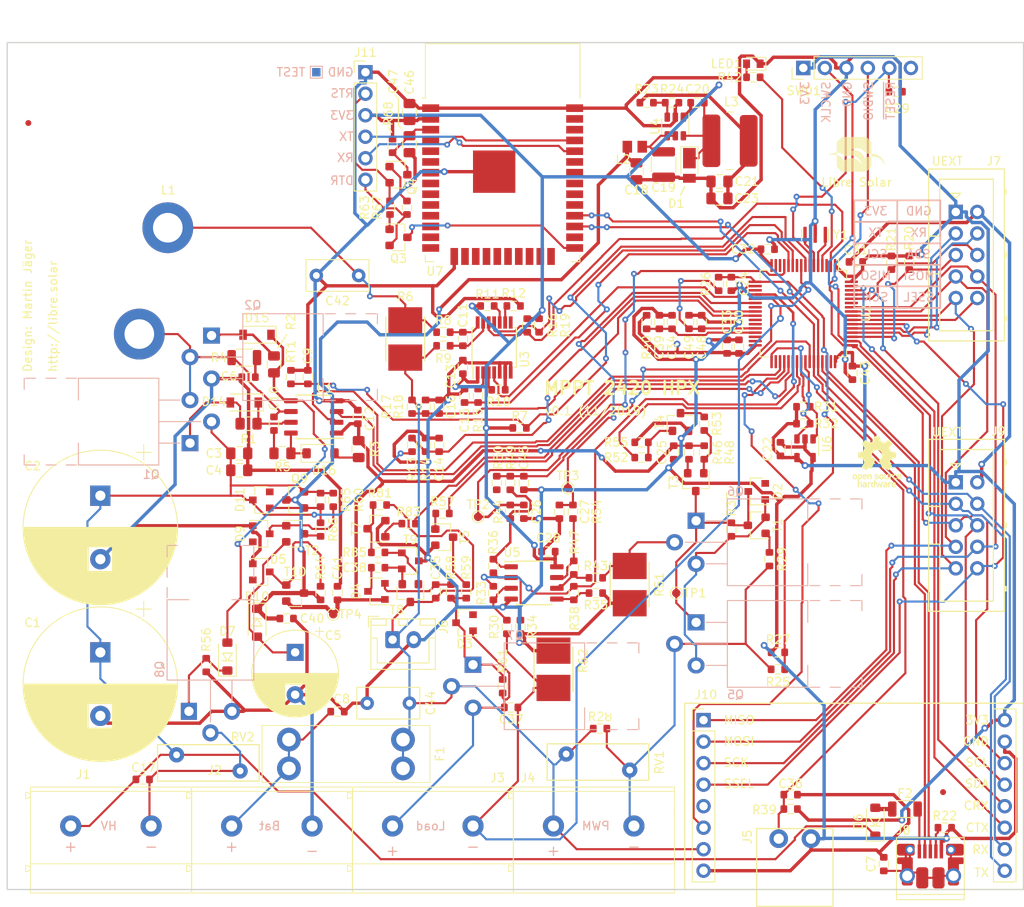
<source format=kicad_pcb>
(kicad_pcb (version 20171130) (host pcbnew "(5.1.12)-1")
  (title_block (title "MPPT 2420 HPX") (date 2019-11-28) (rev 0.1) (company "Libre Solar") (comment 1 "Design: Martin Jäger") (comment 2 "Website: http://libre.solar"))
  (layers (0 Top signal) (1 GND power) (2 3V3 power) (31 Bottom signal) (34 B.Paste user hide) (35 F.Paste user hide) (36 B.SilkS user hide) (37 F.SilkS user hide) (38 B.Mask user hide) (39 F.Mask user hide) (44 Edge.Cuts user))
  (net 0 "")
  (net 1 GND)
  (net 2 +3V3)
  (net 3 "Net-(C19-Pad1)")
  (net 4 /MCU/~RESET)
  (net 5 "Net-(R15-Pad1)")
  (net 6 "Net-(R11-Pad1)")
  (net 7 /MCU/OSC_IN)
  (net 8 /MCU/OSC_OUT)
  (net 9 "Net-(LED1-Pad2)")
  (net 10 "Net-(SWD1-Pad6)")
  (net 11 "Net-(C6-Pad1)")
  (net 12 "Net-(U2-Pad3)")
  (net 13 "Net-(U2-Pad14)")
  (net 14 "Net-(D14-Pad2)")
  (net 15 "Net-(D15-Pad2)")
  (net 16 "Net-(D16-Pad2)")
  (net 17 /MCU/LED_PWR)
  (net 18 "Net-(R12-Pad2)")
  (net 19 "Net-(R48-Pad1)")
  (net 20 "Net-(R83-Pad1)")
  (net 21 /DC/DC/SW_NODE)
  (net 22 "Net-(C11-Pad2)")
  (net 23 "Net-(C11-Pad1)")
  (net 24 "Net-(C20-Pad2)")
  (net 25 "Net-(C20-Pad1)")
  (net 26 +12V)
  (net 27 "/LV switches/CP_OUT")
  (net 28 "Net-(C38-Pad1)")
  (net 29 "Net-(D2-Pad2)")
  (net 30 "Net-(D3-Pad1)")
  (net 31 "Net-(F2-Pad2)")
  (net 32 /DC/DC/HS_DRV)
  (net 33 /DC/DC/LS_DRV)
  (net 34 "Net-(R10-Pad2)")
  (net 35 "Net-(R23-Pad2)")
  (net 36 VDDA)
  (net 37 "Net-(R29-Pad1)")
  (net 38 "Net-(R30-Pad1)")
  (net 39 "Net-(R34-Pad1)")
  (net 40 "Net-(R35-Pad1)")
  (net 41 "Net-(R36-Pad2)")
  (net 42 "/LV switches/S_SHUNT-")
  (net 43 "Net-(R43-Pad1)")
  (net 44 "Net-(R46-Pad2)")
  (net 45 "Net-(R47-Pad2)")
  (net 46 "Net-(R52-Pad1)")
  (net 47 "Net-(R53-Pad1)")
  (net 48 "Net-(R57-Pad2)")
  (net 49 "Net-(R59-Pad1)")
  (net 50 "Net-(R81-Pad1)")
  (net 51 "/LV switches/CP_PWM")
  (net 52 "Net-(R85-Pad2)")
  (net 53 "Net-(U3-Pad8)")
  (net 54 /DC/DC/POC_ALERT)
  (net 55 /DC/DC/NOC_ALERT)
  (net 56 /DC/DC/PWM_LS)
  (net 57 /DC/DC/PWM_HS)
  (net 58 "Net-(U2-Pad59)")
  (net 59 "Net-(U2-Pad30)")
  (net 60 "Net-(U2-Pad26)")
  (net 61 "Net-(U2-Pad23)")
  (net 62 "Net-(U2-Pad19)")
  (net 63 "Net-(U2-Pad10)")
  (net 64 "Net-(D5-Pad1)")
  (net 65 "Net-(C7-Pad1)")
  (net 66 /LOAD-)
  (net 67 /LOAD+)
  (net 68 /DC/DC/SHUNT+)
  (net 69 "/LV switches/PWM_SW_EN")
  (net 70 /MCU/I2C1_SDA)
  (net 71 /MCU/ADC2_IN5)
  (net 72 /MCU/DAC2)
  (net 73 /MCU/DAC1)
  (net 74 /MCU/ADC1_IN4)
  (net 75 /MCU/I2C1_SCL)
  (net 76 /MCU/ADC1_IN15)
  (net 77 /MCU/ADC1_IN12)
  (net 78 "Net-(D6-Pad2)")
  (net 79 /MCU/USB_DP)
  (net 80 /MCU/USB_DM)
  (net 81 /BAT+)
  (net 82 /MCU/TEMP_BAT)
  (net 83 /MCU/COMP3_INP)
  (net 84 /MCU/GPIOB_15)
  (net 85 /MCU/ADC1_IN6)
  (net 86 /MCU/I2C3_SCL)
  (net 87 /MCU/I2C3_SDA)
  (net 88 "Net-(J8-Pad4)")
  (net 89 /MCU/ADC12_IN1)
  (net 90 /MCU/ADC12_IN2)
  (net 91 /MCU/GPIOD_PD2)
  (net 92 "/LV switches/G_PWM")
  (net 93 "Net-(D7-Pad1)")
  (net 94 /PWM_SW-)
  (net 95 "Net-(D9-Pad1)")
  (net 96 "Net-(R66-Pad1)")
  (net 97 /MCU/USART3_TX)
  (net 98 /MCU/USART3_RX)
  (net 99 "Net-(D11-Pad2)")
  (net 100 "Net-(C10-Pad1)")
  (net 101 "Net-(D16-Pad1)")
  (net 102 "/LV switches/CP_SW")
  (net 103 "Net-(U7-Pad37)")
  (net 104 "Net-(U7-Pad36)")
  (net 105 "Net-(U7-Pad33)")
  (net 106 "Net-(U7-Pad32)")
  (net 107 "Net-(U7-Pad31)")
  (net 108 "Net-(U7-Pad30)")
  (net 109 "Net-(U7-Pad29)")
  (net 110 "Net-(U7-Pad26)")
  (net 111 "Net-(U7-Pad23)")
  (net 112 "Net-(U7-Pad22)")
  (net 113 "Net-(U7-Pad21)")
  (net 114 "Net-(U7-Pad20)")
  (net 115 "Net-(U7-Pad19)")
  (net 116 "Net-(U7-Pad18)")
  (net 117 "Net-(U7-Pad17)")
  (net 118 "Net-(U7-Pad16)")
  (net 119 "Net-(U7-Pad14)")
  (net 120 "Net-(U7-Pad13)")
  (net 121 "Net-(U7-Pad12)")
  (net 122 "Net-(U7-Pad11)")
  (net 123 "Net-(U7-Pad10)")
  (net 124 "Net-(U7-Pad9)")
  (net 125 "Net-(U7-Pad8)")
  (net 126 "Net-(U7-Pad7)")
  (net 127 "Net-(U7-Pad6)")
  (net 128 "Net-(U7-Pad5)")
  (net 129 "Net-(U7-Pad4)")
  (net 130 "Net-(Q3-Pad1)")
  (net 131 "Net-(Q4-Pad1)")
  (net 132 /Accessories/RESET)
  (net 133 /Accessories/CAN_TX)
  (net 134 /Accessories/CAN_RX)
  (net 135 /Accessories/DTR)
  (net 136 /Accessories/FTDI_RX)
  (net 137 /Accessories/FTDI_TX)
  (net 138 /Accessories/RTS)
  (net 139 /Accessories/GPIO0)
  (net 140 /Accessories/COM_MISO)
  (net 141 /Accessories/COM_MOSI)
  (net 142 /Accessories/COM_SCK)
  (net 143 /Accessories/COM_TX)
  (net 144 /Accessories/COM_RX)
  (net 145 /Accessories/COM_I2C_SCL)
  (net 146 /Accessories/COM_I2C_SDA)
  (net 147 /Accessories/COM_SSEL)
  (net 148 /Accessories/COM_PWRI)
  (net 149 "Net-(J10-Pad5)")
  (net 150 VBUS)
  (net 151 VREF)
  (net 152 "Net-(U7-Pad24)")
  (net 153 "/Power Supply/SMPS_SUPPLY")
  (net 154 /DCDC_HV+)
  (net 155 /DCDC_HV-)
  (net 156 "Net-(U2-Pad34)")
  (module LibreSolar:D_SOD-123 (layer Top) (at 126 112.5 90)
    (fp_text reference D7 (at 3 0 180) (layer F.SilkS))
    (fp_text value SS14FL)
    (pad 1 smd roundrect (at -1.65 0 90) (size 1 1.2) (layers Top F.Paste F.Mask) (roundrect_rratio 0.2) (net 93 "Net-(D7-Pad1)"))
    (pad 2 smd roundrect (at 1.65 0 90) (size 1 1.2) (layers Top F.Paste F.Mask) (roundrect_rratio 0.2) (net 33 /DC/DC/LS_DRV))
  )
  (module Diode_SMD:D_SOT-23_ANK (layer Top) (at 154 108.5 180)
    (fp_text reference D3 (at 0 -2.5) (layer F.SilkS))
    (fp_text value 12V)
    (pad 1 smd rect (at 1 0 180) (size 0.9 0.8) (layers Top F.Paste F.Mask) (net 30 "Net-(D3-Pad1)"))
    (pad "" smd rect (at -1 0.95 180) (size 0.9 0.8) (layers Top F.Paste F.Mask))
    (pad 2 smd rect (at -1 -0.95 180) (size 0.9 0.8) (layers Top F.Paste F.Mask) (net 67 /LOAD+))
  )
  (module TestPoint:TestPoint_Pad_1.0x1.0mm (layer Bottom) (at 136.5 43.5)
    (fp_text reference TEST (at -3 0) (layer B.SilkS) (effects (justify mirror)))
    (fp_text value TestPoint_Pad_1.0x1.0mm)
    (pad 1 smd rect (at 0 0) (size 1 1) (layers Bottom B.Mask))
  )
  (module LibreSolar:R_0603_1608 (layer Top) (at 170 121)
    (fp_text reference R28 (at 0 -1.4) (layer F.SilkS))
    (fp_text value 12k)
    (pad 2 smd roundrect (at 0.8 0) (size 0.8 0.9) (layers Top F.Paste F.Mask) (roundrect_rratio 0.2) (net 94 /PWM_SW-))
    (pad 1 smd roundrect (at -0.8 0) (size 0.8 0.9) (layers Top F.Paste F.Mask) (roundrect_rratio 0.2) (net 150 VBUS))
  )
  (module LibreSolar:C_0603_1608 (layer Top) (at 180.5 73 90)
    (fp_text reference C49 (at -3 0 90) (layer F.SilkS))
    (fp_text value 2.2µF)
    (pad 2 smd roundrect (at 0.8 0 90) (size 0.8 0.9) (layers Top F.Paste F.Mask) (roundrect_rratio 0.2) (net 1 GND))
    (pad 1 smd roundrect (at -0.8 0 90) (size 0.8 0.9) (layers Top F.Paste F.Mask) (roundrect_rratio 0.2) (net 151 VREF))
  )
  (module LibreSolar:C_0603_1608 (layer Top) (at 182 73 90)
    (fp_text reference C48 (at -3 0 90) (layer F.SilkS))
    (fp_text value 100nF)
    (pad 2 smd roundrect (at 0.8 0 90) (size 0.8 0.9) (layers Top F.Paste F.Mask) (roundrect_rratio 0.2) (net 1 GND))
    (pad 1 smd roundrect (at -0.8 0 90) (size 0.8 0.9) (layers Top F.Paste F.Mask) (roundrect_rratio 0.2) (net 151 VREF))
  )
  (module LibreSolar:D_SOD-123 (layer Top) (at 202.5 132 90)
    (fp_text reference D6 (at 0 -2 90) (layer F.SilkS))
    (fp_text value 1N4148)
    (pad 1 smd roundrect (at -1.65 0 90) (size 1 1.2) (layers Top F.Paste F.Mask) (roundrect_rratio 0.2) (net 154 /DCDC_HV+))
    (pad 2 smd roundrect (at 1.65 0 90) (size 1 1.2) (layers Top F.Paste F.Mask) (roundrect_rratio 0.2) (net 78 "Net-(D6-Pad2)"))
  )
  (module Connector_JST:JST_XH_B2B-XH-A_1x02_P2.50mm_Vertical (layer Top) (at 145.5 110.5)
    (fp_text reference J6 (at 6 -1.5 90) (layer F.SilkS))
    (fp_text value "JST XH")
    (pad 2 thru_hole oval (at 2.5 0) (size 1.7 2) (drill 1) (layers *.Cu *.Mask) (net 1 GND))
    (pad 1 thru_hole roundrect (at 0 0) (size 1.7 2) (drill 1) (layers *.Cu *.Mask) (roundrect_rratio 0.147059) (net 150 VBUS))
  )
  (module LibreSolar:CommsExt_2x8 (layer Top) (at 200 120)
    (fp_text reference J10 (at -17.5 -3) (layer F.SilkS))
    (fp_text value CommsExt_2x8)
    (pad 16 thru_hole oval (at 17.78 0 180) (size 1.7 1.7) (drill 1) (layers *.Cu *.Mask) (net 2 +3V3))
    (pad 11 thru_hole oval (at 17.78 12.7 180) (size 1.7 1.7) (drill 1) (layers *.Cu *.Mask) (net 133 /Accessories/CAN_TX))
    (pad 10 thru_hole oval (at 17.78 15.24 180) (size 1.7 1.7) (drill 1) (layers *.Cu *.Mask) (net 144 /Accessories/COM_RX))
    (pad 9 thru_hole circle (at 17.78 17.78 180) (size 1.7 1.7) (drill 1) (layers *.Cu *.Mask) (net 143 /Accessories/COM_TX))
    (pad 15 thru_hole oval (at 17.78 2.54 180) (size 1.7 1.7) (drill 1) (layers *.Cu *.Mask) (net 1 GND))
    (pad 12 thru_hole oval (at 17.78 10.16 180) (size 1.7 1.7) (drill 1) (layers *.Cu *.Mask) (net 134 /Accessories/CAN_RX))
    (pad 13 thru_hole oval (at 17.78 7.62 180) (size 1.7 1.7) (drill 1) (layers *.Cu *.Mask) (net 146 /Accessories/COM_I2C_SDA))
    (pad 14 thru_hole oval (at 17.78 5.08 180) (size 1.7 1.7) (drill 1) (layers *.Cu *.Mask) (net 145 /Accessories/COM_I2C_SCL))
    (pad 8 thru_hole oval (at -17.78 17.78) (size 1.7 1.7) (drill 1) (layers *.Cu *.Mask) (net 1 GND))
    (pad 7 thru_hole oval (at -17.78 15.24) (size 1.7 1.7) (drill 1) (layers *.Cu *.Mask) (net 150 VBUS))
    (pad 6 thru_hole oval (at -17.78 12.7) (size 1.7 1.7) (drill 1) (layers *.Cu *.Mask) (net 148 /Accessories/COM_PWRI))
    (pad 5 thru_hole oval (at -17.78 10.16) (size 1.7 1.7) (drill 1) (layers *.Cu *.Mask) (net 149 "Net-(J10-Pad5)"))
    (pad 4 thru_hole oval (at -17.78 7.62) (size 1.7 1.7) (drill 1) (layers *.Cu *.Mask) (net 147 /Accessories/COM_SSEL))
    (pad 3 thru_hole oval (at -17.78 5.08) (size 1.7 1.7) (drill 1) (layers *.Cu *.Mask) (net 142 /Accessories/COM_SCK))
    (pad 2 thru_hole oval (at -17.78 2.54) (size 1.7 1.7) (drill 1) (layers *.Cu *.Mask) (net 141 /Accessories/COM_MOSI))
    (pad 1 thru_hole rect (at -17.78 0) (size 1.7 1.7) (drill 1) (layers *.Cu *.Mask) (net 140 /Accessories/COM_MISO))
  )
  (module LibreSolar:TO-220-3_Horizontal_BottomHeatsink (layer Bottom) (at 181.34 96.46 270)
    (fp_text reference Q6 (at -3.46 -4.66 180) (layer B.SilkS) (effects (justify mirror)))
    (fp_text value IPA045N10N3G)
    (pad 3 thru_hole oval (at 5.08 0 270) (size 1.905 2) (drill 1.1) (layers *.Cu *.Mask) (net 29 "Net-(D2-Pad2)"))
    (pad 2 thru_hole oval (at 2.54 2.54 270) (size 1.905 2) (drill 1.1) (layers *.Cu *.Mask) (net 42 "/LV switches/S_SHUNT-"))
    (pad 1 thru_hole rect (at 0 0 270) (size 1.905 2) (drill 1.1) (layers *.Cu *.Mask) (net 92 "/LV switches/G_PWM"))
    (pad "" np_thru_hole oval (at 2.54 -16.66 270) (size 6.5 6.5) (drill 6.5) (layers *.Cu *.Mask))
  )
  (module LibreSolar:TO-220-3_Horizontal_BottomHeatsink (layer Bottom) (at 121.46 118.96)
    (fp_text reference Q8 (at -3.46 -4.96 90) (layer B.SilkS) (effects (justify mirror)))
    (fp_text value IPA045N10N3G)
    (pad 3 thru_hole oval (at 5.08 0) (size 1.905 2) (drill 1.1) (layers *.Cu *.Mask) (net 1 GND))
    (pad 2 thru_hole oval (at 2.54 2.54) (size 1.905 2) (drill 1.1) (layers *.Cu *.Mask) (net 155 /DCDC_HV-))
    (pad 1 thru_hole rect (at 0 0) (size 1.905 2) (drill 1.1) (layers *.Cu *.Mask) (net 93 "Net-(D7-Pad1)"))
    (pad "" np_thru_hole oval (at 2.54 -16.66) (size 6.5 6.5) (drill 6.5) (layers *.Cu *.Mask))
  )
  (module LibreSolar:R_Bourns_CRE2512 (layer Top) (at 164.5 114 90)
    (fp_text reference R62 (at 1 3.5 90) (layer F.SilkS))
    (fp_text value 2m)
    (pad 2 smd rect (at 2.2 0 90) (size 3.1 4) (layers Top F.Paste F.Mask) (net 1 GND))
    (pad 1 smd rect (at -2.2 0 90) (size 3.1 4) (layers Top F.Paste F.Mask) (net 66 /LOAD-))
  )
  (module LibreSolar:USB_Micro-B_10103594-0001LF (layer Top) (at 209 137)
    (fp_text reference J8 (at -3.2 -4 180) (layer F.SilkS))
    (fp_text value "USB Micro B")
    (pad 6 smd roundrect (at 0.96 1.62 90) (size 2.5 1.43) (layers Top F.Paste F.Mask) (net 65 "Net-(C7-Pad1)"))
    (pad 6 smd roundrect (at -0.96 1.62 90) (size 2.5 1.43) (layers Top F.Paste F.Mask) (net 65 "Net-(C7-Pad1)"))
    (pad 6 thru_hole oval (at 2.73 1.38 90) (size 1.8 1.8) (drill 1.2) (layers *.Cu *.Mask) (net 65 "Net-(C7-Pad1)"))
    (pad 6 thru_hole oval (at -2.73 1.38 90) (size 1.8 1.8) (drill 1.2) (layers *.Cu *.Mask) (net 65 "Net-(C7-Pad1)"))
    (pad 6 thru_hole circle (at 2.42 -1.7 90) (size 1.1 1.1) (drill 0.65) (layers *.Cu *.Mask) (net 65 "Net-(C7-Pad1)"))
    (pad 6 thru_hole circle (at -2.42 -1.7 90) (size 1.1 1.1) (drill 0.65) (layers *.Cu *.Mask) (net 65 "Net-(C7-Pad1)"))
    (pad 5 smd rect (at 1.3 -1.5 90) (size 1.65 0.4) (layers Top F.Paste F.Mask) (net 1 GND))
    (pad 4 smd rect (at 0.65 -1.5 90) (size 1.65 0.4) (layers Top F.Paste F.Mask) (net 88 "Net-(J8-Pad4)"))
    (pad 3 smd rect (at 0 -1.5 90) (size 1.65 0.4) (layers Top F.Paste F.Mask) (net 79 /MCU/USB_DP))
    (pad 2 smd rect (at -0.65 -1.5 90) (size 1.65 0.4) (layers Top F.Paste F.Mask) (net 80 /MCU/USB_DM))
    (pad 1 smd rect (at -1.3 -1.5 90) (size 1.65 0.4) (layers Top F.Paste F.Mask) (net 31 "Net-(F2-Pad2)"))
    (pad 6 smd roundrect (at 2.9 -1.7) (size 2.1 1.4) (layers Top F.Paste F.Mask) (roundrect_rratio 0.2) (net 65 "Net-(C7-Pad1)"))
    (pad 6 smd roundrect (at -2.9 -1.7) (size 2.1 1.4) (layers Top F.Paste F.Mask) (roundrect_rratio 0.2) (net 65 "Net-(C7-Pad1)"))
    (pad 6 smd roundrect (at -2.725 1 90) (size 3.05 1.3) (layers Top F.Paste F.Mask) (roundrect_rratio 0.2) (net 65 "Net-(C7-Pad1)"))
    (pad 6 smd roundrect (at 2.725 1 90) (size 3.05 1.3) (layers Top F.Paste F.Mask) (roundrect_rratio 0.2) (net 65 "Net-(C7-Pad1)"))
    (pad 6 smd roundrect (at 3 -0.4) (size 1.85 0.8) (layers Top F.Paste F.Mask) (roundrect_rratio 0.2) (net 65 "Net-(C7-Pad1)"))
    (pad 6 smd roundrect (at -3 -0.4) (size 1.85 0.8) (layers Top F.Paste F.Mask) (roundrect_rratio 0.2) (net 65 "Net-(C7-Pad1)"))
  )
  (module LibreSolar:R_0603_1608 (layer Top) (at 185.5 97.5 270)
    (fp_text reference R37 (at -3 0 90) (layer F.SilkS))
    (fp_text value 39k)
    (pad 2 smd roundrect (at 0.8 0 270) (size 0.8 0.9) (layers Top F.Paste F.Mask) (roundrect_rratio 0.2) (net 29 "Net-(D2-Pad2)"))
    (pad 1 smd roundrect (at -0.8 0 270) (size 0.8 0.9) (layers Top F.Paste F.Mask) (roundrect_rratio 0.2) (net 92 "/LV switches/G_PWM"))
  )
  (module RF_Module:ESP32-WROOM-32 (layer Top) (at 158.5 56)
    (fp_text reference U7 (at -8 11 180) (layer F.SilkS))
    (fp_text value ESP32-WROOM-32D)
    (pad 38 smd rect (at 8.5 -8.255) (size 2 0.9) (layers Top F.Paste F.Mask) (net 1 GND))
    (pad 37 smd rect (at 8.5 -6.985) (size 2 0.9) (layers Top F.Paste F.Mask) (net 103 "Net-(U7-Pad37)"))
    (pad 36 smd rect (at 8.5 -5.715) (size 2 0.9) (layers Top F.Paste F.Mask) (net 104 "Net-(U7-Pad36)"))
    (pad 35 smd rect (at 8.5 -4.445) (size 2 0.9) (layers Top F.Paste F.Mask) (net 136 /Accessories/FTDI_RX))
    (pad 34 smd rect (at 8.5 -3.175) (size 2 0.9) (layers Top F.Paste F.Mask) (net 137 /Accessories/FTDI_TX))
    (pad 33 smd rect (at 8.5 -1.905) (size 2 0.9) (layers Top F.Paste F.Mask) (net 105 "Net-(U7-Pad33)"))
    (pad 32 smd rect (at 8.5 -0.635) (size 2 0.9) (layers Top F.Paste F.Mask) (net 106 "Net-(U7-Pad32)"))
    (pad 31 smd rect (at 8.5 0.635) (size 2 0.9) (layers Top F.Paste F.Mask) (net 107 "Net-(U7-Pad31)"))
    (pad 30 smd rect (at 8.5 1.905) (size 2 0.9) (layers Top F.Paste F.Mask) (net 108 "Net-(U7-Pad30)"))
    (pad 29 smd rect (at 8.5 3.175) (size 2 0.9) (layers Top F.Paste F.Mask) (net 109 "Net-(U7-Pad29)"))
    (pad 28 smd rect (at 8.5 4.445) (size 2 0.9) (layers Top F.Paste F.Mask) (net 143 /Accessories/COM_TX))
    (pad 27 smd rect (at 8.5 5.715) (size 2 0.9) (layers Top F.Paste F.Mask) (net 144 /Accessories/COM_RX))
    (pad 26 smd rect (at 8.5 6.985) (size 2 0.9) (layers Top F.Paste F.Mask) (net 110 "Net-(U7-Pad26)"))
    (pad 25 smd rect (at 8.5 8.255) (size 2 0.9) (layers Top F.Paste F.Mask) (net 139 /Accessories/GPIO0))
    (pad 24 smd rect (at 5.715 9.255 90) (size 2 0.9) (layers Top F.Paste F.Mask) (net 152 "Net-(U7-Pad24)"))
    (pad 23 smd rect (at 4.445 9.255 90) (size 2 0.9) (layers Top F.Paste F.Mask) (net 111 "Net-(U7-Pad23)"))
    (pad 22 smd rect (at 3.175 9.255 90) (size 2 0.9) (layers Top F.Paste F.Mask) (net 112 "Net-(U7-Pad22)"))
    (pad 21 smd rect (at 1.905 9.255 90) (size 2 0.9) (layers Top F.Paste F.Mask) (net 113 "Net-(U7-Pad21)"))
    (pad 20 smd rect (at 0.635 9.255 90) (size 2 0.9) (layers Top F.Paste F.Mask) (net 114 "Net-(U7-Pad20)"))
    (pad 19 smd rect (at -0.635 9.255 90) (size 2 0.9) (layers Top F.Paste F.Mask) (net 115 "Net-(U7-Pad19)"))
    (pad 18 smd rect (at -1.905 9.255 90) (size 2 0.9) (layers Top F.Paste F.Mask) (net 116 "Net-(U7-Pad18)"))
    (pad 17 smd rect (at -3.175 9.255 90) (size 2 0.9) (layers Top F.Paste F.Mask) (net 117 "Net-(U7-Pad17)"))
    (pad 16 smd rect (at -4.445 9.255 90) (size 2 0.9) (layers Top F.Paste F.Mask) (net 118 "Net-(U7-Pad16)"))
    (pad 15 smd rect (at -5.715 9.255 90) (size 2 0.9) (layers Top F.Paste F.Mask) (net 1 GND))
    (pad 14 smd rect (at -8.5 8.255) (size 2 0.9) (layers Top F.Paste F.Mask) (net 119 "Net-(U7-Pad14)"))
    (pad 13 smd rect (at -8.5 6.985) (size 2 0.9) (layers Top F.Paste F.Mask) (net 120 "Net-(U7-Pad13)"))
    (pad 12 smd rect (at -8.5 5.715) (size 2 0.9) (layers Top F.Paste F.Mask) (net 121 "Net-(U7-Pad12)"))
    (pad 11 smd rect (at -8.5 4.445) (size 2 0.9) (layers Top F.Paste F.Mask) (net 122 "Net-(U7-Pad11)"))
    (pad 10 smd rect (at -8.5 3.175) (size 2 0.9) (layers Top F.Paste F.Mask) (net 123 "Net-(U7-Pad10)"))
    (pad 9 smd rect (at -8.5 1.905) (size 2 0.9) (layers Top F.Paste F.Mask) (net 124 "Net-(U7-Pad9)"))
    (pad 8 smd rect (at -8.5 0.635) (size 2 0.9) (layers Top F.Paste F.Mask) (net 125 "Net-(U7-Pad8)"))
    (pad 7 smd rect (at -8.5 -0.635) (size 2 0.9) (layers Top F.Paste F.Mask) (net 126 "Net-(U7-Pad7)"))
    (pad 6 smd rect (at -8.5 -1.905) (size 2 0.9) (layers Top F.Paste F.Mask) (net 127 "Net-(U7-Pad6)"))
    (pad 5 smd rect (at -8.5 -3.175) (size 2 0.9) (layers Top F.Paste F.Mask) (net 128 "Net-(U7-Pad5)"))
    (pad 4 smd rect (at -8.5 -4.445) (size 2 0.9) (layers Top F.Paste F.Mask) (net 129 "Net-(U7-Pad4)"))
    (pad 3 smd rect (at -8.5 -5.715) (size 2 0.9) (layers Top F.Paste F.Mask) (net 132 /Accessories/RESET))
    (pad 2 smd rect (at -8.5 -6.985) (size 2 0.9) (layers Top F.Paste F.Mask) (net 2 +3V3))
    (pad 1 smd rect (at -8.5 -8.255) (size 2 0.9) (layers Top F.Paste F.Mask) (net 1 GND))
    (pad 39 smd rect (at -1 -0.755) (size 5 5) (layers Top F.Paste F.Mask) (net 1 GND))
  )
  (module LibreSolar:R_0603_1608 (layer Top) (at 145.5 52.2 90)
    (fp_text reference R68 (at 3.8 -0.5 90) (layer F.SilkS))
    (fp_text value 10k)
    (pad 2 smd roundrect (at 0.8 0 90) (size 0.8 0.9) (layers Top F.Paste F.Mask) (roundrect_rratio 0.2) (net 2 +3V3))
    (pad 1 smd roundrect (at -0.8 0 90) (size 0.8 0.9) (layers Top F.Paste F.Mask) (roundrect_rratio 0.2) (net 132 /Accessories/RESET))
  )
  (module LibreSolar:R_0603_1608 (layer Top) (at 147.2 59.5 270)
    (fp_text reference R67 (at 0 3.5 90) (layer F.SilkS))
    (fp_text value 10k)
    (pad 2 smd roundrect (at 0.8 0 270) (size 0.8 0.9) (layers Top F.Paste F.Mask) (roundrect_rratio 0.2) (net 135 /Accessories/DTR))
    (pad 1 smd roundrect (at -0.8 0 270) (size 0.8 0.9) (layers Top F.Paste F.Mask) (roundrect_rratio 0.2) (net 131 "Net-(Q4-Pad1)"))
  )
  (module LibreSolar:R_0603_1608 (layer Top) (at 145.2 59.5 90)
    (fp_text reference R63 (at 0 -3 90) (layer F.SilkS))
    (fp_text value 10k)
    (pad 2 smd roundrect (at 0.8 0 90) (size 0.8 0.9) (layers Top F.Paste F.Mask) (roundrect_rratio 0.2) (net 138 /Accessories/RTS))
    (pad 1 smd roundrect (at -0.8 0 90) (size 0.8 0.9) (layers Top F.Paste F.Mask) (roundrect_rratio 0.2) (net 130 "Net-(Q3-Pad1)"))
  )
  (module LibreSolar:SOT-23 (layer Top) (at 146.2 55.6)
    (fp_text reference Q4 (at 1.6 1.4 90) (layer F.SilkS))
    (fp_text value MMBT3904)
    (pad 1 smd roundrect (at -1.05 -0.95) (size 1 0.9) (layers Top F.Paste F.Mask) (roundrect_rratio 0.2) (net 131 "Net-(Q4-Pad1)"))
    (pad 2 smd roundrect (at -1.05 0.95) (size 1 0.9) (layers Top F.Paste F.Mask) (roundrect_rratio 0.2) (net 138 /Accessories/RTS))
    (pad 3 smd roundrect (at 1.05 0) (size 1 0.9) (layers Top F.Paste F.Mask) (roundrect_rratio 0.2) (net 132 /Accessories/RESET))
  )
  (module LibreSolar:SOT-23 (layer Top) (at 146.2 63)
    (fp_text reference Q3 (at 0 2.5) (layer F.SilkS))
    (fp_text value MMBT3904)
    (pad 1 smd roundrect (at -1.05 -0.95) (size 1 0.9) (layers Top F.Paste F.Mask) (roundrect_rratio 0.2) (net 130 "Net-(Q3-Pad1)"))
    (pad 2 smd roundrect (at -1.05 0.95) (size 1 0.9) (layers Top F.Paste F.Mask) (roundrect_rratio 0.2) (net 135 /Accessories/DTR))
    (pad 3 smd roundrect (at 1.05 0) (size 1 0.9) (layers Top F.Paste F.Mask) (roundrect_rratio 0.2) (net 139 /Accessories/GPIO0))
  )
  (module Connector_PinHeader_2.54mm:PinHeader_1x06_P2.54mm_Vertical (layer Top) (at 142.3 43.5)
    (fp_text reference J11 (at 0 -2.33) (layer F.SilkS))
    (fp_text value Conn_01x06)
    (pad 6 thru_hole oval (at 0 12.7) (size 1.7 1.7) (drill 1) (layers *.Cu *.Mask) (net 135 /Accessories/DTR))
    (pad 5 thru_hole oval (at 0 10.16) (size 1.7 1.7) (drill 1) (layers *.Cu *.Mask) (net 136 /Accessories/FTDI_RX))
    (pad 4 thru_hole oval (at 0 7.62) (size 1.7 1.7) (drill 1) (layers *.Cu *.Mask) (net 137 /Accessories/FTDI_TX))
    (pad 3 thru_hole oval (at 0 5.08) (size 1.7 1.7) (drill 1) (layers *.Cu *.Mask) (net 2 +3V3))
    (pad 2 thru_hole oval (at 0 2.54) (size 1.7 1.7) (drill 1) (layers *.Cu *.Mask) (net 138 /Accessories/RTS))
    (pad 1 thru_hole rect (at 0 0) (size 1.7 1.7) (drill 1) (layers *.Cu *.Mask) (net 1 GND))
  )
  (module LibreSolar:C_0805_2012 (layer Top) (at 147.5 52 270)
    (fp_text reference C47 (at -7.4 1.9 90) (layer F.SilkS))
    (fp_text value 2.2µF)
    (pad 2 smd roundrect (at 1 0 270) (size 1.1 1.4) (layers Top F.Paste F.Mask) (roundrect_rratio 0.2) (net 1 GND))
    (pad 1 smd roundrect (at -1 0 270) (size 1.1 1.4) (layers Top F.Paste F.Mask) (roundrect_rratio 0.2) (net 132 /Accessories/RESET))
  )
  (module LibreSolar:C_0805_2012 (layer Top) (at 147.5 48.2 90)
    (fp_text reference C46 (at 3.5 0 90) (layer F.SilkS))
    (fp_text value 10µF)
    (pad 2 smd roundrect (at 1 0 90) (size 1.1 1.4) (layers Top F.Paste F.Mask) (roundrect_rratio 0.2) (net 1 GND))
    (pad 1 smd roundrect (at -1 0 90) (size 1.1 1.4) (layers Top F.Paste F.Mask) (roundrect_rratio 0.2) (net 2 +3V3))
  )
  (module LibreSolar:R_0805_2012 (layer Top) (at 141.5 88 90)
    (fp_text reference R3 (at 0 1.9 90) (layer F.SilkS))
    (fp_text value 3R3)
    (pad 2 smd roundrect (at 1 0 90) (size 1.1 1.4) (layers Top F.Paste F.Mask) (roundrect_rratio 0.2) (net 26 +12V))
    (pad 1 smd roundrect (at -1 0 90) (size 1.1 1.4) (layers Top F.Paste F.Mask) (roundrect_rratio 0.2) (net 16 "Net-(D16-Pad2)"))
  )
  (module LibreSolar:D_SOD-123 (layer Top) (at 129.5 108.5 270)
    (fp_text reference D10 (at -3.1 0 180) (layer F.SilkS))
    (fp_text value 1N4148)
    (pad 1 smd roundrect (at -1.65 0 270) (size 1 1.2) (layers Top F.Paste F.Mask) (roundrect_rratio 0.2) (net 153 "/Power Supply/SMPS_SUPPLY"))
    (pad 2 smd roundrect (at 1.65 0 270) (size 1 1.2) (layers Top F.Paste F.Mask) (roundrect_rratio 0.2) (net 150 VBUS))
  )
  (module LibreSolar:SOT-23 (layer Top) (at 134 94 180)
    (fp_text reference Q9 (at -0.5 2.5) (layer F.SilkS))
    (fp_text value DMP10H4D2S)
    (pad 1 smd roundrect (at -1.05 -0.95 180) (size 1 0.9) (layers Top F.Paste F.Mask) (roundrect_rratio 0.2) (net 99 "Net-(D11-Pad2)"))
    (pad 2 smd roundrect (at -1.05 0.95 180) (size 1 0.9) (layers Top F.Paste F.Mask) (roundrect_rratio 0.2) (net 154 /DCDC_HV+))
    (pad 3 smd roundrect (at 1.05 0 180) (size 1 0.9) (layers Top F.Paste F.Mask) (roundrect_rratio 0.2) (net 153 "/Power Supply/SMPS_SUPPLY"))
  )
  (module Diode_SMD:D_SOT-23_ANK (layer Top) (at 130 94 180)
    (fp_text reference D11 (at 2.5 0 90) (layer F.SilkS))
    (fp_text value 12V)
    (pad 1 smd rect (at 1 0 180) (size 0.9 0.8) (layers Top F.Paste F.Mask) (net 154 /DCDC_HV+))
    (pad "" smd rect (at -1 0.95 180) (size 0.9 0.8) (layers Top F.Paste F.Mask))
    (pad 2 smd rect (at -1 -0.95 180) (size 0.9 0.8) (layers Top F.Paste F.Mask) (net 99 "Net-(D11-Pad2)"))
  )
  (module LibreSolar:R_0603_1608 (layer Top) (at 204.4 66 90)
    (fp_text reference R21 (at 2.8 0 90) (layer F.SilkS))
    (fp_text value 2.2k)
    (pad 2 smd roundrect (at 0.8 0 90) (size 0.8 0.9) (layers Top F.Paste F.Mask) (roundrect_rratio 0.2) (net 2 +3V3))
    (pad 1 smd roundrect (at -0.8 0 90) (size 0.8 0.9) (layers Top F.Paste F.Mask) (roundrect_rratio 0.2) (net 70 /MCU/I2C1_SDA))
  )
  (module LibreSolar:R_0603_1608 (layer Top) (at 206.5 66 90)
    (fp_text reference R20 (at 2.9 0 90) (layer F.SilkS))
    (fp_text value 2.2k)
    (pad 2 smd roundrect (at 0.8 0 90) (size 0.8 0.9) (layers Top F.Paste F.Mask) (roundrect_rratio 0.2) (net 2 +3V3))
    (pad 1 smd roundrect (at -0.8 0 90) (size 0.8 0.9) (layers Top F.Paste F.Mask) (roundrect_rratio 0.2) (net 75 /MCU/I2C1_SCL))
  )
  (module LibreSolar:Box_Header_2x05x2.54mm_Straight (layer Top) (at 212 60 270)
    (fp_text reference J7 (at -6 -4.5 180) (layer F.SilkS))
    (fp_text value UEXT)
    (pad 1 thru_hole rect (at 0 0 270) (size 1.7 1.7) (drill 1) (layers *.Cu *.Mask) (net 2 +3V3))
    (pad 2 thru_hole circle (at 0 -2.54 270) (size 1.7 1.7) (drill 1) (layers *.Cu *.Mask) (net 1 GND))
    (pad 3 thru_hole circle (at 2.54 0 270) (size 1.7 1.7) (drill 1) (layers *.Cu *.Mask) (net 97 /MCU/USART3_TX))
    (pad 4 thru_hole circle (at 2.54 -2.54 270) (size 1.7 1.7) (drill 1) (layers *.Cu *.Mask) (net 98 /MCU/USART3_RX))
    (pad 5 thru_hole circle (at 5.08 0 270) (size 1.7 1.7) (drill 1) (layers *.Cu *.Mask) (net 75 /MCU/I2C1_SCL))
    (pad 6 thru_hole circle (at 5.08 -2.54 270) (size 1.7 1.7) (drill 1) (layers *.Cu *.Mask) (net 70 /MCU/I2C1_SDA))
    (pad 7 thru_hole circle (at 7.62 0 270) (size 1.7 1.7) (drill 1) (layers *.Cu *.Mask) (net 140 /Accessories/COM_MISO))
    (pad 8 thru_hole circle (at 7.62 -2.54 270) (size 1.7 1.7) (drill 1) (layers *.Cu *.Mask) (net 141 /Accessories/COM_MOSI))
    (pad 9 thru_hole circle (at 10.16 0 270) (size 1.7 1.7) (drill 1) (layers *.Cu *.Mask) (net 142 /Accessories/COM_SCK))
    (pad 10 thru_hole circle (at 10.16 -2.54 270) (size 1.7 1.7) (drill 1) (layers *.Cu *.Mask) (net 91 /MCU/GPIOD_PD2))
  )
  (module LibreSolar:SOT-23 (layer Top) (at 134 98)
    (fp_text reference T2 (at 2 2) (layer F.SilkS))
    (fp_text value MMBT3904)
    (pad 1 smd roundrect (at -1.05 -0.95) (size 1 0.9) (layers Top F.Paste F.Mask) (roundrect_rratio 0.2) (net 95 "Net-(D9-Pad1)"))
    (pad 2 smd roundrect (at -1.05 0.95) (size 1 0.9) (layers Top F.Paste F.Mask) (roundrect_rratio 0.2) (net 150 VBUS))
    (pad 3 smd roundrect (at 1.05 0) (size 1 0.9) (layers Top F.Paste F.Mask) (roundrect_rratio 0.2) (net 96 "Net-(R66-Pad1)"))
  )
  (module LibreSolar:R_0603_1608 (layer Top) (at 137 97.5 90)
    (fp_text reference R66 (at 0 1.5 90) (layer F.SilkS))
    (fp_text value 12k)
    (pad 2 smd roundrect (at 0.8 0 90) (size 0.8 0.9) (layers Top F.Paste F.Mask) (roundrect_rratio 0.2) (net 99 "Net-(D11-Pad2)"))
    (pad 1 smd roundrect (at -0.8 0 90) (size 0.8 0.9) (layers Top F.Paste F.Mask) (roundrect_rratio 0.2) (net 96 "Net-(R66-Pad1)"))
  )
  (module LibreSolar:R_0603_1608 (layer Top) (at 137 94 90)
    (fp_text reference R65 (at 0 3 90) (layer F.SilkS))
    (fp_text value 12k)
    (pad 2 smd roundrect (at 0.8 0 90) (size 0.8 0.9) (layers Top F.Paste F.Mask) (roundrect_rratio 0.2) (net 154 /DCDC_HV+))
    (pad 1 smd roundrect (at -0.8 0 90) (size 0.8 0.9) (layers Top F.Paste F.Mask) (roundrect_rratio 0.2) (net 99 "Net-(D11-Pad2)"))
  )
  (module LibreSolar:R_0603_1608 (layer Top) (at 138.5 94 90)
    (fp_text reference R60 (at 0 3 90) (layer F.SilkS))
    (fp_text value 12k)
    (pad 2 smd roundrect (at 0.8 0 90) (size 0.8 0.9) (layers Top F.Paste F.Mask) (roundrect_rratio 0.2) (net 154 /DCDC_HV+))
    (pad 1 smd roundrect (at -0.8 0 90) (size 0.8 0.9) (layers Top F.Paste F.Mask) (roundrect_rratio 0.2) (net 95 "Net-(D9-Pad1)"))
  )
  (module Diode_SMD:D_SOT-23_ANK (layer Top) (at 130 98)
    (fp_text reference D9 (at -2.5 0 90) (layer F.SilkS))
    (fp_text value 12V)
    (pad 1 smd rect (at 1 0) (size 0.9 0.8) (layers Top F.Paste F.Mask) (net 95 "Net-(D9-Pad1)"))
    (pad "" smd rect (at -1 0.95) (size 0.9 0.8) (layers Top F.Paste F.Mask))
    (pad 2 smd rect (at -1 -0.95) (size 0.9 0.8) (layers Top F.Paste F.Mask) (net 1 GND))
  )
  (module LibreSolar:R_0603_1608 (layer Top) (at 123.5 113.5 270)
    (fp_text reference R56 (at -3 0 90) (layer F.SilkS))
    (fp_text value 1M)
    (pad 2 smd roundrect (at 0.8 0 270) (size 0.8 0.9) (layers Top F.Paste F.Mask) (roundrect_rratio 0.2) (net 1 GND))
    (pad 1 smd roundrect (at -0.8 0 270) (size 0.8 0.9) (layers Top F.Paste F.Mask) (roundrect_rratio 0.2) (net 93 "Net-(D7-Pad1)"))
  )
  (module LibreSolar:C_0603_1608 (layer Top) (at 161 92 270)
    (fp_text reference C45 (at -3 0 90) (layer F.SilkS))
    (fp_text value 10nF)
    (pad 2 smd roundrect (at 0.8 0 270) (size 0.8 0.9) (layers Top F.Paste F.Mask) (roundrect_rratio 0.2) (net 1 GND))
    (pad 1 smd roundrect (at -0.8 0 270) (size 0.8 0.9) (layers Top F.Paste F.Mask) (roundrect_rratio 0.2) (net 83 /MCU/COMP3_INP))
  )
  (module LibreSolar:TO-220-3_Horizontal_BottomHeatsink (layer Bottom) (at 181.34 108.46 270)
    (fp_text reference Q5 (at 8.54 -4.66 180) (layer B.SilkS) (effects (justify mirror)))
    (fp_text value IPA045N10N3G)
    (pad 3 thru_hole oval (at 5.08 0 270) (size 1.905 2) (drill 1.1) (layers *.Cu *.Mask) (net 29 "Net-(D2-Pad2)"))
    (pad 2 thru_hole oval (at 2.54 2.54 270) (size 1.905 2) (drill 1.1) (layers *.Cu *.Mask) (net 94 /PWM_SW-))
    (pad 1 thru_hole rect (at 0 0 270) (size 1.905 2) (drill 1.1) (layers *.Cu *.Mask) (net 92 "/LV switches/G_PWM"))
    (pad "" np_thru_hole oval (at 2.54 -16.66 270) (size 6.5 6.5) (drill 6.5) (layers *.Cu *.Mask))
  )
  (module LibreSolar:TO-220-3_Horizontal_BottomHeatsink (layer Bottom) (at 121.59 87.295 90)
    (fp_text reference Q1 (at -3.705 -4.59 180) (layer B.SilkS) (effects (justify mirror)))
    (fp_text value IPA045N10N3G)
    (pad 3 thru_hole oval (at 5.08 0 90) (size 1.905 2) (drill 1.1) (layers *.Cu *.Mask) (net 21 /DC/DC/SW_NODE))
    (pad 2 thru_hole oval (at 2.54 2.54 90) (size 1.905 2) (drill 1.1) (layers *.Cu *.Mask) (net 154 /DCDC_HV+))
    (pad 1 thru_hole rect (at 0 0 90) (size 1.905 2) (drill 1.1) (layers *.Cu *.Mask) (net 14 "Net-(D14-Pad2)"))
    (pad "" np_thru_hole oval (at 2.54 -16.66 90) (size 6.5 6.5) (drill 6.5) (layers *.Cu *.Mask))
  )
  (module LibreSolar:TO-220-3_Horizontal_BottomHeatsink (layer Bottom) (at 124.13 74.595 270)
    (fp_text reference Q2 (at -3.595 -4.87 180) (layer B.SilkS) (effects (justify mirror)))
    (fp_text value IPA045N10N3G)
    (pad 3 thru_hole oval (at 5.08 0 270) (size 1.905 2) (drill 1.1) (layers *.Cu *.Mask) (net 1 GND))
    (pad 2 thru_hole oval (at 2.54 2.54 270) (size 1.905 2) (drill 1.1) (layers *.Cu *.Mask) (net 21 /DC/DC/SW_NODE))
    (pad 1 thru_hole rect (at 0 0 270) (size 1.905 2) (drill 1.1) (layers *.Cu *.Mask) (net 15 "Net-(D15-Pad2)"))
    (pad "" np_thru_hole oval (at 2.54 -16.66 270) (size 6.5 6.5) (drill 6.5) (layers *.Cu *.Mask))
  )
  (module LibreSolar:TO-220-3_Horizontal_BottomHeatsink (layer Bottom) (at 155 113.46 270)
    (fp_text reference Q7 (at -3.46 -5 180) (layer B.SilkS) (effects (justify mirror)))
    (fp_text value IPA045N10N3G)
    (pad 3 thru_hole oval (at 5.08 0 270) (size 1.905 2) (drill 1.1) (layers *.Cu *.Mask) (net 67 /LOAD+))
    (pad 2 thru_hole oval (at 2.54 2.54 270) (size 1.905 2) (drill 1.1) (layers *.Cu *.Mask) (net 150 VBUS))
    (pad 1 thru_hole rect (at 0 0 270) (size 1.905 2) (drill 1.1) (layers *.Cu *.Mask) (net 30 "Net-(D3-Pad1)"))
    (pad "" np_thru_hole oval (at 2.54 -16.66 270) (size 6.5 6.5) (drill 6.5) (layers *.Cu *.Mask))
  )
  (module Varistor:RV_Disc_D12mm_W4.3mm_P7.5mm (layer Top) (at 120 124.1)
    (fp_text reference RV2 (at 7.8 -2.1 180) (layer F.SilkS))
    (fp_text value 56V)
    (pad 2 thru_hole circle (at 7.5 1.9) (size 1.8 1.8) (drill 0.8) (layers *.Cu *.Mask) (net 155 /DCDC_HV-))
    (pad 1 thru_hole circle (at 0 0) (size 1.8 1.8) (drill 0.8) (layers *.Cu *.Mask) (net 154 /DCDC_HV+))
  )
  (module LibreSolar:Box_Header_2x05x2.54mm_Straight (layer Top) (at 212 91.92 270)
    (fp_text reference J9 (at -6 -5.04 180) (layer F.SilkS))
    (fp_text value UEXT)
    (pad 1 thru_hole rect (at 0 0 270) (size 1.7 1.7) (drill 1) (layers *.Cu *.Mask) (net 2 +3V3))
    (pad 2 thru_hole circle (at 0 -2.54 270) (size 1.7 1.7) (drill 1) (layers *.Cu *.Mask) (net 1 GND))
    (pad 3 thru_hole circle (at 2.54 0 270) (size 1.7 1.7) (drill 1) (layers *.Cu *.Mask) (net 143 /Accessories/COM_TX))
    (pad 4 thru_hole circle (at 2.54 -2.54 270) (size 1.7 1.7) (drill 1) (layers *.Cu *.Mask) (net 144 /Accessories/COM_RX))
    (pad 5 thru_hole circle (at 5.08 0 270) (size 1.7 1.7) (drill 1) (layers *.Cu *.Mask) (net 145 /Accessories/COM_I2C_SCL))
    (pad 6 thru_hole circle (at 5.08 -2.54 270) (size 1.7 1.7) (drill 1) (layers *.Cu *.Mask) (net 146 /Accessories/COM_I2C_SDA))
    (pad 7 thru_hole circle (at 7.62 0 270) (size 1.7 1.7) (drill 1) (layers *.Cu *.Mask) (net 140 /Accessories/COM_MISO))
    (pad 8 thru_hole circle (at 7.62 -2.54 270) (size 1.7 1.7) (drill 1) (layers *.Cu *.Mask) (net 141 /Accessories/COM_MOSI))
    (pad 9 thru_hole circle (at 10.16 0 270) (size 1.7 1.7) (drill 1) (layers *.Cu *.Mask) (net 142 /Accessories/COM_SCK))
    (pad 10 thru_hole circle (at 10.16 -2.54 270) (size 1.7 1.7) (drill 1) (layers *.Cu *.Mask) (net 147 /Accessories/COM_SSEL))
  )
  (module Capacitor_THT:C_Rect_L7.2mm_W3.5mm_P5.00mm_FKS2_FKP2_MKS2_MKP2 (layer Top) (at 142.5 118)
    (fp_text reference C44 (at 7.5 0 90) (layer F.SilkS))
    (fp_text value 0.22µF)
    (pad 2 thru_hole circle (at 5 0) (size 1.6 1.6) (drill 0.8) (layers *.Cu *.Mask) (net 150 VBUS))
    (pad 1 thru_hole circle (at 0 0) (size 1.6 1.6) (drill 0.8) (layers *.Cu *.Mask) (net 1 GND))
  )
  (module Capacitor_THT:C_Rect_L7.2mm_W3.5mm_P5.00mm_FKS2_FKP2_MKS2_MKP2 (layer Top) (at 141.5 67.5 180)
    (fp_text reference C42 (at 2.5 -3) (layer F.SilkS))
    (fp_text value 0.22µF)
    (pad 1 thru_hole circle (at 0 0 180) (size 1.6 1.6) (drill 0.8) (layers *.Cu *.Mask) (net 68 /DC/DC/SHUNT+))
    (pad 2 thru_hole circle (at 5 0 180) (size 1.6 1.6) (drill 0.8) (layers *.Cu *.Mask) (net 1 GND))
  )
  (module LibreSolar:C_0805_2012 (layer Top) (at 127.4 90.5)
    (fp_text reference C4 (at -3 0) (layer F.SilkS))
    (fp_text value 100nF)
    (pad 2 smd roundrect (at 1 0) (size 1.1 1.4) (layers Top F.Paste F.Mask) (roundrect_rratio 0.2) (net 1 GND))
    (pad 1 smd roundrect (at -1 0) (size 1.1 1.4) (layers Top F.Paste F.Mask) (roundrect_rratio 0.2) (net 154 /DCDC_HV+))
  )
  (module LibreSolar:C_0805_2012 (layer Top) (at 127.4 88.5)
    (fp_text reference C3 (at -3 0) (layer F.SilkS))
    (fp_text value 1µF)
    (pad 2 smd roundrect (at 1 0) (size 1.1 1.4) (layers Top F.Paste F.Mask) (roundrect_rratio 0.2) (net 1 GND))
    (pad 1 smd roundrect (at -1 0) (size 1.1 1.4) (layers Top F.Paste F.Mask) (roundrect_rratio 0.2) (net 154 /DCDC_HV+))
  )
  (module LibreSolar:R_0603_1608 (layer Top) (at 169.5 103.2)
    (fp_text reference R43 (at 0 -1.4) (layer F.SilkS))
    (fp_text value 2.2k)
    (pad 2 smd roundrect (at 0.8 0) (size 0.8 0.9) (layers Top F.Paste F.Mask) (roundrect_rratio 0.2) (net 42 "/LV switches/S_SHUNT-"))
    (pad 1 smd roundrect (at -0.8 0) (size 0.8 0.9) (layers Top F.Paste F.Mask) (roundrect_rratio 0.2) (net 43 "Net-(R43-Pad1)"))
  )
  (module LibreSolar:SOT-23 (layer Top) (at 179.5 84.8 90)
    (fp_text reference T4 (at 0 -2.45 90) (layer F.SilkS))
    (fp_text value MMBT3904)
    (pad 1 smd roundrect (at -1.05 -0.95 90) (size 1 0.9) (layers Top F.Paste F.Mask) (roundrect_rratio 0.2) (net 46 "Net-(R52-Pad1)"))
    (pad 2 smd roundrect (at -1.05 0.95 90) (size 1 0.9) (layers Top F.Paste F.Mask) (roundrect_rratio 0.2) (net 1 GND))
    (pad 3 smd roundrect (at 1.05 0 90) (size 1 0.9) (layers Top F.Paste F.Mask) (roundrect_rratio 0.2) (net 47 "Net-(R53-Pad1)"))
  )
  (module LibreSolar:R_0603_1608 (layer Top) (at 144 94.6)
    (fp_text reference R81 (at 0 -1.4) (layer F.SilkS))
    (fp_text value 100k)
    (pad 2 smd roundrect (at 0.8 0) (size 0.8 0.9) (layers Top F.Paste F.Mask) (roundrect_rratio 0.2) (net 150 VBUS))
    (pad 1 smd roundrect (at -0.8 0) (size 0.8 0.9) (layers Top F.Paste F.Mask) (roundrect_rratio 0.2) (net 50 "Net-(R81-Pad1)"))
  )
  (module Package_TO_SOT_SMD:SOT-23 (layer Top) (at 143.6 104.8 180)
    (fp_text reference D4 (at 2.4 0 90) (layer F.SilkS))
    (fp_text value BAT54S)
    (pad 3 smd rect (at 1 0 180) (size 0.9 0.8) (layers Top F.Paste F.Mask) (net 28 "Net-(C38-Pad1)"))
    (pad 2 smd rect (at -1 0.95 180) (size 0.9 0.8) (layers Top F.Paste F.Mask) (net 27 "/LV switches/CP_OUT"))
    (pad 1 smd rect (at -1 -0.95 180) (size 0.9 0.8) (layers Top F.Paste F.Mask) (net 26 +12V))
  )
  (module LibreSolar:C_0603_1608 (layer Top) (at 166.9 105 90)
    (fp_text reference R38 (at -3 0.1 90) (layer F.SilkS))
    (fp_text value 68k)
    (pad 2 smd roundrect (at 0.8 0 90) (size 0.8 0.9) (layers Top F.Paste F.Mask) (roundrect_rratio 0.2) (net 72 /MCU/DAC2))
    (pad 1 smd roundrect (at -0.8 0 90) (size 0.8 0.9) (layers Top F.Paste F.Mask) (roundrect_rratio 0.2) (net 40 "Net-(R35-Pad1)"))
  )
  (module LibreSolar:C_0603_1608 (layer Top) (at 165.2 95.4 270)
    (fp_text reference C27 (at 0 -3 90) (layer F.SilkS))
    (fp_text value 10nF)
    (pad 2 smd roundrect (at 0.8 0 270) (size 0.8 0.9) (layers Top F.Paste F.Mask) (roundrect_rratio 0.2) (net 1 GND))
    (pad 1 smd roundrect (at -0.8 0 270) (size 0.8 0.9) (layers Top F.Paste F.Mask) (roundrect_rratio 0.2) (net 71 /MCU/ADC2_IN5))
  )
  (module LibreSolar:R_0603_1608 (layer Top) (at 143.8 100.2)
    (fp_text reference R85 (at -2.8 0) (layer F.SilkS))
    (fp_text value 1k)
    (pad 2 smd roundrect (at 0.8 0) (size 0.8 0.9) (layers Top F.Paste F.Mask) (roundrect_rratio 0.2) (net 52 "Net-(R85-Pad2)"))
    (pad 1 smd roundrect (at -0.8 0) (size 0.8 0.9) (layers Top F.Paste F.Mask) (roundrect_rratio 0.2) (net 50 "Net-(R81-Pad1)"))
  )
  (module LibreSolar:R_0603_1608 (layer Top) (at 169.5 105)
    (fp_text reference R35 (at 0 1.4) (layer F.SilkS))
    (fp_text value 2.2k)
    (pad 2 smd roundrect (at 0.8 0) (size 0.8 0.9) (layers Top F.Paste F.Mask) (roundrect_rratio 0.2) (net 1 GND))
    (pad 1 smd roundrect (at -0.8 0) (size 0.8 0.9) (layers Top F.Paste F.Mask) (roundrect_rratio 0.2) (net 40 "Net-(R35-Pad1)"))
  )
  (module LibreSolar:C_0603_1608 (layer Top) (at 139 119)
    (fp_text reference C8 (at 0.5 -1.5) (layer F.SilkS))
    (fp_text value 10nF)
    (pad 2 smd roundrect (at 0.8 0) (size 0.8 0.9) (layers Top F.Paste F.Mask) (roundrect_rratio 0.2) (net 1 GND))
    (pad 1 smd roundrect (at -0.8 0) (size 0.8 0.9) (layers Top F.Paste F.Mask) (roundrect_rratio 0.2) (net 81 /BAT+))
  )
  (module LibreSolar:SOT-23 (layer Top) (at 147.6 105 270)
    (fp_text reference T8 (at 2 1.6 180) (layer F.SilkS))
    (fp_text value MMBT3904)
    (pad 1 smd roundrect (at -1.05 -0.95 270) (size 1 0.9) (layers Top F.Paste F.Mask) (roundrect_rratio 0.2) (net 52 "Net-(R85-Pad2)"))
    (pad 2 smd roundrect (at -1.05 0.95 270) (size 1 0.9) (layers Top F.Paste F.Mask) (roundrect_rratio 0.2) (net 102 "/LV switches/CP_SW"))
    (pad 3 smd roundrect (at 1.05 0 270) (size 1 0.9) (layers Top F.Paste F.Mask) (roundrect_rratio 0.2) (net 150 VBUS))
  )
  (module LibreSolar:C_0603_1608 (layer Top) (at 190 101 270)
    (fp_text reference R29 (at 0 -1.5 90) (layer F.SilkS))
    (fp_text value 120k)
    (pad 1 smd roundrect (at -0.8 0 270) (size 0.8 0.9) (layers Top F.Paste F.Mask) (roundrect_rratio 0.2) (net 37 "Net-(R29-Pad1)"))
    (pad 2 smd roundrect (at 0.8 0 270) (size 0.8 0.9) (layers Top F.Paste F.Mask) (roundrect_rratio 0.2) (net 94 /PWM_SW-))
  )
  (module LibreSolar:C_0603_1608 (layer Top) (at 161 95.4 270)
    (fp_text reference C26 (at 0 -1.5 90) (layer F.SilkS))
    (fp_text value 10nF)
    (pad 2 smd roundrect (at 0.8 0 270) (size 0.8 0.9) (layers Top F.Paste F.Mask) (roundrect_rratio 0.2) (net 1 GND))
    (pad 1 smd roundrect (at -0.8 0 270) (size 0.8 0.9) (layers Top F.Paste F.Mask) (roundrect_rratio 0.2) (net 90 /MCU/ADC12_IN2))
  )
  (module LibreSolar:C_0603_1608 (layer Top) (at 182.3 88.4 90)
    (fp_text reference R48 (at 0 3 90) (layer F.SilkS))
    (fp_text value 120k)
    (pad 2 smd roundrect (at 0.8 0 90) (size 0.8 0.9) (layers Top F.Paste F.Mask) (roundrect_rratio 0.2) (net 26 +12V))
    (pad 1 smd roundrect (at -0.8 0 90) (size 0.8 0.9) (layers Top F.Paste F.Mask) (roundrect_rratio 0.2) (net 19 "Net-(R48-Pad1)"))
  )
  (module LibreSolar:C_0603_1608 (layer Top) (at 174.9 87.2 180)
    (fp_text reference R55 (at 3 0) (layer F.SilkS))
    (fp_text value 120k)
    (pad 2 smd roundrect (at 0.8 0 180) (size 0.8 0.9) (layers Top F.Paste F.Mask) (roundrect_rratio 0.2) (net 1 GND))
    (pad 1 smd roundrect (at -0.8 0 180) (size 0.8 0.9) (layers Top F.Paste F.Mask) (roundrect_rratio 0.2) (net 46 "Net-(R52-Pad1)"))
  )
  (module LibreSolar:R_0603_1608 (layer Top) (at 180.5 88.4 270)
    (fp_text reference R46 (at 0 -3.4 90) (layer F.SilkS))
    (fp_text value 470R)
    (pad 2 smd roundrect (at 0.8 0 270) (size 0.8 0.9) (layers Top F.Paste F.Mask) (roundrect_rratio 0.2) (net 44 "Net-(R46-Pad2)"))
    (pad 1 smd roundrect (at -0.8 0 270) (size 0.8 0.9) (layers Top F.Paste F.Mask) (roundrect_rratio 0.2) (net 26 +12V))
  )
  (module Package_TO_SOT_SMD:SOT-23 (layer Top) (at 147.6 101.2)
    (fp_text reference T9 (at 0 -2.5) (layer F.SilkS))
    (fp_text value MMBT3906)
    (pad 3 smd rect (at 1 0) (size 0.9 0.8) (layers Top F.Paste F.Mask) (net 1 GND))
    (pad 2 smd rect (at -1 0.95) (size 0.9 0.8) (layers Top F.Paste F.Mask) (net 102 "/LV switches/CP_SW"))
    (pad 1 smd rect (at -1 -0.95) (size 0.9 0.8) (layers Top F.Paste F.Mask) (net 52 "Net-(R85-Pad2)"))
  )
  (module LibreSolar:C_0603_1608 (layer Top) (at 159.4 95.4 90)
    (fp_text reference R44 (at 0 -1.4 90) (layer F.SilkS))
    (fp_text value 2.2k)
    (pad 2 smd roundrect (at 0.8 0 90) (size 0.8 0.9) (layers Top F.Paste F.Mask) (roundrect_rratio 0.2) (net 90 /MCU/ADC12_IN2))
    (pad 1 smd roundrect (at -0.8 0 90) (size 0.8 0.9) (layers Top F.Paste F.Mask) (roundrect_rratio 0.2) (net 41 "Net-(R36-Pad2)"))
  )
  (module LibreSolar:C_0603_1608 (layer Top) (at 159.4 92 270)
    (fp_text reference R49 (at -3 -0.1 90) (layer F.SilkS))
    (fp_text value 12k)
    (pad 2 smd roundrect (at 0.8 0 270) (size 0.8 0.9) (layers Top F.Paste F.Mask) (roundrect_rratio 0.2) (net 41 "Net-(R36-Pad2)"))
    (pad 1 smd roundrect (at -0.8 0 270) (size 0.8 0.9) (layers Top F.Paste F.Mask) (roundrect_rratio 0.2) (net 83 /MCU/COMP3_INP))
  )
  (module LibreSolar:C_0603_1608 (layer Top) (at 157.8 92 90)
    (fp_text reference R50 (at 3 0.2 90) (layer F.SilkS))
    (fp_text value 8.2k)
    (pad 2 smd roundrect (at 0.8 0 90) (size 0.8 0.9) (layers Top F.Paste F.Mask) (roundrect_rratio 0.2) (net 83 /MCU/COMP3_INP))
    (pad 1 smd roundrect (at -0.8 0 90) (size 0.8 0.9) (layers Top F.Paste F.Mask) (roundrect_rratio 0.2))
  )
  (module LibreSolar:C_0603_1608 (layer Top) (at 191 114)
    (fp_text reference R25 (at 0 1.5) (layer F.SilkS))
    (fp_text value 120k)
    (pad 2 smd roundrect (at 0.8 0) (size 0.8 0.9) (layers Top F.Paste F.Mask) (roundrect_rratio 0.2) (net 74 /MCU/ADC1_IN4))
    (pad 1 smd roundrect (at -0.8 0) (size 0.8 0.9) (layers Top F.Paste F.Mask) (roundrect_rratio 0.2) (net 94 /PWM_SW-))
  )
  (module LibreSolar:C_0603_1608 (layer Top) (at 150.6 104.8 270)
    (fp_text reference C35 (at -2.8 0 90) (layer F.SilkS))
    (fp_text value 100nF)
    (pad 2 smd roundrect (at 0.8 0 270) (size 0.8 0.9) (layers Top F.Paste F.Mask) (roundrect_rratio 0.2) (net 150 VBUS))
    (pad 1 smd roundrect (at -0.8 0 270) (size 0.8 0.9) (layers Top F.Paste F.Mask) (roundrect_rratio 0.2) (net 27 "/LV switches/CP_OUT"))
  )
  (module LibreSolar:R_0603_1608 (layer Top) (at 166.8 95.4 90)
    (fp_text reference R54 (at 0 2.8 90) (layer F.SilkS))
    (fp_text value 2.2k)
    (pad 2 smd roundrect (at 0.8 0 90) (size 0.8 0.9) (layers Top F.Paste F.Mask) (roundrect_rratio 0.2) (net 71 /MCU/ADC2_IN5))
    (pad 1 smd roundrect (at -0.8 0 90) (size 0.8 0.9) (layers Top F.Paste F.Mask) (roundrect_rratio 0.2) (net 45 "Net-(R47-Pad2)"))
  )
  (module LibreSolar:C_0603_1608 (layer Top) (at 166.9 102 90)
    (fp_text reference R47 (at 3 0.1 90) (layer F.SilkS))
    (fp_text value 68k)
    (pad 2 smd roundrect (at 0.8 0 90) (size 0.8 0.9) (layers Top F.Paste F.Mask) (roundrect_rratio 0.2) (net 45 "Net-(R47-Pad2)"))
    (pad 1 smd roundrect (at -0.8 0 90) (size 0.8 0.9) (layers Top F.Paste F.Mask) (roundrect_rratio 0.2) (net 43 "Net-(R43-Pad1)"))
  )
  (module LibreSolar:C_0603_1608 (layer Top) (at 163.9 100.1 180)
    (fp_text reference C28 (at 0 1.6) (layer F.SilkS))
    (fp_text value 100nF)
    (pad 2 smd roundrect (at 0.8 0 180) (size 0.8 0.9) (layers Top F.Paste F.Mask) (roundrect_rratio 0.2) (net 1 GND))
    (pad 1 smd roundrect (at -0.8 0 180) (size 0.8 0.9) (layers Top F.Paste F.Mask) (roundrect_rratio 0.2) (net 2 +3V3))
  )
  (module TestPoint:TestPoint_Pad_D1.0mm (layer Top) (at 155.6 96)
    (fp_text reference TP2 (at 0 -1.448) (layer F.SilkS))
    (fp_text value I_LOAD)
    (pad 1 smd circle (at 0 0) (size 1 1) (layers Top F.Mask) (net 90 /MCU/ADC12_IN2))
  )
  (module LibreSolar:Fiducial_0.7mm (layer Top) (at 210.5 128.5)
    (fp_text reference FID2 hide)
    (fp_text value Fiducial)
    (pad ~ smd circle (at 0 0) (size 0.7 0.7) (layers Top F.Mask) (clearance 0.7))
  )
  (module TestPoint:TestPoint_Pad_D1.0mm (layer Top) (at 166.2 92.6)
    (fp_text reference TP3 (at 0 -1.448) (layer F.SilkS))
    (fp_text value I_SOLAR)
    (pad 1 smd circle (at 0 0) (size 1 1) (layers Top F.Mask) (net 71 /MCU/ADC2_IN5))
  )
  (module LibreSolar:C_0603_1608 (layer Top) (at 178.7 88.4 270)
    (fp_text reference C25 (at 0 1.4 90) (layer F.SilkS))
    (fp_text value 100nF)
    (pad 2 smd roundrect (at 0.8 0 270) (size 0.8 0.9) (layers Top F.Paste F.Mask) (roundrect_rratio 0.2) (net 1 GND))
    (pad 1 smd roundrect (at -0.8 0 270) (size 0.8 0.9) (layers Top F.Paste F.Mask) (roundrect_rratio 0.2) (net 26 +12V))
  )
  (module LibreSolar:C_0603_1608 (layer Top) (at 185.5 68.5 270)
    (fp_text reference C24 (at 0 -1.5 90) (layer F.SilkS))
    (fp_text value 10nF)
    (pad 2 smd roundrect (at 0.8 0 270) (size 0.8 0.9) (layers Top F.Paste F.Mask) (roundrect_rratio 0.2) (net 1 GND))
    (pad 1 smd roundrect (at -0.8 0 270) (size 0.8 0.9) (layers Top F.Paste F.Mask) (roundrect_rratio 0.2) (net 74 /MCU/ADC1_IN4))
  )
  (module LibreSolar:SOT-23 (layer Top) (at 188.5 97 180)
    (fp_text reference T1 (at -2.5 0 90) (layer F.SilkS))
    (fp_text value MMBT3904)
    (pad 1 smd roundrect (at -1.05 -0.95 180) (size 1 0.9) (layers Top F.Paste F.Mask) (roundrect_rratio 0.2) (net 37 "Net-(R29-Pad1)"))
    (pad 2 smd roundrect (at -1.05 0.95 180) (size 1 0.9) (layers Top F.Paste F.Mask) (roundrect_rratio 0.2) (net 29 "Net-(D2-Pad2)"))
    (pad 3 smd roundrect (at 1.05 0 180) (size 1 0.9) (layers Top F.Paste F.Mask) (roundrect_rratio 0.2) (net 92 "/LV switches/G_PWM"))
  )
  (module LibreSolar:C_0603_1608 (layer Top) (at 182.3 85 270)
    (fp_text reference R53 (at 0 -1.5 90) (layer F.SilkS))
    (fp_text value 120k)
    (pad 2 smd roundrect (at 0.8 0 270) (size 0.8 0.9) (layers Top F.Paste F.Mask) (roundrect_rratio 0.2) (net 19 "Net-(R48-Pad1)"))
    (pad 1 smd roundrect (at -0.8 0 270) (size 0.8 0.9) (layers Top F.Paste F.Mask) (roundrect_rratio 0.2) (net 47 "Net-(R53-Pad1)"))
  )
  (module LibreSolar:R_0603_1608 (layer Top) (at 174.9 89 180)
    (fp_text reference R52 (at 3 0) (layer F.SilkS))
    (fp_text value 2.2k)
    (pad 2 smd roundrect (at 0.8 0 180) (size 0.8 0.9) (layers Top F.Paste F.Mask) (roundrect_rratio 0.2) (net 69 "/LV switches/PWM_SW_EN"))
    (pad 1 smd roundrect (at -0.8 0 180) (size 0.8 0.9) (layers Top F.Paste F.Mask) (roundrect_rratio 0.2) (net 46 "Net-(R52-Pad1)"))
  )
  (module LibreSolar:SOT-23 (layer Top) (at 181.3 91.9 270)
    (fp_text reference T3 (at 0 2.6 90) (layer F.SilkS))
    (fp_text value MMBT3906)
    (pad 1 smd roundrect (at -1.05 -0.95 270) (size 1 0.9) (layers Top F.Paste F.Mask) (roundrect_rratio 0.2) (net 19 "Net-(R48-Pad1)"))
    (pad 2 smd roundrect (at -1.05 0.95 270) (size 1 0.9) (layers Top F.Paste F.Mask) (roundrect_rratio 0.2) (net 44 "Net-(R46-Pad2)"))
    (pad 3 smd roundrect (at 1.05 0 270) (size 1 0.9) (layers Top F.Paste F.Mask) (roundrect_rratio 0.2) (net 92 "/LV switches/G_PWM"))
  )
  (module LibreSolar:SOT-23 (layer Top) (at 143.6 97.4 180)
    (fp_text reference T7 (at 2.4 0 90) (layer F.SilkS))
    (fp_text value MMBT3904)
    (pad 1 smd roundrect (at -1.05 -0.95 180) (size 1 0.9) (layers Top F.Paste F.Mask) (roundrect_rratio 0.2) (net 20 "Net-(R83-Pad1)"))
    (pad 2 smd roundrect (at -1.05 0.95 180) (size 1 0.9) (layers Top F.Paste F.Mask) (roundrect_rratio 0.2) (net 1 GND))
    (pad 3 smd roundrect (at 1.05 0 180) (size 1 0.9) (layers Top F.Paste F.Mask) (roundrect_rratio 0.2) (net 50 "Net-(R81-Pad1)"))
  )
  (module LibreSolar:C_0603_1608 (layer Top) (at 184 68.5 90)
    (fp_text reference R26 (at 0 -1.5 90) (layer F.SilkS))
    (fp_text value 8.2k)
    (pad 2 smd roundrect (at 0.8 0 90) (size 0.8 0.9) (layers Top F.Paste F.Mask) (roundrect_rratio 0.2) (net 74 /MCU/ADC1_IN4))
    (pad 1 smd roundrect (at -0.8 0 90) (size 0.8 0.9) (layers Top F.Paste F.Mask) (roundrect_rratio 0.2) (net 151 VREF))
  )
  (module LibreSolar:C_0603_1608 (layer Top) (at 143.8 102)
    (fp_text reference C38 (at -2.8 0) (layer F.SilkS))
    (fp_text value 10nF)
    (pad 2 smd roundrect (at 0.8 0) (size 0.8 0.9) (layers Top F.Paste F.Mask) (roundrect_rratio 0.2) (net 102 "/LV switches/CP_SW"))
    (pad 1 smd roundrect (at -0.8 0) (size 0.8 0.9) (layers Top F.Paste F.Mask) (roundrect_rratio 0.2) (net 28 "Net-(C38-Pad1)"))
  )
  (module Diode_SMD:D_SOT-23_ANK (layer Top) (at 188.5 93 180)
    (fp_text reference D2 (at -2.5 0 90) (layer F.SilkS))
    (fp_text value 12V)
    (pad 1 smd rect (at 1 0 180) (size 0.9 0.8) (layers Top F.Paste F.Mask) (net 92 "/LV switches/G_PWM"))
    (pad "" smd rect (at -1 0.95 180) (size 0.9 0.8) (layers Top F.Paste F.Mask))
    (pad 2 smd rect (at -1 -0.95 180) (size 0.9 0.8) (layers Top F.Paste F.Mask) (net 29 "Net-(D2-Pad2)"))
  )
  (module TestPoint:TestPoint_Pad_D1.0mm (layer Top) (at 179 105)
    (fp_text reference TP1 (at 2.2 0) (layer F.SilkS))
    (fp_text value G_PWM)
    (pad 1 smd circle (at 0 0) (size 1 1) (layers Top F.Mask) (net 92 "/LV switches/G_PWM"))
  )
  (module LibreSolar:C_0603_1608 (layer Top) (at 191 112 180)
    (fp_text reference R27 (at 0 1.5) (layer F.SilkS))
    (fp_text value 12k)
    (pad 2 smd roundrect (at 0.8 0 180) (size 0.8 0.9) (layers Top F.Paste F.Mask) (roundrect_rratio 0.2) (net 1 GND))
    (pad 1 smd roundrect (at -0.8 0 180) (size 0.8 0.9) (layers Top F.Paste F.Mask) (roundrect_rratio 0.2) (net 74 /MCU/ADC1_IN4))
  )
  (module LibreSolar:Fiducial_0.7mm (layer Top) (at 102.5 49.5)
    (fp_text reference FID1 hide)
    (fp_text value Fiducial)
    (pad ~ smd circle (at 0 0) (size 0.7 0.7) (layers Top F.Mask) (clearance 0.7))
  )
  (module LibreSolar:R_0603_1608 (layer Top) (at 147.4 96.8)
    (fp_text reference R83 (at 0 -1.4) (layer F.SilkS))
    (fp_text value 10k)
    (pad 2 smd roundrect (at 0.8 0) (size 0.8 0.9) (layers Top F.Paste F.Mask) (roundrect_rratio 0.2) (net 51 "/LV switches/CP_PWM"))
    (pad 1 smd roundrect (at -0.8 0) (size 0.8 0.9) (layers Top F.Paste F.Mask) (roundrect_rratio 0.2) (net 20 "Net-(R83-Pad1)"))
  )
  (module LibreSolar:C_0603_1608 (layer Top) (at 157.4 101.8 90)
    (fp_text reference R36 (at 2.8 0 90) (layer F.SilkS))
    (fp_text value 68k)
    (pad 2 smd roundrect (at 0.8 0 90) (size 0.8 0.9) (layers Top F.Paste F.Mask) (roundrect_rratio 0.2) (net 41 "Net-(R36-Pad2)"))
    (pad 1 smd roundrect (at -0.8 0 90) (size 0.8 0.9) (layers Top F.Paste F.Mask) (roundrect_rratio 0.2) (net 39 "Net-(R34-Pad1)"))
  )
  (module LibreSolar:R_0603_1608 (layer Top) (at 158.5 116 270)
    (fp_text reference R61 (at -3 0 90) (layer F.SilkS))
    (fp_text value 1M)
    (pad 2 smd roundrect (at 0.8 0 270) (size 0.8 0.9) (layers Top F.Paste F.Mask) (roundrect_rratio 0.2) (net 67 /LOAD+))
    (pad 1 smd roundrect (at -0.8 0 270) (size 0.8 0.9) (layers Top F.Paste F.Mask) (roundrect_rratio 0.2) (net 30 "Net-(D3-Pad1)"))
  )
  (module LibreSolar:R_0603_1608 (layer Top) (at 152.4 104.8 270)
    (fp_text reference R58 (at -2.8 0 90) (layer F.SilkS))
    (fp_text value 100k)
    (pad 2 smd roundrect (at 0.8 0 270) (size 0.8 0.9) (layers Top F.Paste F.Mask) (roundrect_rratio 0.2) (net 30 "Net-(D3-Pad1)"))
    (pad 1 smd roundrect (at -0.8 0 270) (size 0.8 0.9) (layers Top F.Paste F.Mask) (roundrect_rratio 0.2) (net 27 "/LV switches/CP_OUT"))
  )
  (module LibreSolar:SOT-23 (layer Top) (at 151.6 98.4)
    (fp_text reference T5 (at 2.4 0 90) (layer F.SilkS))
    (fp_text value MMBT3904)
    (pad 1 smd roundrect (at -1.05 -0.95) (size 1 0.9) (layers Top F.Paste F.Mask) (roundrect_rratio 0.2) (net 48 "Net-(R57-Pad2)"))
    (pad 2 smd roundrect (at -1.05 0.95) (size 1 0.9) (layers Top F.Paste F.Mask) (roundrect_rratio 0.2) (net 1 GND))
    (pad 3 smd roundrect (at 1.05 0) (size 1 0.9) (layers Top F.Paste F.Mask) (roundrect_rratio 0.2) (net 49 "Net-(R59-Pad1)"))
  )
  (module LibreSolar:R_0603_1608 (layer Top) (at 154.2 104.8 270)
    (fp_text reference R59 (at -2.8 0 90) (layer F.SilkS))
    (fp_text value 10k)
    (pad 2 smd roundrect (at 0.8 0 270) (size 0.8 0.9) (layers Top F.Paste F.Mask) (roundrect_rratio 0.2) (net 30 "Net-(D3-Pad1)"))
    (pad 1 smd roundrect (at -0.8 0 270) (size 0.8 0.9) (layers Top F.Paste F.Mask) (roundrect_rratio 0.2) (net 49 "Net-(R59-Pad1)"))
  )
  (module LibreSolar:R_0603_1608 (layer Top) (at 151.4 95.6 180)
    (fp_text reference R57 (at 0 1.4) (layer F.SilkS))
    (fp_text value 2.2k)
    (pad 2 smd roundrect (at 0.8 0 180) (size 0.8 0.9) (layers Top F.Paste F.Mask) (roundrect_rratio 0.2) (net 48 "Net-(R57-Pad2)"))
    (pad 1 smd roundrect (at -0.8 0 180) (size 0.8 0.9) (layers Top F.Paste F.Mask) (roundrect_rratio 0.2) (net 84 /MCU/GPIOB_15))
  )
  (module LibreSolar:L-FERYSTER-DTMSS-27 (layer Top) (at 120 58 75)
    (fp_text reference L1 (at 0 0 180) (layer F.SilkS) (effects (justify right bottom)))
    (fp_text value 33µH hide)
    (pad 1 thru_hole circle (at -17 0 165) (size 6 6) (drill 3.5) (layers *.Cu *.Mask) (net 21 /DC/DC/SW_NODE))
    (pad 2 thru_hole circle (at -4 0 165) (size 6 6) (drill 3.5) (layers *.Cu *.Mask) (net 68 /DC/DC/SHUNT+))
  )
  (module LibreSolar:Keystone-Fuse-3557-2 (layer Top) (at 140 124 180)
    (fp_text reference F1 (at -10.5 0 270) (layer F.SilkS) (effects (justify top)))
    (fp_text value 25A)
    (pad 2 thru_hole circle (at 6.735 1.7 270) (size 2.8 2.8) (drill 1.6) (layers *.Cu *.Mask) (net 81 /BAT+))
    (pad 2 thru_hole circle (at 6.735 -1.7 270) (size 2.8 2.8) (drill 1.6) (layers *.Cu *.Mask) (net 81 /BAT+))
    (pad 1 thru_hole circle (at -6.735 1.7 270) (size 2.8 2.8) (drill 1.6) (layers *.Cu *.Mask) (net 150 VBUS))
    (pad 1 thru_hole circle (at -6.735 -1.7 270) (size 2.8 2.8) (drill 1.6) (layers *.Cu *.Mask) (net 150 VBUS))
  )
  (module LibreSolar:Phoenix_Contact_MKDS_5-2-9,5 (layer Top) (at 145.5 132.5)
    (fp_text reference J3 (at 12.4 -5.1) (layer F.SilkS) (effects (justify bottom)))
    (fp_text value "MKDS 5/ 2-9,5")
    (pad 1 thru_hole circle (at 0 0) (size 2.5 2.5) (drill 1.3) (layers *.Cu *.Mask) (net 67 /LOAD+))
    (pad 2 thru_hole circle (at 9.5 0) (size 2.5 2.5) (drill 1.3) (layers *.Cu *.Mask) (net 66 /LOAD-))
  )
  (module LibreSolar:Phoenix_Contact_MKDS_5-2-9,5 (layer Top) (at 126.5 132.5)
    (fp_text reference J2 (at -2 -6) (layer F.SilkS) (effects (justify bottom)))
    (fp_text value "MKDS 5/ 2-9,5")
    (pad 1 thru_hole circle (at 0 0) (size 2.5 2.5) (drill 1.3) (layers *.Cu *.Mask) (net 81 /BAT+))
    (pad 2 thru_hole circle (at 9.5 0) (size 2.5 2.5) (drill 1.3) (layers *.Cu *.Mask) (net 1 GND))
  )
  (module LibreSolar:Phoenix_Contact_MKDS_5-2-9,5 (layer Top) (at 164.5 132.5)
    (fp_text reference J4 (at -3 -5.1) (layer F.SilkS) (effects (justify bottom)))
    (fp_text value "MKDS 5/ 2-9,5")
    (pad 1 thru_hole circle (at 0 0) (size 2.5 2.5) (drill 1.3) (layers *.Cu *.Mask) (net 150 VBUS))
    (pad 2 thru_hole circle (at 9.5 0) (size 2.5 2.5) (drill 1.3) (layers *.Cu *.Mask) (net 94 /PWM_SW-))
  )
  (module LibreSolar:Phoenix_Contact_MKDS_5-2-9,5 (layer Top) (at 107.5 132.5)
    (fp_text reference J1 (at 1.5 -5.5) (layer F.SilkS) (effects (justify bottom)))
    (fp_text value "MKDS 5/ 2-9,5")
    (pad 1 thru_hole circle (at 0 0) (size 2.5 2.5) (drill 1.3) (layers *.Cu *.Mask) (net 154 /DCDC_HV+))
    (pad 2 thru_hole circle (at 9.5 0) (size 2.5 2.5) (drill 1.3) (layers *.Cu *.Mask) (net 155 /DCDC_HV-))
  )
  (module LibreSolar:Resonator_Murata_CSTNE (layer Top) (at 195.4 62.7)
    (fp_text reference Y1 (at 3 0) (layer F.SilkS))
    (fp_text value 8MHz)
    (pad 1 smd roundrect (at -1.2 0) (size 0.4 1.9) (layers Top F.Paste F.Mask) (roundrect_rratio 0.2) (net 8 /MCU/OSC_OUT))
    (pad 3 smd roundrect (at 1.2 0) (size 0.4 1.9) (layers Top F.Paste F.Mask) (roundrect_rratio 0.2) (net 7 /MCU/OSC_IN))
    (pad 2 smd roundrect (at 0 0) (size 0.4 1.9) (layers Top F.Paste F.Mask) (roundrect_rratio 0.2) (net 1 GND))
  )
  (module LibreSolar:R_0603_1608 (layer Top) (at 175.5 73 90)
    (fp_text reference R40 (at -3 0 90) (layer F.SilkS))
    (fp_text value 100R)
    (pad 2 smd roundrect (at 0.8 0 90) (size 0.8 0.9) (layers Top F.Paste F.Mask) (roundrect_rratio 0.2) (net 2 +3V3))
    (pad 1 smd roundrect (at -0.8 0 90) (size 0.8 0.9) (layers Top F.Paste F.Mask) (roundrect_rratio 0.2) (net 36 VDDA))
  )
  (module LibreSolar:C_0603_1608 (layer Top) (at 177 73 90)
    (fp_text reference C39 (at -3 0 90) (layer F.SilkS))
    (fp_text value 2.2µF)
    (pad 2 smd roundrect (at 0.8 0 90) (size 0.8 0.9) (layers Top F.Paste F.Mask) (roundrect_rratio 0.2) (net 1 GND))
    (pad 1 smd roundrect (at -0.8 0 90) (size 0.8 0.9) (layers Top F.Paste F.Mask) (roundrect_rratio 0.2) (net 36 VDDA))
  )
  (module LibreSolar:R_0603_1608 (layer Top) (at 133.5 79.5 90)
    (fp_text reference RT1 (at 3 0 90) (layer F.SilkS))
    (fp_text value 10k)
    (pad 2 smd roundrect (at 0.8 0 90) (size 0.8 0.9) (layers Top F.Paste F.Mask) (roundrect_rratio 0.2) (net 1 GND))
    (pad 1 smd roundrect (at -0.8 0 90) (size 0.8 0.9) (layers Top F.Paste F.Mask) (roundrect_rratio 0.2) (net 85 /MCU/ADC1_IN6))
  )
  (module LibreSolar:R_0603_1608 (layer Top) (at 192.5 130.5 180)
    (fp_text reference R39 (at 3.1 -0.1) (layer F.SilkS))
    (fp_text value 10k)
    (pad 2 smd roundrect (at 0.8 0 180) (size 0.8 0.9) (layers Top F.Paste F.Mask) (roundrect_rratio 0.2) (net 82 /MCU/TEMP_BAT))
    (pad 1 smd roundrect (at -0.8 0 180) (size 0.8 0.9) (layers Top F.Paste F.Mask) (roundrect_rratio 0.2) (net 2 +3V3))
  )
  (module LibreSolar:R_0603_1608 (layer Top) (at 160.5 85.5)
    (fp_text reference R7 (at 0 -1.4) (layer F.SilkS))
    (fp_text value 10k)
    (pad 2 smd roundrect (at 0.8 0) (size 0.8 0.9) (layers Top F.Paste F.Mask) (roundrect_rratio 0.2) (net 85 /MCU/ADC1_IN6))
    (pad 1 smd roundrect (at -0.8 0) (size 0.8 0.9) (layers Top F.Paste F.Mask) (roundrect_rratio 0.2) (net 2 +3V3))
  )
  (module LibreSolar:Phoenix_Contact_MC_1,5_2-G-3,81 (layer Top) (at 193 134)
    (fp_text reference J5 (at -5.6 -0.2 90) (layer F.SilkS))
    (fp_text value "Phoenix Contact MC 1,5")
    (pad 1 thru_hole circle (at -1.905 0) (size 2.2 2.2) (drill 1.2) (layers *.Cu *.Mask) (net 82 /MCU/TEMP_BAT))
    (pad 2 thru_hole circle (at 1.905 0) (size 2.2 2.2) (drill 1.2) (layers *.Cu *.Mask) (net 1 GND))
  )
  (module LibreSolar:C_0603_1608 (layer Top) (at 192.5 128.8)
    (fp_text reference C36 (at 0 -1.3) (layer F.SilkS))
    (fp_text value 100nF)
    (pad 2 smd roundrect (at 0.8 0) (size 0.8 0.9) (layers Top F.Paste F.Mask) (roundrect_rratio 0.2) (net 1 GND))
    (pad 1 smd roundrect (at -0.8 0) (size 0.8 0.9) (layers Top F.Paste F.Mask) (roundrect_rratio 0.2) (net 82 /MCU/TEMP_BAT))
  )
  (module LibreSolar:C_0603_1608 (layer Top) (at 135.5 79.5 90)
    (fp_text reference C9 (at 2.5 0 90) (layer F.SilkS))
    (fp_text value 100nF)
    (pad 2 smd roundrect (at 0.8 0 90) (size 0.8 0.9) (layers Top F.Paste F.Mask) (roundrect_rratio 0.2) (net 1 GND))
    (pad 1 smd roundrect (at -0.8 0 90) (size 0.8 0.9) (layers Top F.Paste F.Mask) (roundrect_rratio 0.2) (net 85 /MCU/ADC1_IN6))
  )
  (module LibreSolar:R_0603_1608 (layer Top) (at 210.7 132.7)
    (fp_text reference R22 (at 0 -1.4) (layer F.SilkS))
    (fp_text value 100k)
    (pad 2 smd roundrect (at 0.8 0) (size 0.8 0.9) (layers Top F.Paste F.Mask) (roundrect_rratio 0.2) (net 1 GND))
    (pad 1 smd roundrect (at -0.8 0) (size 0.8 0.9) (layers Top F.Paste F.Mask) (roundrect_rratio 0.2) (net 88 "Net-(J8-Pad4)"))
  )
  (module LibreSolar:R_1206_3216 (layer Top) (at 206 130.5)
    (fp_text reference F2 (at 0 -1.85) (layer F.SilkS))
    (fp_text value 200mA)
    (pad 2 smd roundrect (at 1.5 0) (size 1 1.8) (layers Top F.Paste F.Mask) (roundrect_rratio 0.2) (net 31 "Net-(F2-Pad2)"))
    (pad 1 smd roundrect (at -1.5 0) (size 1 1.8) (layers Top F.Paste F.Mask) (roundrect_rratio 0.2) (net 78 "Net-(D6-Pad2)"))
  )
  (module LibreSolar:C_0603_1608 (layer Top) (at 116 127)
    (fp_text reference C17 (at 0.1 -1.4) (layer F.SilkS))
    (fp_text value 10nF)
    (pad 2 smd roundrect (at 0.8 0) (size 0.8 0.9) (layers Top F.Paste F.Mask) (roundrect_rratio 0.2) (net 155 /DCDC_HV-))
    (pad 1 smd roundrect (at -0.8 0) (size 0.8 0.9) (layers Top F.Paste F.Mask) (roundrect_rratio 0.2) (net 154 /DCDC_HV+))
  )
  (module LibreSolar:C_0603_1608 (layer Top) (at 203.5 137 90)
    (fp_text reference C7 (at 0 -1.5 90) (layer F.SilkS))
    (fp_text value 10nF)
    (pad 2 smd roundrect (at 0.8 0 90) (size 0.8 0.9) (layers Top F.Paste F.Mask) (roundrect_rratio 0.2) (net 1 GND))
    (pad 1 smd roundrect (at -0.8 0 90) (size 0.8 0.9) (layers Top F.Paste F.Mask) (roundrect_rratio 0.2) (net 65 "Net-(C7-Pad1)"))
  )
  (module TestPoint:TestPoint_Pad_D1.0mm (layer Top) (at 138.5 107.5)
    (fp_text reference TP4 (at 2 0) (layer F.SilkS))
    (fp_text value 12V)
    (pad 1 smd circle (at 0 0) (size 1 1) (layers Top F.Mask) (net 26 +12V))
  )
  (module LibreSolar:SOT-23 (layer Top) (at 134 105)
    (fp_text reference T10 (at 0 -2.5 180) (layer F.SilkS))
    (fp_text value MMBT3904)
    (pad 1 smd roundrect (at -1.05 -0.95) (size 1 0.9) (layers Top F.Paste F.Mask) (roundrect_rratio 0.2) (net 64 "Net-(D5-Pad1)"))
    (pad 2 smd roundrect (at -1.05 0.95) (size 1 0.9) (layers Top F.Paste F.Mask) (roundrect_rratio 0.2) (net 26 +12V))
    (pad 3 smd roundrect (at 1.05 0) (size 1 0.9) (layers Top F.Paste F.Mask) (roundrect_rratio 0.2) (net 153 "/Power Supply/SMPS_SUPPLY"))
  )
  (module LibreSolar:R_0603_1608 (layer Top) (at 137 105 270)
    (fp_text reference R64 (at -3 0 90) (layer F.SilkS))
    (fp_text value 12k)
    (pad 2 smd roundrect (at 0.8 0 270) (size 0.8 0.9) (layers Top F.Paste F.Mask) (roundrect_rratio 0.2) (net 153 "/Power Supply/SMPS_SUPPLY"))
    (pad 1 smd roundrect (at -0.8 0 270) (size 0.8 0.9) (layers Top F.Paste F.Mask) (roundrect_rratio 0.2) (net 64 "Net-(D5-Pad1)"))
  )
  (module LibreSolar:R_0603_1608 (layer Top) (at 178.5 47.1)
    (fp_text reference R24 (at 0 -1.6) (layer F.SilkS))
    (fp_text value 10k)
    (pad 2 smd roundrect (at 0.8 0) (size 0.8 0.9) (layers Top F.Paste F.Mask) (roundrect_rratio 0.2) (net 1 GND))
    (pad 1 smd roundrect (at -0.8 0) (size 0.8 0.9) (layers Top F.Paste F.Mask) (roundrect_rratio 0.2) (net 35 "Net-(R23-Pad2)"))
  )
  (module LibreSolar:R_0603_1608 (layer Top) (at 175.5 47.1)
    (fp_text reference R23 (at 0 -1.6) (layer F.SilkS))
    (fp_text value 33k)
    (pad 2 smd roundrect (at 0.8 0) (size 0.8 0.9) (layers Top F.Paste F.Mask) (roundrect_rratio 0.2) (net 35 "Net-(R23-Pad2)"))
    (pad 1 smd roundrect (at -0.8 0) (size 0.8 0.9) (layers Top F.Paste F.Mask) (roundrect_rratio 0.2) (net 2 +3V3))
  )
  (module Diode_SMD:D_SOT-23_ANK (layer Top) (at 130 102.5)
    (fp_text reference D5 (at 2 -1.5 180) (layer F.SilkS))
    (fp_text value 12V)
    (pad 1 smd rect (at 1 0) (size 0.9 0.8) (layers Top F.Paste F.Mask) (net 64 "Net-(D5-Pad1)"))
    (pad "" smd rect (at -1 0.95) (size 0.9 0.8) (layers Top F.Paste F.Mask))
    (pad 2 smd rect (at -1 -0.95) (size 0.9 0.8) (layers Top F.Paste F.Mask) (net 1 GND))
  )
  (module LibreSolar:C_0603_1608 (layer Top) (at 139 105 90)
    (fp_text reference C41 (at 3 0 90) (layer F.SilkS))
    (fp_text value 4.7µF)
    (pad 2 smd roundrect (at 0.8 0 90) (size 0.8 0.9) (layers Top F.Paste F.Mask) (roundrect_rratio 0.2) (net 1 GND))
    (pad 1 smd roundrect (at -0.8 0 90) (size 0.8 0.9) (layers Top F.Paste F.Mask) (roundrect_rratio 0.2) (net 26 +12V))
  )
  (module LibreSolar:C_0603_1608 (layer Top) (at 133 108)
    (fp_text reference C40 (at 3 0) (layer F.SilkS))
    (fp_text value 1µF)
    (pad 2 smd roundrect (at 0.8 0) (size 0.8 0.9) (layers Top F.Paste F.Mask) (roundrect_rratio 0.2) (net 1 GND))
    (pad 1 smd roundrect (at -0.8 0) (size 0.8 0.9) (layers Top F.Paste F.Mask) (roundrect_rratio 0.2) (net 153 "/Power Supply/SMPS_SUPPLY"))
  )
  (module Package_QFP:LQFP-64_10x10mm_P0.5mm (layer Top) (at 194 72 270)
    (fp_text reference U2 (at 0 -7.4 90) (layer F.SilkS))
    (fp_text value STM32G431RBTx)
    (pad 64 smd roundrect (at -3.75 -5.675 270) (size 0.3 1.55) (layers Top F.Paste F.Mask) (net 2 +3V3))
    (pad 63 smd roundrect (at -3.25 -5.675 270) (size 0.3 1.55) (layers Top F.Paste F.Mask))
    (pad 62 smd roundrect (at -2.75 -5.675 270) (size 0.3 1.55) (layers Top F.Paste F.Mask) (net 133 /Accessories/CAN_TX))
    (pad 61 smd roundrect (at -2.25 -5.675 270) (size 0.3 1.55) (layers Top F.Paste F.Mask) (net 134 /Accessories/CAN_RX))
    (pad 60 smd roundrect (at -1.75 -5.675 270) (size 0.3 1.55) (layers Top F.Paste F.Mask) (net 70 /MCU/I2C1_SDA))
    (pad 59 smd roundrect (at -1.25 -5.675 270) (size 0.3 1.55) (layers Top F.Paste F.Mask) (net 58 "Net-(U2-Pad59)"))
    (pad 58 smd roundrect (at -0.75 -5.675 270) (size 0.3 1.55) (layers Top F.Paste F.Mask) (net 141 /Accessories/COM_MOSI))
    (pad 57 smd roundrect (at -0.25 -5.675 270) (size 0.3 1.55) (layers Top F.Paste F.Mask) (net 140 /Accessories/COM_MISO))
    (pad 56 smd roundrect (at 0.25 -5.675 270) (size 0.3 1.55) (layers Top F.Paste F.Mask) (net 142 /Accessories/COM_SCK))
    (pad 55 smd roundrect (at 0.75 -5.675 270) (size 0.3 1.55) (layers Top F.Paste F.Mask) (net 91 /MCU/GPIOD_PD2))
    (pad 54 smd roundrect (at 1.25 -5.675 270) (size 0.3 1.55) (layers Top F.Paste F.Mask) (net 147 /Accessories/COM_SSEL))
    (pad 53 smd roundrect (at 1.75 -5.675 270) (size 0.3 1.55) (layers Top F.Paste F.Mask) (net 98 /MCU/USART3_RX))
    (pad 52 smd roundrect (at 2.25 -5.675 270) (size 0.3 1.55) (layers Top F.Paste F.Mask) (net 97 /MCU/USART3_TX))
    (pad 51 smd roundrect (at 2.75 -5.675 270) (size 0.3 1.55) (layers Top F.Paste F.Mask) (net 75 /MCU/I2C1_SCL))
    (pad 50 smd roundrect (at 3.25 -5.675 270) (size 0.3 1.55) (layers Top F.Paste F.Mask) (net 146 /Accessories/COM_I2C_SDA))
    (pad 49 smd roundrect (at 3.75 -5.675 270) (size 0.3 1.55) (layers Top F.Paste F.Mask) (net 145 /Accessories/COM_I2C_SCL))
    (pad 48 smd roundrect (at 5.675 -3.75 270) (size 1.55 0.3) (layers Top F.Paste F.Mask) (net 2 +3V3))
    (pad 47 smd roundrect (at 5.675 -3.25 270) (size 1.55 0.3) (layers Top F.Paste F.Mask))
    (pad 46 smd roundrect (at 5.675 -2.75 270) (size 1.55 0.3) (layers Top F.Paste F.Mask) (net 79 /MCU/USB_DP))
    (pad 45 smd roundrect (at 5.675 -2.25 270) (size 1.55 0.3) (layers Top F.Paste F.Mask) (net 80 /MCU/USB_DM))
    (pad 44 smd roundrect (at 5.675 -1.75 270) (size 1.55 0.3) (layers Top F.Paste F.Mask) (net 144 /Accessories/COM_RX))
    (pad 43 smd roundrect (at 5.675 -1.25 270) (size 1.55 0.3) (layers Top F.Paste F.Mask) (net 143 /Accessories/COM_TX))
    (pad 42 smd roundrect (at 5.675 -0.75 270) (size 1.55 0.3) (layers Top F.Paste F.Mask) (net 57 /DC/DC/PWM_HS))
    (pad 41 smd roundrect (at 5.675 -0.25 270) (size 1.55 0.3) (layers Top F.Paste F.Mask) (net 87 /MCU/I2C3_SDA))
    (pad 40 smd roundrect (at 5.675 0.25 270) (size 1.55 0.3) (layers Top F.Paste F.Mask) (net 86 /MCU/I2C3_SCL))
    (pad 39 smd roundrect (at 5.675 0.75 270) (size 1.55 0.3) (layers Top F.Paste F.Mask) (net 69 "/LV switches/PWM_SW_EN"))
    (pad 38 smd roundrect (at 5.675 1.25 270) (size 1.55 0.3) (layers Top F.Paste F.Mask) (net 51 "/LV switches/CP_PWM"))
    (pad 37 smd roundrect (at 5.675 1.75 270) (size 1.55 0.3) (layers Top F.Paste F.Mask) (net 84 /MCU/GPIOB_15))
    (pad 36 smd roundrect (at 5.675 2.25 270) (size 1.55 0.3) (layers Top F.Paste F.Mask) (net 148 /Accessories/COM_PWRI))
    (pad 35 smd roundrect (at 5.675 2.75 270) (size 1.55 0.3) (layers Top F.Paste F.Mask) (net 56 /DC/DC/PWM_LS))
    (pad 34 smd roundrect (at 5.675 3.25 270) (size 1.55 0.3) (layers Top F.Paste F.Mask) (net 156 "Net-(U2-Pad34)"))
    (pad 33 smd roundrect (at 5.675 3.75 270) (size 1.55 0.3) (layers Top F.Paste F.Mask) (net 82 /MCU/TEMP_BAT))
    (pad 32 smd roundrect (at 3.75 5.675 270) (size 0.3 1.55) (layers Top F.Paste F.Mask) (net 2 +3V3))
    (pad 31 smd roundrect (at 3.25 5.675 270) (size 0.3 1.55) (layers Top F.Paste F.Mask))
    (pad 30 smd roundrect (at 2.75 5.675 270) (size 0.3 1.55) (layers Top F.Paste F.Mask) (net 59 "Net-(U2-Pad30)"))
    (pad 29 smd roundrect (at 2.25 5.675 270) (size 0.3 1.55) (layers Top F.Paste F.Mask) (net 36 VDDA))
    (pad 28 smd roundrect (at 1.75 5.675 270) (size 0.3 1.55) (layers Top F.Paste F.Mask) (net 151 VREF))
    (pad 27 smd roundrect (at 1.25 5.675 270) (size 0.3 1.55) (layers Top F.Paste F.Mask))
    (pad 26 smd roundrect (at 0.75 5.675 270) (size 0.3 1.55) (layers Top F.Paste F.Mask) (net 60 "Net-(U2-Pad26)"))
    (pad 25 smd roundrect (at 0.25 5.675 270) (size 0.3 1.55) (layers Top F.Paste F.Mask) (net 77 /MCU/ADC1_IN12))
    (pad 24 smd roundrect (at -0.25 5.675 270) (size 0.3 1.55) (layers Top F.Paste F.Mask) (net 76 /MCU/ADC1_IN15))
    (pad 23 smd roundrect (at -0.75 5.675 270) (size 0.3 1.55) (layers Top F.Paste F.Mask) (net 61 "Net-(U2-Pad23)"))
    (pad 22 smd roundrect (at -1.25 5.675 270) (size 0.3 1.55) (layers Top F.Paste F.Mask) (net 71 /MCU/ADC2_IN5))
    (pad 21 smd roundrect (at -1.75 5.675 270) (size 0.3 1.55) (layers Top F.Paste F.Mask) (net 66 /LOAD-))
    (pad 20 smd roundrect (at -2.25 5.675 270) (size 0.3 1.55) (layers Top F.Paste F.Mask) (net 72 /MCU/DAC2))
    (pad 19 smd roundrect (at -2.75 5.675 270) (size 0.3 1.55) (layers Top F.Paste F.Mask) (net 62 "Net-(U2-Pad19)"))
    (pad 18 smd roundrect (at -3.25 5.675 270) (size 0.3 1.55) (layers Top F.Paste F.Mask) (net 73 /MCU/DAC1))
    (pad 17 smd roundrect (at -3.75 5.675 270) (size 0.3 1.55) (layers Top F.Paste F.Mask) (net 74 /MCU/ADC1_IN4))
    (pad 16 smd roundrect (at -5.675 3.75 270) (size 1.55 0.3) (layers Top F.Paste F.Mask) (net 2 +3V3))
    (pad 15 smd roundrect (at -5.675 3.25 270) (size 1.55 0.3) (layers Top F.Paste F.Mask))
    (pad 14 smd roundrect (at -5.675 2.75 270) (size 1.55 0.3) (layers Top F.Paste F.Mask) (net 13 "Net-(U2-Pad14)"))
    (pad 13 smd roundrect (at -5.675 2.25 270) (size 1.55 0.3) (layers Top F.Paste F.Mask) (net 90 /MCU/ADC12_IN2))
    (pad 12 smd roundrect (at -5.675 1.75 270) (size 1.55 0.3) (layers Top F.Paste F.Mask) (net 89 /MCU/ADC12_IN1))
    (pad 11 smd roundrect (at -5.675 1.25 270) (size 1.55 0.3) (layers Top F.Paste F.Mask) (net 55 /DC/DC/NOC_ALERT))
    (pad 10 smd roundrect (at -5.675 0.75 270) (size 1.55 0.3) (layers Top F.Paste F.Mask) (net 63 "Net-(U2-Pad10)"))
    (pad 9 smd roundrect (at -5.675 0.25 270) (size 1.55 0.3) (layers Top F.Paste F.Mask) (net 83 /MCU/COMP3_INP))
    (pad 8 smd roundrect (at -5.675 -0.25 270) (size 1.55 0.3) (layers Top F.Paste F.Mask) (net 85 /MCU/ADC1_IN6))
    (pad 7 smd roundrect (at -5.675 -0.75 270) (size 1.55 0.3) (layers Top F.Paste F.Mask) (net 4 /MCU/~RESET))
    (pad 6 smd roundrect (at -5.675 -1.25 270) (size 1.55 0.3) (layers Top F.Paste F.Mask) (net 8 /MCU/OSC_OUT))
    (pad 5 smd roundrect (at -5.675 -1.75 270) (size 1.55 0.3) (layers Top F.Paste F.Mask) (net 7 /MCU/OSC_IN))
    (pad 4 smd roundrect (at -5.675 -2.25 270) (size 1.55 0.3) (layers Top F.Paste F.Mask) (net 17 /MCU/LED_PWR))
    (pad 3 smd roundrect (at -5.675 -2.75 270) (size 1.55 0.3) (layers Top F.Paste F.Mask) (net 12 "Net-(U2-Pad3)"))
    (pad 2 smd roundrect (at -5.675 -3.25 270) (size 1.55 0.3) (layers Top F.Paste F.Mask) (net 54 /DC/DC/POC_ALERT))
    (pad 1 smd roundrect (at -5.675 -3.75 270) (size 1.55 0.3) (layers Top F.Paste F.Mask) (net 2 +3V3))
  )
  (module Capacitor_THT:CP_Radial_D18.0mm_P7.50mm (layer Top) (at 111 93.5 270)
    (fp_text reference C2 (at -3.5 8 180) (layer F.SilkS))
    (fp_text value 560µF)
    (pad 2 thru_hole circle (at 7.5 0 270) (size 2.4 2.4) (drill 1.2) (layers *.Cu *.Mask) (net 1 GND))
    (pad 1 thru_hole rect (at 0 0 270) (size 2.4 2.4) (drill 1.2) (layers *.Cu *.Mask) (net 154 /DCDC_HV+))
  )
  (module Capacitor_THT:CP_Radial_D18.0mm_P7.50mm (layer Top) (at 111 112 270)
    (fp_text reference C1 (at -3.5 8 180) (layer F.SilkS))
    (fp_text value 560µF)
    (pad 2 thru_hole circle (at 7.5 0 270) (size 2.4 2.4) (drill 1.2) (layers *.Cu *.Mask) (net 1 GND))
    (pad 1 thru_hole rect (at 0 0 270) (size 2.4 2.4) (drill 1.2) (layers *.Cu *.Mask) (net 154 /DCDC_HV+))
  )
  (module MountingHole:MountingHole_3.2mm_M3 (layer Top) (at 216 44 180)
    (fp_text reference MK4 hide)
    (fp_text value Mounting_Hole)
    (pad 1 np_thru_hole circle (at 0 0 180) (size 3.2 3.2) (drill 3.2) (layers *.Cu *.Mask))
  )
  (module LibreSolar:R_0603_1608 (layer Top) (at 160.6 109 270)
    (fp_text reference R34 (at 0 -1.4 90) (layer F.SilkS))
    (fp_text value 2.2k)
    (pad 2 smd roundrect (at 0.8 0 270) (size 0.8 0.9) (layers Top F.Paste F.Mask) (roundrect_rratio 0.2) (net 1 GND))
    (pad 1 smd roundrect (at -0.8 0 270) (size 0.8 0.9) (layers Top F.Paste F.Mask) (roundrect_rratio 0.2) (net 39 "Net-(R34-Pad1)"))
  )
  (module LibreSolar:R_0603_1608 (layer Top) (at 159 109 270)
    (fp_text reference R30 (at 0 1.5 270) (layer F.SilkS))
    (fp_text value 2.2k)
    (pad 2 smd roundrect (at 0.8 0 270) (size 0.8 0.9) (layers Top F.Paste F.Mask) (roundrect_rratio 0.2) (net 66 /LOAD-))
    (pad 1 smd roundrect (at -0.8 0 270) (size 0.8 0.9) (layers Top F.Paste F.Mask) (roundrect_rratio 0.2) (net 38 "Net-(R30-Pad1)"))
  )
  (module LibreSolar:C_0603_1608 (layer Top) (at 157.4 105 270)
    (fp_text reference R33 (at 0 1.4 90) (layer F.SilkS))
    (fp_text value 68k)
    (pad 2 smd roundrect (at 0.8 0 270) (size 0.8 0.9) (layers Top F.Paste F.Mask) (roundrect_rratio 0.2) (net 38 "Net-(R30-Pad1)"))
    (pad 1 smd roundrect (at -0.8 0 270) (size 0.8 0.9) (layers Top F.Paste F.Mask) (roundrect_rratio 0.2) (net 72 /MCU/DAC2))
  )
  (module LibreSolar:D_SOD-123 (layer Top) (at 137 88.5)
    (fp_text reference D16 (at 0.4 2 180) (layer F.SilkS))
    (fp_text value 1N4148)
    (pad 2 smd roundrect (at 1.65 0) (size 1 1.2) (layers Top F.Paste F.Mask) (roundrect_rratio 0.2) (net 16 "Net-(D16-Pad2)"))
    (pad 1 smd roundrect (at -1.65 0) (size 1 1.2) (layers Top F.Paste F.Mask) (roundrect_rratio 0.2) (net 101 "Net-(D16-Pad1)"))
  )
  (module Diode_SMD:D_SOD-123 (layer Top) (at 129.5 74.5 180)
    (fp_text reference D15 (at 0 2 180) (layer F.SilkS))
    (fp_text value SS14FL)
    (pad 1 smd rect (at -1.65 0 180) (size 0.9 1.2) (layers Top F.Paste F.Mask) (net 33 /DC/DC/LS_DRV))
    (pad 2 smd rect (at 1.65 0 180) (size 0.9 1.2) (layers Top F.Paste F.Mask) (net 15 "Net-(D15-Pad2)"))
  )
  (module Diode_SMD:D_SOD-123 (layer Top) (at 128 82.5 180)
    (fp_text reference D14 (at 3.6 0.1 180) (layer F.SilkS))
    (fp_text value SS14FL)
    (pad 2 smd rect (at 1.65 0 180) (size 0.9 1.2) (layers Top F.Paste F.Mask) (net 14 "Net-(D14-Pad2)"))
    (pad 1 smd rect (at -1.65 0 180) (size 0.9 1.2) (layers Top F.Paste F.Mask) (net 32 /DC/DC/HS_DRV))
  )
  (module LibreSolar:C_0603_1608 (layer Top) (at 199.8 79 270)
    (fp_text reference C43 (at 0 -1.5 270) (layer F.SilkS))
    (fp_text value 100nF)
    (pad 1 smd roundrect (at -0.8 0 270) (size 0.8 0.9) (layers Top F.Paste F.Mask) (roundrect_rratio 0.2) (net 2 +3V3))
    (pad 2 smd roundrect (at 0.8 0 270) (size 0.8 0.9) (layers Top F.Paste F.Mask) (roundrect_rratio 0.2) (net 1 GND))
  )
  (module LibreSolar:C_0603_1608 (layer Top) (at 141.4 84.2 90)
    (fp_text reference C12 (at -0.2 1.4 270) (layer F.SilkS))
    (fp_text value 2.2µF)
    (pad 2 smd roundrect (at 0.8 0 90) (size 0.8 0.9) (layers Top F.Paste F.Mask) (roundrect_rratio 0.2) (net 1 GND))
    (pad 1 smd roundrect (at -0.8 0 90) (size 0.8 0.9) (layers Top F.Paste F.Mask) (roundrect_rratio 0.2) (net 26 +12V))
  )
  (module LibreSolar:C_0603_1608 (layer Top) (at 131.5 85 90)
    (fp_text reference C10 (at 3 0 90) (layer F.SilkS))
    (fp_text value 100nF)
    (pad 2 smd roundrect (at 0.8 0 90) (size 0.8 0.9) (layers Top F.Paste F.Mask) (roundrect_rratio 0.2) (net 21 /DC/DC/SW_NODE))
    (pad 1 smd roundrect (at -0.8 0 90) (size 0.8 0.9) (layers Top F.Paste F.Mask) (roundrect_rratio 0.2) (net 100 "Net-(C10-Pad1)"))
  )
  (module LibreSolar:SOIC-8_3.9x4.9mm_Pitch1.27mm (layer Top) (at 136.2 84.2 180)
    (fp_text reference U1 (at -1.3 3.4 180) (layer F.SilkS))
    (fp_text value LM5107)
    (pad 8 smd roundrect (at 2.7 -1.905 180) (size 1.6 0.6) (layers Top F.Paste F.Mask) (roundrect_rratio 0.2) (net 101 "Net-(D16-Pad1)"))
    (pad 7 smd roundrect (at 2.7 -0.635 180) (size 1.6 0.6) (layers Top F.Paste F.Mask) (roundrect_rratio 0.2) (net 32 /DC/DC/HS_DRV))
    (pad 6 smd roundrect (at 2.7 0.635 180) (size 1.6 0.6) (layers Top F.Paste F.Mask) (roundrect_rratio 0.2) (net 21 /DC/DC/SW_NODE))
    (pad 5 smd roundrect (at 2.7 1.905 180) (size 1.6 0.6) (layers Top F.Paste F.Mask) (roundrect_rratio 0.2) (net 33 /DC/DC/LS_DRV))
    (pad 4 smd roundrect (at -2.7 1.905 180) (size 1.6 0.6) (layers Top F.Paste F.Mask) (roundrect_rratio 0.2) (net 1 GND))
    (pad 3 smd roundrect (at -2.7 0.635 180) (size 1.6 0.6) (layers Top F.Paste F.Mask) (roundrect_rratio 0.2) (net 56 /DC/DC/PWM_LS))
    (pad 2 smd roundrect (at -2.7 -0.635 180) (size 1.6 0.6) (layers Top F.Paste F.Mask) (roundrect_rratio 0.2) (net 57 /DC/DC/PWM_HS))
    (pad 1 smd roundrect (at -2.7 -1.905 180) (size 1.6 0.6) (layers Top F.Paste F.Mask) (roundrect_rratio 0.2) (net 26 +12V))
  )
  (module LibreSolar:C_0603_1608 (layer Top) (at 153.8 75 270)
    (fp_text reference C11 (at -2.8 0 90) (layer F.SilkS))
    (fp_text value 100pF)
    (pad 2 smd roundrect (at 0.8 0 270) (size 0.8 0.9) (layers Top F.Paste F.Mask) (roundrect_rratio 0.2) (net 22 "Net-(C11-Pad2)"))
    (pad 1 smd roundrect (at -0.8 0 270) (size 0.8 0.9) (layers Top F.Paste F.Mask) (roundrect_rratio 0.2) (net 23 "Net-(C11-Pad1)"))
  )
  (module LibreSolar:C_0603_1608 (layer Top) (at 153.8 78.3 270)
    (fp_text reference C13 (at 1.1 1.4 270) (layer F.SilkS))
    (fp_text value 100nF)
    (pad 2 smd roundrect (at 0.8 0 270) (size 0.8 0.9) (layers Top F.Paste F.Mask) (roundrect_rratio 0.2) (net 2 +3V3))
    (pad 1 smd roundrect (at -0.8 0 270) (size 0.8 0.9) (layers Top F.Paste F.Mask) (roundrect_rratio 0.2) (net 1 GND))
  )
  (module LibreSolar:C_0603_1608 (layer Top) (at 151 87.5 90)
    (fp_text reference C14 (at -2.9 0 90) (layer F.SilkS))
    (fp_text value 10nF)
    (pad 2 smd roundrect (at 0.8 0 90) (size 0.8 0.9) (layers Top F.Paste F.Mask) (roundrect_rratio 0.2) (net 1 GND))
    (pad 1 smd roundrect (at -0.8 0 90) (size 0.8 0.9) (layers Top F.Paste F.Mask) (roundrect_rratio 0.2) (net 76 /MCU/ADC1_IN15))
  )
  (module LibreSolar:C_0603_1608 (layer Top) (at 154 81.7 90)
    (fp_text reference C15 (at -2.9 0 90) (layer F.SilkS))
    (fp_text value 100nF)
    (pad 2 smd roundrect (at 0.8 0 90) (size 0.8 0.9) (layers Top F.Paste F.Mask) (roundrect_rratio 0.2) (net 1 GND))
    (pad 1 smd roundrect (at -0.8 0 90) (size 0.8 0.9) (layers Top F.Paste F.Mask) (roundrect_rratio 0.2) (net 89 /MCU/ADC12_IN1))
  )
  (module LibreSolar:C_0603_1608 (layer Top) (at 151 83 90)
    (fp_text reference C16 (at 0 1.4 90) (layer F.SilkS))
    (fp_text value 10nF)
    (pad 2 smd roundrect (at 0.8 0 90) (size 0.8 0.9) (layers Top F.Paste F.Mask) (roundrect_rratio 0.2) (net 1 GND))
    (pad 1 smd roundrect (at -0.8 0 90) (size 0.8 0.9) (layers Top F.Paste F.Mask) (roundrect_rratio 0.2) (net 77 /MCU/ADC1_IN12))
  )
  (module LibreSolar:C_0603_1608 (layer Top) (at 159.5 118.5)
    (fp_text reference C37 (at 0 1.4) (layer F.SilkS))
    (fp_text value 10nF)
    (pad 2 smd roundrect (at 0.8 0) (size 0.8 0.9) (layers Top F.Paste F.Mask) (roundrect_rratio 0.2) (net 66 /LOAD-))
    (pad 1 smd roundrect (at -0.8 0) (size 0.8 0.9) (layers Top F.Paste F.Mask) (roundrect_rratio 0.2) (net 67 /LOAD+))
  )
  (module LibreSolar:R_0603_1608 (layer Top) (at 151.5 74.2)
    (fp_text reference R8 (at 0 -1.4) (layer F.SilkS))
    (fp_text value 10R)
    (pad 2 smd roundrect (at 0.8 0) (size 0.8 0.9) (layers Top F.Paste F.Mask) (roundrect_rratio 0.2) (net 23 "Net-(C11-Pad1)"))
    (pad 1 smd roundrect (at -0.8 0) (size 0.8 0.9) (layers Top F.Paste F.Mask) (roundrect_rratio 0.2) (net 68 /DC/DC/SHUNT+))
  )
  (module LibreSolar:R_0603_1608 (layer Top) (at 151.5 75.8)
    (fp_text reference R9 (at 0 1.5) (layer F.SilkS))
    (fp_text value 10R)
    (pad 2 smd roundrect (at 0.8 0) (size 0.8 0.9) (layers Top F.Paste F.Mask) (roundrect_rratio 0.2) (net 22 "Net-(C11-Pad2)"))
    (pad 1 smd roundrect (at -0.8 0) (size 0.8 0.9) (layers Top F.Paste F.Mask) (roundrect_rratio 0.2) (net 150 VBUS))
  )
  (module LibreSolar:R_0603_1608 (layer Top) (at 158 81 180)
    (fp_text reference R10 (at 0 -1.4) (layer F.SilkS))
    (fp_text value ?)
    (pad 2 smd roundrect (at 0.8 0 180) (size 0.8 0.9) (layers Top F.Paste F.Mask) (roundrect_rratio 0.2) (net 34 "Net-(R10-Pad2)"))
    (pad 1 smd roundrect (at -0.8 0 180) (size 0.8 0.9) (layers Top F.Paste F.Mask) (roundrect_rratio 0.2) (net 1 GND))
  )
  (module LibreSolar:R_0603_1608 (layer Top) (at 156.7 71.1 180)
    (fp_text reference R11 (at 0 1.4) (layer F.SilkS))
    (fp_text value 100k)
    (pad 2 smd roundrect (at 0.8 0 180) (size 0.8 0.9) (layers Top F.Paste F.Mask) (roundrect_rratio 0.2) (net 2 +3V3))
    (pad 1 smd roundrect (at -0.8 0 180) (size 0.8 0.9) (layers Top F.Paste F.Mask) (roundrect_rratio 0.2) (net 6 "Net-(R11-Pad1)"))
  )
  (module LibreSolar:R_0603_1608 (layer Top) (at 159.8 71.1 180)
    (fp_text reference R12 (at 0 1.5) (layer F.SilkS))
    (fp_text value ?)
    (pad 2 smd roundrect (at 0.8 0 180) (size 0.8 0.9) (layers Top F.Paste F.Mask) (roundrect_rratio 0.2) (net 18 "Net-(R12-Pad2)"))
    (pad 1 smd roundrect (at -0.8 0 180) (size 0.8 0.9) (layers Top F.Paste F.Mask) (roundrect_rratio 0.2) (net 1 GND))
  )
  (module LibreSolar:R_0603_1608 (layer Top) (at 147.8 87.5 90)
    (fp_text reference R13 (at -2.9 0 90) (layer F.SilkS))
    (fp_text value 100k)
    (pad 2 smd roundrect (at 0.8 0 90) (size 0.8 0.9) (layers Top F.Paste F.Mask) (roundrect_rratio 0.2) (net 76 /MCU/ADC1_IN15))
    (pad 1 smd roundrect (at -0.8 0 90) (size 0.8 0.9) (layers Top F.Paste F.Mask) (roundrect_rratio 0.2) (net 154 /DCDC_HV+))
  )
  (module Package_SO:TSSOP-14_4.4x5mm_P0.65mm (layer Top) (at 157.5 76 90)
    (fp_text reference U3 (at -1.4 3.6 90) (layer F.SilkS))
    (fp_text value INA303A1)
    (pad 14 smd rect (at 2.95 -1.95 90) (size 1.45 0.45) (layers Top F.Paste F.Mask) (net 23 "Net-(C11-Pad1)"))
    (pad 13 smd rect (at 2.95 -1.3 90) (size 1.45 0.45) (layers Top F.Paste F.Mask) (net 22 "Net-(C11-Pad2)"))
    (pad 12 smd rect (at 2.95 -0.65 90) (size 1.45 0.45) (layers Top F.Paste F.Mask) (net 54 /DC/DC/POC_ALERT))
    (pad 11 smd rect (at 2.95 0 90) (size 1.45 0.45) (layers Top F.Paste F.Mask) (net 55 /DC/DC/NOC_ALERT))
    (pad 10 smd rect (at 2.95 0.65 90) (size 1.45 0.45) (layers Top F.Paste F.Mask) (net 6 "Net-(R11-Pad1)"))
    (pad 9 smd rect (at 2.95 1.3 90) (size 1.45 0.45) (layers Top F.Paste F.Mask) (net 18 "Net-(R12-Pad2)"))
    (pad 8 smd rect (at 2.95 1.95 90) (size 1.45 0.45) (layers Top F.Paste F.Mask) (net 53 "Net-(U3-Pad8)"))
    (pad 7 smd rect (at -2.95 1.95 90) (size 1.45 0.45) (layers Top F.Paste F.Mask) (net 1 GND))
    (pad 6 smd rect (at -2.95 1.3 90) (size 1.45 0.45) (layers Top F.Paste F.Mask) (net 1 GND))
    (pad 5 smd rect (at -2.95 0.65 90) (size 1.45 0.45) (layers Top F.Paste F.Mask) (net 1 GND))
    (pad 4 smd rect (at -2.95 0 90) (size 1.45 0.45) (layers Top F.Paste F.Mask) (net 73 /MCU/DAC1))
    (pad 3 smd rect (at -2.95 -0.65 90) (size 1.45 0.45) (layers Top F.Paste F.Mask) (net 34 "Net-(R10-Pad2)"))
    (pad 2 smd rect (at -2.95 -1.3 90) (size 1.45 0.45) (layers Top F.Paste F.Mask) (net 5 "Net-(R15-Pad1)"))
    (pad 1 smd rect (at -2.95 -1.95 90) (size 1.45 0.45) (layers Top F.Paste F.Mask) (net 2 +3V3))
  )
  (module LibreSolar:SOIC-8_3.9x4.9mm_Pitch1.27mm (layer Top) (at 162.2 103.8)
    (fp_text reference U5 (at -2.6 -3.6) (layer F.SilkS))
    (fp_text value TLV9002)
    (pad 8 smd roundrect (at 2.7 -1.905) (size 1.6 0.6) (layers Top F.Paste F.Mask) (roundrect_rratio 0.2) (net 2 +3V3))
    (pad 7 smd roundrect (at 2.7 -0.635) (size 1.6 0.6) (layers Top F.Paste F.Mask) (roundrect_rratio 0.2) (net 45 "Net-(R47-Pad2)"))
    (pad 6 smd roundrect (at 2.7 0.635) (size 1.6 0.6) (layers Top F.Paste F.Mask) (roundrect_rratio 0.2) (net 43 "Net-(R43-Pad1)"))
    (pad 5 smd roundrect (at 2.7 1.905) (size 1.6 0.6) (layers Top F.Paste F.Mask) (roundrect_rratio 0.2) (net 40 "Net-(R35-Pad1)"))
    (pad 4 smd roundrect (at -2.7 1.905) (size 1.6 0.6) (layers Top F.Paste F.Mask) (roundrect_rratio 0.2) (net 1 GND))
    (pad 3 smd roundrect (at -2.7 0.635) (size 1.6 0.6) (layers Top F.Paste F.Mask) (roundrect_rratio 0.2) (net 38 "Net-(R30-Pad1)"))
    (pad 2 smd roundrect (at -2.7 -0.635) (size 1.6 0.6) (layers Top F.Paste F.Mask) (roundrect_rratio 0.2) (net 39 "Net-(R34-Pad1)"))
    (pad 1 smd roundrect (at -2.7 -1.905) (size 1.6 0.6) (layers Top F.Paste F.Mask) (roundrect_rratio 0.2) (net 41 "Net-(R36-Pad2)"))
  )
  (module LibreSolar:R_Bourns_CRE2512 (layer Top) (at 173.5 104 270)
    (fp_text reference R51 (at 0 -3.5 90) (layer F.SilkS))
    (fp_text value 2m)
    (pad 2 smd rect (at 2.2 0 270) (size 3.1 4) (layers Top F.Paste F.Mask) (net 1 GND))
    (pad 1 smd rect (at -2.2 0 270) (size 3.1 4) (layers Top F.Paste F.Mask) (net 42 "/LV switches/S_SHUNT-"))
  )
  (module Varistor:RV_Disc_D12mm_W4.3mm_P7.5mm (layer Top) (at 166 124)
    (fp_text reference RV1 (at 11 1 90) (layer F.SilkS))
    (fp_text value 56V)
    (pad 2 thru_hole circle (at 7.5 1.9) (size 1.8 1.8) (drill 0.8) (layers *.Cu *.Mask) (net 94 /PWM_SW-))
    (pad 1 thru_hole circle (at 0 0) (size 1.8 1.8) (drill 0.8) (layers *.Cu *.Mask) (net 150 VBUS))
  )
  (module LibreSolar:R_0603_1608 (layer Top) (at 149.4 87.5 90)
    (fp_text reference R14 (at -2.9 0 90) (layer F.SilkS))
    (fp_text value 10k)
    (pad 2 smd roundrect (at 0.8 0 90) (size 0.8 0.9) (layers Top F.Paste F.Mask) (roundrect_rratio 0.2) (net 1 GND))
    (pad 1 smd roundrect (at -0.8 0 90) (size 0.8 0.9) (layers Top F.Paste F.Mask) (roundrect_rratio 0.2) (net 76 /MCU/ADC1_IN15))
  )
  (module LibreSolar:R_0603_1608 (layer Top) (at 155.6 81.7 270)
    (fp_text reference R15 (at 2.9 0 90) (layer F.SilkS))
    (fp_text value ?)
    (pad 2 smd roundrect (at 0.8 0 270) (size 0.8 0.9) (layers Top F.Paste F.Mask) (roundrect_rratio 0.2) (net 89 /MCU/ADC12_IN1))
    (pad 1 smd roundrect (at -0.8 0 270) (size 0.8 0.9) (layers Top F.Paste F.Mask) (roundrect_rratio 0.2) (net 5 "Net-(R15-Pad1)"))
  )
  (module LibreSolar:R_0603_1608 (layer Top) (at 161.4 73.4 90)
    (fp_text reference R16 (at 0 3 90) (layer F.SilkS))
    (fp_text value 10k)
    (pad 2 smd roundrect (at 0.8 0 90) (size 0.8 0.9) (layers Top F.Paste F.Mask) (roundrect_rratio 0.2) (net 2 +3V3))
    (pad 1 smd roundrect (at -0.8 0 90) (size 0.8 0.9) (layers Top F.Paste F.Mask) (roundrect_rratio 0.2) (net 54 /DC/DC/POC_ALERT))
  )
  (module LibreSolar:R_0603_1608 (layer Top) (at 147.8 83 270)
    (fp_text reference R17 (at 0 3 90) (layer F.SilkS))
    (fp_text value 100k)
    (pad 2 smd roundrect (at 0.8 0 270) (size 0.8 0.9) (layers Top F.Paste F.Mask) (roundrect_rratio 0.2) (net 77 /MCU/ADC1_IN12))
    (pad 1 smd roundrect (at -0.8 0 270) (size 0.8 0.9) (layers Top F.Paste F.Mask) (roundrect_rratio 0.2) (net 150 VBUS))
  )
  (module LibreSolar:R_0603_1608 (layer Top) (at 149.4 83 90)
    (fp_text reference R18 (at 0 -3.2 90) (layer F.SilkS))
    (fp_text value 5.6k)
    (pad 2 smd roundrect (at 0.8 0 90) (size 0.8 0.9) (layers Top F.Paste F.Mask) (roundrect_rratio 0.2) (net 1 GND))
    (pad 1 smd roundrect (at -0.8 0 90) (size 0.8 0.9) (layers Top F.Paste F.Mask) (roundrect_rratio 0.2) (net 77 /MCU/ADC1_IN12))
  )
  (module LibreSolar:R_0603_1608 (layer Top) (at 162.8 73.4 90)
    (fp_text reference R19 (at 0 3.1 90) (layer F.SilkS))
    (fp_text value 10k)
    (pad 2 smd roundrect (at 0.8 0 90) (size 0.8 0.9) (layers Top F.Paste F.Mask) (roundrect_rratio 0.2) (net 2 +3V3))
    (pad 1 smd roundrect (at -0.8 0 90) (size 0.8 0.9) (layers Top F.Paste F.Mask) (roundrect_rratio 0.2) (net 55 /DC/DC/NOC_ALERT))
  )
  (module LibreSolar:R_Bourns_CRE2512 (layer Top) (at 147 75 90)
    (fp_text reference R6 (at 5 0 180) (layer F.SilkS))
    (fp_text value 2m)
    (pad 2 smd rect (at 2.2 0 90) (size 3.1 4) (layers Top F.Paste F.Mask) (net 68 /DC/DC/SHUNT+))
    (pad 1 smd rect (at -2.2 0 90) (size 3.1 4) (layers Top F.Paste F.Mask) (net 150 VBUS))
  )
  (module LibreSolar:R_0805_2012 (layer Top) (at 132.5 88.5 180)
    (fp_text reference R5 (at 0 -1.6) (layer F.SilkS))
    (fp_text value 3R3)
    (pad 2 smd roundrect (at 1 0 180) (size 1.1 1.4) (layers Top F.Paste F.Mask) (roundrect_rratio 0.2) (net 100 "Net-(C10-Pad1)"))
    (pad 1 smd roundrect (at -1 0 180) (size 1.1 1.4) (layers Top F.Paste F.Mask) (roundrect_rratio 0.2) (net 101 "Net-(D16-Pad1)"))
  )
  (module LibreSolar:R_0805_2012 (layer Top) (at 131.5 78 270)
    (fp_text reference R2 (at -5 -2 90) (layer F.SilkS))
    (fp_text value 3R3)
    (pad 2 smd roundrect (at 1 0 270) (size 1.1 1.4) (layers Top F.Paste F.Mask) (roundrect_rratio 0.2) (net 33 /DC/DC/LS_DRV))
    (pad 1 smd roundrect (at -1 0 270) (size 1.1 1.4) (layers Top F.Paste F.Mask) (roundrect_rratio 0.2) (net 15 "Net-(D15-Pad2)"))
  )
  (module LibreSolar:R_0805_2012 (layer Top) (at 128.5 85)
    (fp_text reference R1 (at 0 1.8) (layer F.SilkS))
    (fp_text value 3R3)
    (pad 2 smd roundrect (at 1 0) (size 1.1 1.4) (layers Top F.Paste F.Mask) (roundrect_rratio 0.2) (net 32 /DC/DC/HS_DRV))
    (pad 1 smd roundrect (at -1 0) (size 1.1 1.4) (layers Top F.Paste F.Mask) (roundrect_rratio 0.2) (net 14 "Net-(D14-Pad2)"))
  )
  (module MountingHole:MountingHole_3.2mm_M3 (layer Top) (at 104 44 180)
    (fp_text reference MK3 hide)
    (fp_text value Mounting_Hole)
    (pad 1 np_thru_hole circle (at 0 0 180) (size 3.2 3.2) (drill 3.2) (layers *.Cu *.Mask))
  )
  (module MountingHole:MountingHole_3.2mm_M3 (layer Top) (at 202 125)
    (fp_text reference MK2 hide)
    (fp_text value Mounting_Hole)
    (pad 1 np_thru_hole circle (at 0 0) (size 3.2 3.2) (drill 3.2) (layers *.Cu *.Mask))
  )
  (module MountingHole:MountingHole_3.2mm_M3 (layer Top) (at 104 125)
    (fp_text reference MK1 hide)
    (fp_text value Mounting_Hole)
    (pad 1 np_thru_hole circle (at 0 0) (size 3.2 3.2) (drill 3.2) (layers *.Cu *.Mask))
  )
  (module LibreSolar:R_1206_3216 (layer Top) (at 128 77.2 180)
    (fp_text reference R4 (at 3 0) (layer F.SilkS))
    (fp_text value 2R2)
    (pad 2 smd roundrect (at 1.5 0 180) (size 1 1.8) (layers Top F.Paste F.Mask) (roundrect_rratio 0.2) (net 21 /DC/DC/SW_NODE))
    (pad 1 smd roundrect (at -1.5 0 180) (size 1 1.8) (layers Top F.Paste F.Mask) (roundrect_rratio 0.2) (net 11 "Net-(C6-Pad1)"))
  )
  (module LibreSolar:C_0603_1608 (layer Top) (at 128.5 79.5 180)
    (fp_text reference C6 (at 2.3 0.1) (layer F.SilkS))
    (fp_text value 1nF)
    (pad 2 smd roundrect (at 0.8 0 180) (size 0.8 0.9) (layers Top F.Paste F.Mask) (roundrect_rratio 0.2) (net 1 GND))
    (pad 1 smd roundrect (at -0.8 0 180) (size 0.8 0.9) (layers Top F.Paste F.Mask) (roundrect_rratio 0.2) (net 11 "Net-(C6-Pad1)"))
  )
  (module Capacitor_THT:CP_Radial_D10.0mm_P5.00mm (layer Top) (at 134 112 270)
    (fp_text reference C5 (at -2 -4.5) (layer F.SilkS))
    (fp_text value 820µF)
    (pad 2 thru_hole circle (at 5 0 270) (size 2 2) (drill 1) (layers *.Cu *.Mask) (net 1 GND))
    (pad 1 thru_hole rect (at 0 0 270) (size 2 2) (drill 1) (layers *.Cu *.Mask) (net 150 VBUS))
  )
  (module Connector_PinHeader_2.54mm:PinHeader_1x06_P2.54mm_Vertical (layer Top) (at 194 43 90)
    (fp_text reference SWD1 (at -2.7 0.06 180) (layer F.SilkS))
    (fp_text value ST_Nucleo_SWD)
    (pad 6 thru_hole oval (at 0 12.7 90) (size 1.7 1.7) (drill 1) (layers *.Cu *.Mask) (net 10 "Net-(SWD1-Pad6)"))
    (pad 5 thru_hole oval (at 0 10.16 90) (size 1.7 1.7) (drill 1) (layers *.Cu *.Mask) (net 4 /MCU/~RESET))
    (pad 4 thru_hole oval (at 0 7.62 90) (size 1.7 1.7) (drill 1) (layers *.Cu *.Mask) (net 145 /Accessories/COM_I2C_SCL))
    (pad 3 thru_hole oval (at 0 5.08 90) (size 1.7 1.7) (drill 1) (layers *.Cu *.Mask) (net 1 GND))
    (pad 2 thru_hole oval (at 0 2.54 90) (size 1.7 1.7) (drill 1) (layers *.Cu *.Mask) (net 146 /Accessories/COM_I2C_SDA))
    (pad 1 thru_hole rect (at 0 0 90) (size 1.7 1.7) (drill 1) (layers *.Cu *.Mask) (net 2 +3V3))
  )
  (module Diode_SMD:D_PowerDI-123 (layer Top) (at 180.548 54.5014 270)
    (fp_text reference D1 (at 4.498646 1.547532 180) (layer F.SilkS))
    (fp_text value SS16FP)
    (pad 2 smd rect (at 1.525 0 90) (size 1.05 1.5) (layers Top F.Paste F.Mask) (net 1 GND))
    (pad 1 smd rect (at -0.85 0 90) (size 2.4 1.5) (layers Top F.Paste F.Mask) (net 24 "Net-(C20-Pad2)"))
  )
  (module Inductor_SMD:L_0805_2012Metric (layer Top) (at 174.1 52.3)
    (fp_text reference L2 (at -1.4 1.5 180) (layer F.SilkS))
    (fp_text value 4.7µH)
    (pad 2 smd rect (at 0.88 0) (size 1.12 1.4) (layers Top F.Paste F.Mask) (net 3 "Net-(C19-Pad1)"))
    (pad 1 smd rect (at -0.88 0) (size 1.12 1.4) (layers Top F.Paste F.Mask) (net 153 "/Power Supply/SMPS_SUPPLY"))
  )
  (module LED_SMD:LED_0603_1608Metric (layer Top) (at 188.1 42.5 180)
    (fp_text reference LED1 (at 3.2 0) (layer F.SilkS))
    (fp_text value red)
    (pad 2 smd rect (at 0.8 0 180) (size 0.82 1) (layers Top F.Paste F.Mask) (net 9 "Net-(LED1-Pad2)"))
    (pad 1 smd rect (at -0.8 0 180) (size 0.82 1) (layers Top F.Paste F.Mask) (net 1 GND))
  )
  (module LibreSolar:SOT-23-5 (layer Top) (at 194.2 87.9 270)
    (fp_text reference U6 (at -0.5 -2.6 90) (layer F.SilkS))
    (fp_text value 24AA01)
    (pad 5 smd roundrect (at 1.1 -0.95 270) (size 1.1 0.65) (layers Top F.Paste F.Mask) (roundrect_rratio 0.2) (net 1 GND))
    (pad 4 smd roundrect (at 1.1 0.95 270) (size 1.1 0.65) (layers Top F.Paste F.Mask) (roundrect_rratio 0.2) (net 2 +3V3))
    (pad 3 smd roundrect (at -1.1 0.95 270) (size 1.1 0.65) (layers Top F.Paste F.Mask) (roundrect_rratio 0.2) (net 87 /MCU/I2C3_SDA))
    (pad 2 smd roundrect (at -1.1 0 270) (size 1.1 0.65) (layers Top F.Paste F.Mask) (roundrect_rratio 0.2) (net 1 GND))
    (pad 1 smd roundrect (at -1.1 -0.95 270) (size 1.1 0.65) (layers Top F.Paste F.Mask) (roundrect_rratio 0.2) (net 86 /MCU/I2C3_SCL))
  )
  (module Symbol:OSHW-Logo_5.7x6mm_SilkScreen (layer Top) (at 202.7 89.5)
    (fp_text reference LOGO2 hide)
    (fp_text value OPEN_HARDWARE hide)
  )
  (module LibreSolar:Bourns_SRN6045TA (layer Top) (at 185.348 51.6014)
    (fp_text reference L3 (at 0.152468 -4.601354 180) (layer F.SilkS))
    (fp_text value 47µH)
    (pad 1 smd roundrect (at -2.2 0) (size 2.1 6.2) (layers Top F.Paste F.Mask) (roundrect_rratio 0.2) (net 24 "Net-(C20-Pad2)"))
    (pad 2 smd roundrect (at 2.2 0) (size 2.1 6.1) (layers Top F.Paste F.Mask) (roundrect_rratio 0.2) (net 2 +3V3))
  )
  (module LibreSolar:SOT-23-6 (layer Top) (at 178.885 49.9074 270)
    (fp_text reference U4 (at 0 2.384609 90) (layer F.SilkS))
    (fp_text value LMR16006X)
    (pad 5 smd roundrect (at 1.1 0 270) (size 1.1 0.65) (layers Top F.Paste F.Mask) (roundrect_rratio 0.2) (net 3 "Net-(C19-Pad1)"))
    (pad 6 smd roundrect (at 1.1 -0.95 270) (size 1.1 0.65) (layers Top F.Paste F.Mask) (roundrect_rratio 0.2) (net 24 "Net-(C20-Pad2)"))
    (pad 4 smd roundrect (at 1.1 0.95 270) (size 1.1 0.65) (layers Top F.Paste F.Mask) (roundrect_rratio 0.2) (net 3 "Net-(C19-Pad1)"))
    (pad 3 smd roundrect (at -1.1 0.95 270) (size 1.1 0.65) (layers Top F.Paste F.Mask) (roundrect_rratio 0.2) (net 35 "Net-(R23-Pad2)"))
    (pad 2 smd roundrect (at -1.1 0 270) (size 1.1 0.65) (layers Top F.Paste F.Mask) (roundrect_rratio 0.2) (net 1 GND))
    (pad 1 smd roundrect (at -1.1 -0.95 270) (size 1.1 0.65) (layers Top F.Paste F.Mask) (roundrect_rratio 0.2) (net 25 "Net-(C20-Pad1)"))
  )
  (module LibreSolar:C_1210_3225 (layer Top) (at 177.5 54.4 270)
    (fp_text reference C19 (at 2.7 0) (layer F.SilkS))
    (fp_text value 4.7µF)
    (pad 2 smd roundrect (at 1.5 0 270) (size 1.1 2.7) (layers Top F.Paste F.Mask) (roundrect_rratio 0.2) (net 1 GND))
    (pad 1 smd roundrect (at -1.5 0 270) (size 1.1 2.7) (layers Top F.Paste F.Mask) (roundrect_rratio 0.2) (net 3 "Net-(C19-Pad1)"))
  )
  (module LibreSolar:R_0603_1608 (layer Top) (at 194 83 180)
    (fp_text reference R31 (at -2.7 0) (layer F.SilkS))
    (fp_text value 2.2k)
    (pad 2 smd roundrect (at 0.8 0 180) (size 0.8 0.9) (layers Top F.Paste F.Mask) (roundrect_rratio 0.2) (net 2 +3V3))
    (pad 1 smd roundrect (at -0.8 0 180) (size 0.8 0.9) (layers Top F.Paste F.Mask) (roundrect_rratio 0.2) (net 86 /MCU/I2C3_SCL))
  )
  (module LibreSolar:C_0603_1608 (layer Top) (at 191.3 88 90)
    (fp_text reference C22 (at 0 -1.5 90) (layer F.SilkS))
    (fp_text value 100nF)
    (pad 2 smd roundrect (at 0.8 0 90) (size 0.8 0.9) (layers Top F.Paste F.Mask) (roundrect_rratio 0.2) (net 1 GND))
    (pad 1 smd roundrect (at -0.8 0 90) (size 0.8 0.9) (layers Top F.Paste F.Mask) (roundrect_rratio 0.2) (net 2 +3V3))
  )
  (module LibreSolar:C_0603_1608 (layer Top) (at 185 75.9 90)
    (fp_text reference C33 (at 2.9 0 90) (layer F.SilkS))
    (fp_text value 2.2µF)
    (pad 2 smd roundrect (at 0.8 0 90) (size 0.8 0.9) (layers Top F.Paste F.Mask) (roundrect_rratio 0.2) (net 1 GND))
    (pad 1 smd roundrect (at -0.8 0 90) (size 0.8 0.9) (layers Top F.Paste F.Mask) (roundrect_rratio 0.2) (net 2 +3V3))
  )
  (module LibreSolar:C_0603_1608 (layer Top) (at 186.4 75.9 90)
    (fp_text reference C30 (at 2.9 0 90) (layer F.SilkS))
    (fp_text value 100nF)
    (pad 2 smd roundrect (at 0.8 0 90) (size 0.8 0.9) (layers Top F.Paste F.Mask) (roundrect_rratio 0.2) (net 1 GND))
    (pad 1 smd roundrect (at -0.8 0 90) (size 0.8 0.9) (layers Top F.Paste F.Mask) (roundrect_rratio 0.2) (net 2 +3V3))
  )
  (module LibreSolar:C_0603_1608 (layer Top) (at 204.9 45.8)
    (fp_text reference C29 (at 0.2 2) (layer F.SilkS))
    (fp_text value 100nF)
    (pad 2 smd roundrect (at 0.8 0) (size 0.8 0.9) (layers Top F.Paste F.Mask) (roundrect_rratio 0.2) (net 1 GND))
    (pad 1 smd roundrect (at -0.8 0) (size 0.8 0.9) (layers Top F.Paste F.Mask) (roundrect_rratio 0.2) (net 4 /MCU/~RESET))
  )
  (module LibreSolar:C_0603_1608 (layer Top) (at 200.2 65.9 180)
    (fp_text reference C31 (at 0 1.4 180) (layer F.SilkS))
    (fp_text value 100nF)
    (pad 2 smd roundrect (at 0.8 0 180) (size 0.8 0.9) (layers Top F.Paste F.Mask) (roundrect_rratio 0.2) (net 1 GND))
    (pad 1 smd roundrect (at -0.8 0 180) (size 0.8 0.9) (layers Top F.Paste F.Mask) (roundrect_rratio 0.2) (net 2 +3V3))
  )
  (module LibreSolar:C_0603_1608 (layer Top) (at 189.8 64.4)
    (fp_text reference C32 (at -2.9 0 180) (layer F.SilkS))
    (fp_text value 100nF)
    (pad 2 smd roundrect (at 0.8 0) (size 0.8 0.9) (layers Top F.Paste F.Mask) (roundrect_rratio 0.2) (net 1 GND))
    (pad 1 smd roundrect (at -0.8 0) (size 0.8 0.9) (layers Top F.Paste F.Mask) (roundrect_rratio 0.2) (net 2 +3V3))
  )
  (module LibreSolar:C_0603_1608 (layer Top) (at 181.5 47.1)
    (fp_text reference C20 (at 0 -1.6) (layer F.SilkS))
    (fp_text value 100nF)
    (pad 2 smd roundrect (at 0.8 0) (size 0.8 0.9) (layers Top F.Paste F.Mask) (roundrect_rratio 0.2) (net 24 "Net-(C20-Pad2)"))
    (pad 1 smd roundrect (at -0.8 0) (size 0.8 0.9) (layers Top F.Paste F.Mask) (roundrect_rratio 0.2) (net 25 "Net-(C20-Pad1)"))
  )
  (module LibreSolar:C_0603_1608 (layer Top) (at 178.5 73 90)
    (fp_text reference C34 (at -3 0 90) (layer F.SilkS))
    (fp_text value 10nF)
    (pad 2 smd roundrect (at 0.8 0 90) (size 0.8 0.9) (layers Top F.Paste F.Mask) (roundrect_rratio 0.2) (net 1 GND))
    (pad 1 smd roundrect (at -0.8 0 90) (size 0.8 0.9) (layers Top F.Paste F.Mask) (roundrect_rratio 0.2) (net 36 VDDA))
  )
  (module LibreSolar:C_0805_2012 (layer Top) (at 184.1 58.4014 180)
    (fp_text reference C23 (at -3.2 0.001354) (layer F.SilkS))
    (fp_text value 10µF)
    (pad 2 smd roundrect (at 1 0 180) (size 1.1 1.4) (layers Top F.Paste F.Mask) (roundrect_rratio 0.2) (net 1 GND))
    (pad 1 smd roundrect (at -1 0 180) (size 1.1 1.4) (layers Top F.Paste F.Mask) (roundrect_rratio 0.2) (net 2 +3V3))
  )
  (module LibreSolar:C_0805_2012 (layer Top) (at 184.1 56.4 180)
    (fp_text reference C21 (at -3.252468 0) (layer F.SilkS))
    (fp_text value 10µF)
    (pad 2 smd roundrect (at 1 0 180) (size 1.1 1.4) (layers Top F.Paste F.Mask) (roundrect_rratio 0.2) (net 1 GND))
    (pad 1 smd roundrect (at -1 0 180) (size 1.1 1.4) (layers Top F.Paste F.Mask) (roundrect_rratio 0.2) (net 2 +3V3))
  )
  (module LibreSolar:C_0805_2012 (layer Top) (at 174.3 55.2 270)
    (fp_text reference C18 (at 2.2 0) (layer F.SilkS))
    (fp_text value 1µF)
    (pad 2 smd roundrect (at 1 0 270) (size 1.1 1.4) (layers Top F.Paste F.Mask) (roundrect_rratio 0.2) (net 1 GND))
    (pad 1 smd roundrect (at -1 0 270) (size 1.1 1.4) (layers Top F.Paste F.Mask) (roundrect_rratio 0.2) (net 153 "/Power Supply/SMPS_SUPPLY"))
  )
  (module LibreSolar:R_0603_1608 (layer Top) (at 188.1 44.1)
    (fp_text reference R42 (at -2.8 0) (layer F.SilkS))
    (fp_text value 470R)
    (pad 2 smd roundrect (at 0.8 0) (size 0.8 0.9) (layers Top F.Paste F.Mask) (roundrect_rratio 0.2) (net 17 /MCU/LED_PWR))
    (pad 1 smd roundrect (at -0.8 0) (size 0.8 0.9) (layers Top F.Paste F.Mask) (roundrect_rratio 0.2) (net 9 "Net-(LED1-Pad2)"))
  )
  (module LibreSolar:R_0603_1608 (layer Top) (at 194 85 180)
    (fp_text reference R32 (at -2.7 0) (layer F.SilkS))
    (fp_text value 2.2k)
    (pad 2 smd roundrect (at 0.8 0 180) (size 0.8 0.9) (layers Top F.Paste F.Mask) (roundrect_rratio 0.2) (net 2 +3V3))
    (pad 1 smd roundrect (at -0.8 0 180) (size 0.8 0.9) (layers Top F.Paste F.Mask) (roundrect_rratio 0.2) (net 87 /MCU/I2C3_SDA))
  )
  (module LibreSolar:LIBRESOLAR_LOGO (layer Top) (at 198 55.2)
    (fp_text reference LOGO1 hide)
    (fp_text value LIBRE_SOLAR hide)
    (fp_text user "Libre Solar" (at 2.3 1.3) (layer F.SilkS))
  )
  (gr_line (start 174.5 135) (end 173.5 135) (layer B.SilkS) (width 0.15))
  (gr_line (start 165 135.5) (end 164 135.5) (layer B.SilkS) (width 0.15))
  (gr_line (start 164.5 135) (end 164.5 136) (layer B.SilkS) (width 0.15))
  (gr_line (start 145.5 135) (end 145.5 136) (layer B.SilkS) (width 0.15))
  (gr_line (start 146 135.5) (end 145 135.5) (layer B.SilkS) (width 0.15))
  (gr_line (start 127 135) (end 126 135) (layer B.SilkS) (width 0.15))
  (gr_line (start 126.5 134.5) (end 126.5 135.5) (layer B.SilkS) (width 0.15))
  (gr_line (start 155.5 135) (end 154.5 135) (layer B.SilkS) (width 0.15))
  (gr_line (start 136.5 135.5) (end 135.5 135.5) (layer B.SilkS) (width 0.15))
  (gr_line (start 117.5 135) (end 116.5 135) (layer B.SilkS) (width 0.15))
  (gr_line (start 108 135) (end 107 135) (layer B.SilkS) (width 0.15))
  (gr_line (start 107.5 134.5) (end 107.5 135.5) (layer B.SilkS) (width 0.15))
  (gr_line (start 179.5 58) (end 180 57) (layer F.SilkS) (width 0.15))
  (gr_line (start 210.175 58.63) (end 200.015 58.63) (layer B.SilkS) (width 0.2))
  (gr_line (start 210.175 61.17) (end 200.015 61.17) (layer B.SilkS) (width 0.2))
  (gr_line (start 205.095 58.63) (end 205.095 71.33) (layer B.SilkS) (width 0.2))
  (gr_line (start 210.175 71.33) (end 210.175 58.63) (layer B.SilkS) (width 0.2))
  (gr_line (start 200.015 58.63) (end 200.015 71.33) (layer B.SilkS) (width 0.2))
  (gr_line (start 210.175 66.25) (end 200.015 66.25) (layer B.SilkS) (width 0.2))
  (gr_line (start 200.015 71.33) (end 210.175 71.33) (layer B.SilkS) (width 0.2))
  (gr_line (start 210.175 63.71) (end 200.015 63.71) (layer B.SilkS) (width 0.2))
  (gr_line (start 210.175 68.79) (end 200.015 68.79) (layer B.SilkS) (width 0.2))
  (gr_line (start 133 74.5) (end 132 76) (layer F.SilkS) (width 0.15))
  (gr_line (start 153.2 80.2) (end 153.6 79.8) (layer F.SilkS) (width 0.15))
  (gr_line (start 145 50) (end 145.4 50.6) (layer F.SilkS) (width 0.15))
  (gr_line (start 146.2 49.8) (end 146.6 50.2) (layer F.SilkS) (width 0.15))
  (gr_line (start 146.2 46.6) (end 146.2 49.8) (layer F.SilkS) (width 0.15))
  (gr_line (start 145.8 46.2) (end 146.2 46.6) (layer F.SilkS) (width 0.15))
  (gr_line (start 100 40) (end 220 40) (layer Edge.Cuts) (width 0.15))
  (gr_line (start 100 140) (end 100 40) (angle 90) (layer Edge.Cuts) (width 0.15))
  (gr_line (start 220 140) (end 220 40) (angle 90) (layer Edge.Cuts) (width 0.15))
  (gr_line (start 100 140) (end 220 140) (angle 90) (layer Edge.Cuts) (width 0.15))
  (gr_text HV (at 112 132.5) (layer B.SilkS) (effects (font (size 1 1)) (justify mirror)))
  (gr_text PWM (at 169.5 132.5) (layer B.SilkS) (effects (font (size 1 1)) (justify mirror)))
  (gr_text Bat (at 131 132.5) (layer B.SilkS) (effects (font (size 1 1)) (justify mirror)))
  (gr_text Load (at 150 132.5) (layer B.SilkS) (effects (font (size 1 1)) (justify mirror)))
  (gr_text "v0.1 (11/2019)" (at 169.5 83.5) (layer F.SilkS) (effects (font (size 1 1))))
  (gr_text "MPPT 2420 HPX" (at 172.6 80.8) (layer F.SilkS) (effects (font (size 1.5 1.5) (thickness 0.3))))
  (gr_text CTX (at 216 132.7) (layer F.SilkS) (effects (font (size 1 1)) (justify right)))
  (gr_text CRX (at 216 130.1) (layer F.SilkS) (effects (font (size 1 1)) (justify right)))
  (gr_text SSEL (at 184.5 127.5) (layer F.SilkS) (effects (font (size 1 1)) (justify left)))
  (gr_text SCK (at 184.5 125) (layer F.SilkS) (effects (font (size 1 1)) (justify left)))
  (gr_text MOSI (at 184.5 122.5) (layer F.SilkS) (effects (font (size 1 1)) (justify left)))
  (gr_text MISO (at 184.5 120) (layer F.SilkS) (effects (font (size 1 1)) (justify left)))
  (gr_text SDA (at 216 127.5) (layer F.SilkS) (effects (font (size 1 1)) (justify right)))
  (gr_text SCL (at 216 125) (layer F.SilkS) (effects (font (size 1 1)) (justify right)))
  (gr_text GND (at 216 122.5) (layer F.SilkS) (effects (font (size 1 1)) (justify right)))
  (gr_text 3V3 (at 216 120) (layer F.SilkS) (effects (font (size 1 1)) (justify right)))
  (gr_text TX (at 216 138) (layer F.SilkS) (effects (font (size 1 1)) (justify right)))
  (gr_text RX (at 216 135.3) (layer F.SilkS) (effects (font (size 1 1)) (justify right)))
  (gr_text DTR (at 141 56.3) (layer B.SilkS) (effects (font (size 1 1)) (justify left mirror)))
  (gr_text RX (at 141 53.6) (layer B.SilkS) (effects (font (size 1 1)) (justify left mirror)))
  (gr_text TX (at 141 51.1) (layer B.SilkS) (effects (font (size 1 1)) (justify left mirror)))
  (gr_text 3V3 (at 141 48.6) (layer B.SilkS) (effects (font (size 1 1)) (justify left mirror)))
  (gr_text RTS (at 141 46) (layer B.SilkS) (effects (font (size 1 1)) (justify left mirror)))
  (gr_text GND (at 141 43.5) (layer B.SilkS) (effects (font (size 1 1)) (justify left mirror)))
  (gr_text GND (at 207.635 59.9) (layer B.SilkS) (effects (font (size 1 1)) (justify mirror)))
  (gr_text 3V3 (at 202.555 59.9) (layer B.SilkS) (effects (font (size 1 1)) (justify mirror)))
  (gr_text RX (at 207.635 62.44) (layer B.SilkS) (effects (font (size 1 1)) (justify mirror)))
  (gr_text TX (at 202.555 62.44) (layer B.SilkS) (effects (font (size 1 1)) (justify mirror)))
  (gr_text SDA (at 207.635 64.98) (layer B.SilkS) (effects (font (size 1 1)) (justify mirror)))
  (gr_text SCL (at 202.555 64.98) (layer B.SilkS) (effects (font (size 1 1)) (justify mirror)))
  (gr_text MOSI (at 207.635 67.52) (layer B.SilkS) (effects (font (size 1 1)) (justify mirror)))
  (gr_text SSEL (at 207.635 70.06) (layer B.SilkS) (effects (font (size 1 1)) (justify mirror)))
  (gr_text SCK (at 202.555 70.06) (layer B.SilkS) (effects (font (size 1 1)) (justify mirror)))
  (gr_text MISO (at 202.555 67.52) (layer B.SilkS) (effects (font (size 1 1)) (justify mirror)))
  (gr_text UEXT (at 211 86) (layer F.SilkS) (effects (font (size 1 1))))
  (gr_text ~RESET (at 204.3 44.5 90) (layer B.SilkS) (effects (font (size 1 1)) (justify left mirror)))
  (gr_text SWDIO (at 201.7 44.5 90) (layer B.SilkS) (effects (font (size 1 1)) (justify left mirror)))
  (gr_text GND (at 199.2 44.5 90) (layer B.SilkS) (effects (font (size 1 1)) (justify left mirror)))
  (gr_text 3V3 (at 194.2 44.5 90) (layer B.SilkS) (effects (font (size 1 1)) (justify left mirror)))
  (gr_text SWCLK (at 196.7 44.5 90) (layer B.SilkS) (effects (font (size 1 1)) (justify left mirror)))
  (gr_text UEXT (at 211 54) (layer F.SilkS) (effects (font (size 1 1))))
  (gr_text "Design: Martin Jäger" (at 103 79 90) (layer F.SilkS) (effects (font (size 1 1)) (justify left bottom)))
  (gr_text http://libre.solar (at 106 79 90) (layer F.SilkS) (effects (font (size 1 1)) (justify left bottom)))
  (via (at 179.0956 75.60338) (size 0.8) (drill 0.4) (layers Top Bottom) (net 2))
  (via (at 191.30284 72.58078) (size 0.8) (drill 0.4) (layers Top Bottom) (net 66))
  (via (at 182.84464 75.22238) (size 0.8) (drill 0.4) (layers Top Bottom) (net 1))
  (via (at 190.02268 63.2666) (size 0.8) (drill 0.4) (layers Top Bottom) (net 1))
  (via (at 186.01964 65.51958) (size 0.8) (drill 0.4) (layers Top Bottom) (net 2))
  (segment (start 185 75.1) (end 186.4 75.1) (width 0.4) (layer Top) (net 1))
  (segment (start 214.54 60) (end 213.2898 61.2502) (width 0.4) (layer Top) (net 1))
  (segment (start 213.2898 61.2502) (end 204.0498 61.2502) (width 0.4) (layer Top) (net 1))
  (segment (start 204.0498 61.2502) (end 199.4 65.9) (width 0.4) (layer Top) (net 1))
  (segment (start 182 72.2) (end 182.8 73) (width 0.4) (layer Top) (net 1))
  (segment (start 182.8 73) (end 186.4529 73) (width 0.4) (layer Top) (net 1))
  (segment (start 194.8577 68.3619) (end 198.945 72.4492) (width 0.4) (layer Bottom) (net 1))
  (segment (start 198.945 72.4492) (end 198.945 77.4077) (width 0.4) (layer Bottom) (net 1))
  (segment (start 186.4529 68.625) (end 187.9781 70.1502) (width 0.4) (layer Bottom) (net 1))
  (segment (start 187.9781 70.1502) (end 192.7288 70.1502) (width 0.4) (layer Bottom) (net 1))
  (segment (start 192.7288 70.1502) (end 193.65 69.229) (width 0.4) (layer Bottom) (net 1))
  (segment (start 193.65 69.229) (end 193.65 69.0121) (width 0.4) (layer Bottom) (net 1))
  (segment (start 193.65 69.0121) (end 194.3002 68.3619) (width 0.4) (layer Bottom) (net 1))
  (segment (start 194.3002 68.3619) (end 194.8577 68.3619) (width 0.4) (layer Bottom) (net 1))
  (segment (start 194.8577 61.6279) (end 195.4 61.0856) (width 0.4) (layer Bottom) (net 1))
  (segment (start 199.8 79.8) (end 198.945 78.945) (width 0.4) (layer Top) (net 1))
  (segment (start 198.945 78.945) (end 198.945 77.4077) (width 0.4) (layer Top) (net 1))
  (segment (start 181.3279 77.4032) (end 182.0497 77.4032) (width 0.4) (layer Bottom) (net 1))
  (segment (start 179.5723 86.7277) (end 181.3279 84.9721) (width 0.4) (layer Bottom) (net 1))
  (segment (start 181.3279 84.9721) (end 181.3279 77.4032) (width 0.4) (layer Bottom) (net 1))
  (segment (start 177 72.2) (end 176.1992 71.3992) (width 0.4) (layer Top) (net 1))
  (segment (start 176.1992 71.3992) (end 174.9494 71.3992) (width 0.4) (layer Top) (net 1))
  (segment (start 174.9494 71.3992) (end 174.005 72.3436) (width 0.4) (layer Top) (net 1))
  (segment (start 174.005 72.3436) (end 174.005 74.5216) (width 0.4) (layer Top) (net 1))
  (segment (start 174.005 74.5216) (end 176.8866 77.4032) (width 0.4) (layer Top) (net 1))
  (segment (start 176.8866 77.4032) (end 181.3279 77.4032) (width 0.4) (layer Top) (net 1))
  (segment (start 186.4529 73) (end 186.4529 68.625) (width 0.4) (layer Bottom) (net 1))
  (segment (start 178.5 72.2) (end 177 72.2) (width 0.4) (layer Top) (net 1))
  (segment (start 152.1308 81.4989) (end 151.4297 82.2) (width 0.4) (layer Top) (net 1))
  (segment (start 151.4297 82.2) (end 151 82.2) (width 0.4) (layer Top) (net 1))
  (segment (start 153.8 77.5) (end 152.1308 79.1692) (width 0.4) (layer Top) (net 1))
  (segment (start 152.1308 79.1692) (end 152.1308 81.4989) (width 0.4) (layer Top) (net 1))
  (segment (start 152.1308 81.4989) (end 153.4011 81.4989) (width 0.4) (layer Top) (net 1))
  (segment (start 153.4011 81.4989) (end 154 80.9) (width 0.4) (layer Top) (net 1))
  (segment (start 151 82.2) (end 152.0588 82.2) (width 0.4) (layer Top) (net 1))
  (segment (start 149.6934 89.5378) (end 149.6934 84.5654) (width 0.4) (layer Bottom) (net 1))
  (segment (start 149.6934 84.5654) (end 152.0588 82.2) (width 0.4) (layer Bottom) (net 1))
  (segment (start 149.4 82.2) (end 151 82.2) (width 0.4) (layer Top) (net 1))
  (segment (start 160.6 71.1) (end 159.7279 70.2279) (width 0.4) (layer Top) (net 1))
  (segment (start 159.7279 70.2279) (end 153.9999 70.2279) (width 0.4) (layer Top) (net 1))
  (segment (start 153.9999 70.2279) (end 151.953 72.2748) (width 0.4) (layer Top) (net 1))
  (segment (start 151.953 72.2748) (end 150.6494 72.2748) (width 0.4) (layer Top) (net 1))
  (segment (start 150.6494 72.2748) (end 150.2433 71.8687) (width 0.4) (layer Top) (net 1))
  (segment (start 150.2433 71.8687) (end 150.2433 68.7221) (width 0.4) (layer Top) (net 1))
  (segment (start 150.2433 68.7221) (end 137.7221 68.7221) (width 0.4) (layer Top) (net 1))
  (segment (start 152.785 66.6551) (end 150.718 68.7221) (width 0.4) (layer Top) (net 1))
  (segment (start 150.718 68.7221) (end 150.2433 68.7221) (width 0.4) (layer Top) (net 1))
  (segment (start 180.5 72.2) (end 182 72.2) (width 0.4) (layer Top) (net 1))
  (segment (start 202.9482 135.6481) (end 203.5 136.2) (width 0.4) (layer Top) (net 1))
  (segment (start 194.905 135.3417) (end 202.6417 135.3417) (width 0.4) (layer Top) (net 1))
  (segment (start 202.6417 135.3417) (end 202.9482 135.6481) (width 0.4) (layer Top) (net 1))
  (segment (start 193.3 128.8) (end 204.6526 128.8) (width 0.4) (layer Top) (net 1))
  (segment (start 204.6526 128.8) (end 206.4426 130.59) (width 0.4) (layer Top) (net 1))
  (segment (start 206.4426 130.59) (end 206.4426 132.1537) (width 0.4) (layer Top) (net 1))
  (segment (start 206.4426 132.1537) (end 202.9482 135.6481) (width 0.4) (layer Top) (net 1))
  (segment (start 139 104.2) (end 139.3518 103.8482) (width 0.4) (layer Top) (net 1))
  (segment (start 139.3518 103.8482) (end 139.3518 92.7171) (width 0.4) (layer Top) (net 1))
  (segment (start 139.3518 92.7171) (end 137.1347 90.5) (width 0.4) (layer Top) (net 1))
  (segment (start 137.1347 90.5) (end 128.4 90.5) (width 0.4) (layer Top) (net 1))
  (segment (start 149.4 86.7) (end 148.5992 85.8992) (width 0.4) (layer Top) (net 1))
  (segment (start 148.5992 85.8992) (end 147.2551 85.8992) (width 0.4) (layer Top) (net 1))
  (segment (start 147.2551 85.8992) (end 145.7039 87.4504) (width 0.4) (layer Top) (net 1))
  (segment (start 145.7039 87.4504) (end 145.7039 88.831) (width 0.4) (layer Top) (net 1))
  (segment (start 145.7039 88.831) (end 146.4107 89.5378) (width 0.4) (layer Top) (net 1))
  (segment (start 146.4107 89.5378) (end 149.6934 89.5378) (width 0.4) (layer Top) (net 1))
  (segment (start 151 86.7) (end 149.4 86.7) (width 0.4) (layer Top) (net 1))
  (segment (start 149.6934 100.8249) (end 149.6934 89.5378) (width 0.4) (layer Bottom) (net 1))
  (segment (start 163.0705 92.8) (end 175.5101 92.8) (width 0.4) (layer Bottom) (net 1))
  (segment (start 175.5101 92.8) (end 178.1008 90.2093) (width 0.4) (layer Bottom) (net 1))
  (segment (start 163.0705 96.2) (end 163.0705 92.8) (width 0.4) (layer Bottom) (net 1))
  (segment (start 214.54 91.92) (end 215.0574 91.4026) (width 0.4) (layer Top) (net 1))
  (segment (start 215.0574 91.4026) (end 215.0574 89.7885) (width 0.4) (layer Top) (net 1))
  (segment (start 214.54 60) (end 214.6856 60) (width 0.4) (layer Bottom) (net 1))
  (segment (start 214.6856 60) (end 218.3502 63.6646) (width 0.4) (layer Bottom) (net 1))
  (segment (start 218.3502 63.6646) (end 218.3502 86.4957) (width 0.4) (layer Bottom) (net 1))
  (segment (start 218.3502 86.4957) (end 215.0574 89.7885) (width 0.4) (layer Bottom) (net 1))
  (segment (start 149.4501 100.8249) (end 149.6934 100.8249) (width 0.4) (layer Top) (net 1))
  (segment (start 153.0883 106.6618) (end 153.0883 104.2198) (width 0.4) (layer Bottom) (net 1))
  (segment (start 153.0883 104.2198) (end 149.6934 100.8249) (width 0.4) (layer Bottom) (net 1))
  (segment (start 153.0883 106.6618) (end 158.5096 106.6618) (width 0.4) (layer Bottom) (net 1))
  (segment (start 149.2501 110.5) (end 153.0883 106.6618) (width 0.4) (layer Bottom) (net 1))
  (segment (start 149.4501 100.8249) (end 149.4501 101.2) (width 0.4) (layer Top) (net 1))
  (segment (start 149.4501 100.4499) (end 149.4501 100.8249) (width 0.4) (layer Top) (net 1))
  (segment (start 111 101) (end 119.8231 92.1769) (width 0.4) (layer Bottom) (net 1))
  (segment (start 119.8231 92.1769) (end 119.8231 86.4911) (width 0.4) (layer Bottom) (net 1))
  (segment (start 119.8231 86.4911) (end 124.13 82.1842) (width 0.4) (layer Bottom) (net 1))
  (segment (start 124.13 82.1842) (end 124.13 79.675) (width 0.4) (layer Bottom) (net 1))
  (segment (start 161.083 110.783) (end 161.0147 110.8513) (width 0.4) (layer Top) (net 1))
  (segment (start 161.0147 110.8513) (end 160.4809 110.8513) (width 0.4) (layer Top) (net 1))
  (segment (start 160.4809 106.6618) (end 160.4809 110.8513) (width 0.4) (layer Bottom) (net 1))
  (segment (start 160.4809 106.6618) (end 163.0705 104.0722) (width 0.4) (layer Bottom) (net 1))
  (segment (start 163.0705 104.0722) (end 163.0705 96.2) (width 0.4) (layer Bottom) (net 1))
  (segment (start 158.5096 106.6618) (end 160.4809 106.6618) (width 0.4) (layer Bottom) (net 1))
  (segment (start 161.083 110.783) (end 161.083 110.283) (width 0.4) (layer Top) (net 1))
  (segment (start 161.083 110.283) (end 160.6 109.8) (width 0.4) (layer Top) (net 1))
  (segment (start 162.0999 111.8) (end 161.083 110.783) (width 0.4) (layer Top) (net 1))
  (segment (start 182.22 137.78) (end 192.4667 137.78) (width 0.4) (layer Top) (net 1))
  (segment (start 192.4667 137.78) (end 194.905 135.3417) (width 0.4) (layer Top) (net 1))
  (segment (start 194.905 135.3417) (end 194.905 134) (width 0.4) (layer Top) (net 1))
  (segment (start 129 97.05) (end 129 97.1998) (width 0.4) (layer Top) (net 1))
  (segment (start 129 97.275) (end 129 97.1998) (width 0.4) (layer Top) (net 1))
  (segment (start 129 97.275) (end 129 97.8501) (width 0.4) (layer Top) (net 1))
  (segment (start 129 101.55) (end 129 100.7499) (width 0.4) (layer Top) (net 1))
  (segment (start 129 100.7499) (end 129.8502 99.8997) (width 0.4) (layer Top) (net 1))
  (segment (start 129.8502 99.8997) (end 129.8502 98.3003) (width 0.4) (layer Top) (net 1))
  (segment (start 129.8502 98.3003) (end 129.4 97.8501) (width 0.4) (layer Top) (net 1))
  (segment (start 129.4 97.8501) (end 129 97.8501) (width 0.4) (layer Top) (net 1))
  (segment (start 190.2 112) (end 189.3731 111.1731) (width 0.4) (layer Top) (net 1))
  (segment (start 196.4575 133.9595) (end 196.4575 118.2575) (width 0.4) (layer Bottom) (net 1))
  (segment (start 196.4575 118.2575) (end 189.3731 111.1731) (width 0.4) (layer Bottom) (net 1))
  (segment (start 163.0705 96.2) (end 162.7714 96.2) (width 0.4) (layer Bottom) (net 1))
  (segment (start 162.7714 96.2) (end 161 96.2) (width 0.4) (layer Top) (net 1))
  (segment (start 165.2 96.2) (end 162.7714 96.2) (width 0.4) (layer Top) (net 1))
  (segment (start 160.6 109.8) (end 167.4999 109.8) (width 0.4) (layer Top) (net 1))
  (segment (start 167.4999 109.8) (end 171.0999 106.2) (width 0.4) (layer Top) (net 1))
  (segment (start 137.7221 68.7221) (end 136.5 67.5) (width 0.4) (layer Top) (net 1))
  (segment (start 135.5 78.7) (end 135.5 70.9442) (width 0.4) (layer Top) (net 1))
  (segment (start 135.5 70.9442) (end 137.7221 68.7221) (width 0.4) (layer Top) (net 1))
  (segment (start 135.5 78.7) (end 133.5 78.7) (width 0.4) (layer Top) (net 1))
  (segment (start 194.905 134) (end 196.417 134) (width 0.4) (layer Bottom) (net 1))
  (segment (start 196.417 134) (end 196.4575 133.9595) (width 0.4) (layer Bottom) (net 1))
  (segment (start 196.4575 133.9595) (end 210.9092 133.9595) (width 0.4) (layer Bottom) (net 1))
  (segment (start 195.15 89) (end 194.2 88.05) (width 0.4) (layer Top) (net 1))
  (segment (start 194.2 88.05) (end 194.2 87.7507) (width 0.4) (layer Top) (net 1))
  (segment (start 191.2076 94.1658) (end 191.7821 93.5913) (width 0.4) (layer Top) (net 1))
  (segment (start 191.7821 93.5913) (end 193.4048 93.5913) (width 0.4) (layer Top) (net 1))
  (segment (start 193.4048 93.5913) (end 194.9101 92.086) (width 0.4) (layer Top) (net 1))
  (segment (start 194.9101 92.086) (end 194.9101 90.6575) (width 0.4) (layer Top) (net 1))
  (segment (start 194.9101 90.6575) (end 195.0246 90.543) (width 0.4) (layer Top) (net 1))
  (segment (start 195.0246 90.543) (end 195.0246 89.1254) (width 0.4) (layer Top) (net 1))
  (segment (start 195.0246 89.1254) (end 195.15 89) (width 0.4) (layer Top) (net 1))
  (segment (start 194.2 87.7507) (end 191.8507 87.7507) (width 0.4) (layer Top) (net 1))
  (segment (start 191.8507 87.7507) (end 191.3 87.2) (width 0.4) (layer Top) (net 1))
  (segment (start 194.2 86.8) (end 194.2 87.7507) (width 0.4) (layer Top) (net 1))
  (segment (start 158.15 77.8249) (end 158.15 77.8248) (width 0.4) (layer Top) (net 1))
  (segment (start 158.15 77.8248) (end 154.1248 77.8248) (width 0.4) (layer Top) (net 1))
  (segment (start 154.1248 77.8248) (end 153.8 77.5) (width 0.4) (layer Top) (net 1))
  (segment (start 158.15 77.9749) (end 158.15 77.8249) (width 0.4) (layer Top) (net 1))
  (segment (start 158.15 78.95) (end 158.15 77.9749) (width 0.4) (layer Top) (net 1))
  (segment (start 161 92.8) (end 163.0705 92.8) (width 0.4) (layer Top) (net 1))
  (segment (start 163.1 100.1) (end 165.2 98) (width 0.4) (layer Top) (net 1))
  (segment (start 165.2 98) (end 165.2 96.2) (width 0.4) (layer Top) (net 1))
  (segment (start 128.0263 118.8263) (end 132.1737 118.8263) (width 0.4) (layer Top) (net 1))
  (segment (start 132.1737 118.8263) (end 134 117) (width 0.4) (layer Top) (net 1))
  (segment (start 127.8926 118.96) (end 128.0263 118.8263) (width 0.4) (layer Top) (net 1))
  (segment (start 128.0263 118.8263) (end 123.5 114.3) (width 0.4) (layer Top) (net 1))
  (segment (start 174.1 87.2) (end 176.3585 84.9415) (width 0.4) (layer Top) (net 1))
  (segment (start 176.3585 84.9415) (end 179.5415 84.9415) (width 0.4) (layer Top) (net 1))
  (segment (start 179.5415 84.9415) (end 180.45 85.85) (width 0.4) (layer Top) (net 1))
  (segment (start 178.1008 90.2093) (end 179.5723 88.7378) (width 0.4) (layer Bottom) (net 1))
  (segment (start 179.5723 88.7378) (end 179.5723 86.7277) (width 0.4) (layer Bottom) (net 1))
  (segment (start 185.5 69.3) (end 185.7779 69.3) (width 0.4) (layer Top) (net 1))
  (segment (start 185.7779 69.3) (end 186.4529 68.625) (width 0.4) (layer Top) (net 1))
  (segment (start 190.2 112) (end 190.8628 111.3372) (width 0.4) (layer Top) (net 1))
  (segment (start 190.8628 111.3372) (end 190.8628 94.5106) (width 0.4) (layer Top) (net 1))
  (segment (start 190.8628 94.5106) (end 191.2076 94.1658) (width 0.4) (layer Top) (net 1))
  (segment (start 191.2076 94.1658) (end 190.1915 93.1498) (width 0.4) (layer Top) (net 1))
  (segment (start 190.1915 93.1498) (end 189.1371 93.1498) (width 0.4) (layer Top) (net 1))
  (segment (start 189.1371 93.1498) (end 188.0238 92.0365) (width 0.4) (layer Top) (net 1))
  (segment (start 188.0238 92.0365) (end 179.928 92.0365) (width 0.4) (layer Top) (net 1))
  (segment (start 179.928 92.0365) (end 178.1008 90.2093) (width 0.4) (layer Top) (net 1))
  (segment (start 210.3 135.5) (end 210.3 134.2749) (width 0.4) (layer Top) (net 1))
  (segment (start 210.9092 133.9595) (end 210.9092 133.2908) (width 0.4) (layer Top) (net 1))
  (segment (start 210.9092 133.2908) (end 211.5 132.7) (width 0.4) (layer Top) (net 1))
  (segment (start 210.3 134.2749) (end 210.5938 134.2749) (width 0.4) (layer Top) (net 1))
  (segment (start 210.5938 134.2749) (end 210.9092 133.9595) (width 0.4) (layer Top) (net 1))
  (segment (start 133.8 108) (end 135.4002 109.6002) (width 0.4) (layer Top) (net 1))
  (segment (start 135.4002 109.6002) (end 135.4002 115.5998) (width 0.4) (layer Top) (net 1))
  (segment (start 135.4002 115.5998) (end 134 117) (width 0.4) (layer Top) (net 1))
  (segment (start 138.9 82.295) (end 138.8957 82.2907) (width 0.4) (layer Top) (net 1))
  (segment (start 138.8957 82.2907) (end 136.8474 82.2907) (width 0.4) (layer Top) (net 1))
  (segment (start 138.9 82.295) (end 140.295 82.295) (width 0.4) (layer Top) (net 1))
  (segment (start 140.295 82.295) (end 141.4 83.4) (width 0.4) (layer Top) (net 1))
  (segment (start 136.8474 82.2907) (end 136.3629 81.8062) (width 0.4) (layer Bottom) (net 1))
  (segment (start 136.3629 81.8062) (end 136.3629 67.6371) (width 0.4) (layer Bottom) (net 1))
  (segment (start 136.3629 67.6371) (end 136.5 67.5) (width 0.4) (layer Bottom) (net 1))
  (segment (start 127.525 79.675) (end 127.7 79.5) (width 0.4) (layer Top) (net 1))
  (segment (start 124.13 79.675) (end 127.525 79.675) (width 0.4) (layer Top) (net 1))
  (segment (start 127.525 79.675) (end 127.525 79.9875) (width 0.4) (layer Top) (net 1))
  (segment (start 127.525 79.9875) (end 128.5 80.9625) (width 0.4) (layer Top) (net 1))
  (segment (start 128.5 80.9625) (end 128.5 88.4) (width 0.4) (layer Top) (net 1))
  (segment (start 128.5 88.4) (end 128.4 88.5) (width 0.4) (layer Top) (net 1))
  (segment (start 186.4714 44.1581) (end 186.4714 41.825) (width 0.4) (layer Top) (net 1))
  (segment (start 186.4714 41.825) (end 186.6966 41.5998) (width 0.4) (layer Top) (net 1))
  (segment (start 186.6966 41.5998) (end 187.9998 41.5998) (width 0.4) (layer Top) (net 1))
  (segment (start 187.9998 41.5998) (end 188.9 42.5) (width 0.4) (layer Top) (net 1))
  (segment (start 183.1 58.4014) (end 184.201 59.5024) (width 0.4) (layer Top) (net 1))
  (segment (start 184.201 59.5024) (end 185.7134 59.5024) (width 0.4) (layer Top) (net 1))
  (segment (start 185.7134 59.5024) (end 189.0164 56.1994) (width 0.4) (layer Top) (net 1))
  (segment (start 189.0164 56.1994) (end 189.0164 48.6201) (width 0.4) (layer Top) (net 1))
  (segment (start 189.0164 48.6201) (end 186.4714 46.0751) (width 0.4) (layer Top) (net 1))
  (segment (start 186.4714 46.0751) (end 186.4714 44.1581) (width 0.4) (layer Top) (net 1))
  (segment (start 186.4714 44.1581) (end 176.2863 44.1581) (width 0.4) (layer Top) (net 1))
  (segment (start 176.2863 44.1581) (end 173.0957 47.3487) (width 0.4) (layer Top) (net 1))
  (segment (start 173.0957 47.3487) (end 173.0957 47.745) (width 0.4) (layer Top) (net 1))
  (segment (start 173.0957 47.745) (end 175.1635 49.8128) (width 0.4) (layer Top) (net 1))
  (segment (start 175.1635 49.8128) (end 178.2982 49.8128) (width 0.4) (layer Top) (net 1))
  (segment (start 178.2982 49.8128) (end 178.885 49.226) (width 0.4) (layer Top) (net 1))
  (segment (start 178.885 49.226) (end 178.885 48.8074) (width 0.4) (layer Top) (net 1))
  (segment (start 167 47.745) (end 173.0957 47.745) (width 0.4) (layer Top) (net 1))
  (segment (start 148 110.5) (end 142.5 116) (width 0.4) (layer Top) (net 1))
  (segment (start 142.5 116) (end 142.5 118) (width 0.4) (layer Top) (net 1))
  (segment (start 217.78 122.54) (end 217.78 123.7901) (width 0.4) (layer Top) (net 1))
  (segment (start 217.78 123.7901) (end 218.3269 123.7901) (width 0.4) (layer Top) (net 1))
  (segment (start 218.3269 123.7901) (end 219.073 124.5362) (width 0.4) (layer Top) (net 1))
  (segment (start 219.073 124.5362) (end 219.073 133.1822) (width 0.4) (layer Top) (net 1))
  (segment (start 219.073 133.1822) (end 218.2852 133.97) (width 0.4) (layer Top) (net 1))
  (segment (start 218.2852 133.97) (end 212.77 133.97) (width 0.4) (layer Top) (net 1))
  (segment (start 212.77 133.97) (end 211.5 132.7) (width 0.4) (layer Top) (net 1))
  (segment (start 134 117) (end 137.8 117) (width 0.4) (layer Top) (net 1))
  (segment (start 137.8 117) (end 139.8 119) (width 0.4) (layer Top) (net 1))
  (segment (start 142.5 118) (end 140.8 118) (width 0.4) (layer Top) (net 1))
  (segment (start 140.8 118) (end 139.8 119) (width 0.4) (layer Top) (net 1))
  (segment (start 164.5 111.8) (end 162.0999 111.8) (width 0.4) (layer Top) (net 1))
  (segment (start 173.5 106.2) (end 171.0999 106.2) (width 0.4) (layer Top) (net 1))
  (segment (start 171.0999 106.2) (end 171.0999 105.7999) (width 0.4) (layer Top) (net 1))
  (segment (start 171.0999 105.7999) (end 170.3 105) (width 0.4) (layer Top) (net 1))
  (segment (start 150 47.745) (end 167 47.745) (width 0.4) (layer Top) (net 1))
  (segment (start 142.4542 61.5458) (end 141.0499 60.1415) (width 0.4) (layer Bottom) (net 1))
  (segment (start 141.0499 60.1415) (end 141.0499 45.4532) (width 0.4) (layer Bottom) (net 1))
  (segment (start 141.0499 45.4532) (end 141.753 44.7501) (width 0.4) (layer Bottom) (net 1))
  (segment (start 141.753 44.7501) (end 142.3 44.7501) (width 0.4) (layer Bottom) (net 1))
  (segment (start 147.2651 56.8367) (end 142.556 61.5458) (width 0.4) (layer Bottom) (net 1))
  (segment (start 142.556 61.5458) (end 142.4542 61.5458) (width 0.4) (layer Bottom) (net 1))
  (segment (start 142.4542 61.5458) (end 136.5 67.5) (width 0.4) (layer Bottom) (net 1))
  (segment (start 142.3 43.5) (end 142.3 44.7501) (width 0.4) (layer Bottom) (net 1))
  (segment (start 149.3 47.745) (end 150 47.745) (width 0.4) (layer Top) (net 1))
  (segment (start 149.3 47.745) (end 148.5999 47.745) (width 0.4) (layer Top) (net 1))
  (segment (start 157.5 55.245) (end 151.6097 55.245) (width 0.4) (layer Top) (net 1))
  (segment (start 147.2651 56.8367) (end 148.8568 55.245) (width 0.4) (layer Bottom) (net 1))
  (segment (start 148.8568 55.245) (end 151.6097 55.245) (width 0.4) (layer Bottom) (net 1))
  (segment (start 180.45 85.85) (end 179.5723 86.7277) (width 0.4) (layer Top) (net 1))
  (segment (start 178.1008 90.2093) (end 178.7 89.6101) (width 0.4) (layer Top) (net 1))
  (segment (start 178.7 89.6101) (end 178.7 89.2) (width 0.4) (layer Top) (net 1))
  (segment (start 149.4501 100.4499) (end 150.55 99.35) (width 0.4) (layer Top) (net 1))
  (segment (start 149.4501 100.4499) (end 148.2803 99.2801) (width 0.4) (layer Top) (net 1))
  (segment (start 148.2803 99.2801) (end 144.1447 99.2801) (width 0.4) (layer Top) (net 1))
  (segment (start 144.1447 99.2801) (end 143.7199 98.8553) (width 0.4) (layer Top) (net 1))
  (segment (start 143.7199 98.8553) (end 143.7199 97.3801) (width 0.4) (layer Top) (net 1))
  (segment (start 143.7199 97.3801) (end 144.65 96.45) (width 0.4) (layer Top) (net 1))
  (segment (start 142.3 43.5) (end 143.8 43.5) (width 0.4) (layer Top) (net 1))
  (segment (start 143.8 43.5) (end 147.5 47.2) (width 0.4) (layer Top) (net 1))
  (segment (start 198.4818 43) (end 199.7983 41.6835) (width 0.4) (layer Top) (net 1))
  (segment (start 199.7983 41.6835) (end 204.634 41.6835) (width 0.4) (layer Top) (net 1))
  (segment (start 204.634 41.6835) (end 205.43 42.4795) (width 0.4) (layer Top) (net 1))
  (segment (start 205.43 42.4795) (end 205.43 45.53) (width 0.4) (layer Top) (net 1))
  (segment (start 205.43 45.53) (end 205.7 45.8) (width 0.4) (layer Top) (net 1))
  (segment (start 198.4818 43) (end 197.8299 43) (width 0.4) (layer Top) (net 1))
  (segment (start 199.08 43) (end 198.4818 43) (width 0.4) (layer Top) (net 1))
  (segment (start 147.5 53) (end 148.1562 53.6562) (width 0.4) (layer Top) (net 1))
  (segment (start 148.1562 53.6562) (end 148.1562 56.2188) (width 0.4) (layer Top) (net 1))
  (segment (start 148.1562 56.2188) (end 147.5383 56.8367) (width 0.4) (layer Top) (net 1))
  (segment (start 147.5383 56.8367) (end 147.2651 56.8367) (width 0.4) (layer Top) (net 1))
  (segment (start 147.5 47.2) (end 148.0549 47.2) (width 0.4) (layer Top) (net 1))
  (segment (start 148.0549 47.2) (end 148.5999 47.745) (width 0.4) (layer Top) (net 1))
  (segment (start 128.4 88.5) (end 128.4 90.5) (width 0.4) (layer Top) (net 1))
  (segment (start 183.1 56.4) (end 183.1 58.4014) (width 0.4) (layer Top) (net 1))
  (segment (start 180.548 56.0264) (end 182.7264 56.0264) (width 0.4) (layer Top) (net 1))
  (segment (start 182.7264 56.0264) (end 183.1 56.4) (width 0.4) (layer Top) (net 1))
  (segment (start 174.3 56.2) (end 177.2 56.2) (width 0.4) (layer Top) (net 1))
  (segment (start 177.2 56.2) (end 177.5 55.9) (width 0.4) (layer Top) (net 1))
  (segment (start 152.785 65.255) (end 152.785 66.6551) (width 0.4) (layer Top) (net 1))
  (segment (start 148.6 101.2) (end 149.4501 101.2) (width 0.4) (layer Top) (net 1))
  (segment (start 136 132.5) (end 136 119) (width 0.4) (layer Bottom) (net 1))
  (segment (start 136 119) (end 134 117) (width 0.4) (layer Bottom) (net 1))
  (segment (start 199.08 43) (end 199.08 44.2501) (width 0.4) (layer Bottom) (net 1))
  (segment (start 195.4 62.7) (end 195.4 61.0856) (width 0.4) (layer Top) (net 1))
  (segment (start 199.08 44.2501) (end 195.4 47.9301) (width 0.4) (layer Bottom) (net 1))
  (segment (start 195.4 47.9301) (end 195.4 61.0856) (width 0.4) (layer Bottom) (net 1))
  (segment (start 111 101) (end 114.95 97.05) (width 0.4) (layer Top) (net 1))
  (segment (start 114.95 97.05) (end 129 97.05) (width 0.4) (layer Top) (net 1))
  (segment (start 111 119.5) (end 111.8602 120.3602) (width 0.4) (layer Top) (net 1))
  (segment (start 111.8602 120.3602) (end 122.7354 120.3602) (width 0.4) (layer Top) (net 1))
  (segment (start 122.7354 120.3602) (end 124.1356 118.96) (width 0.4) (layer Top) (net 1))
  (segment (start 124.1356 118.96) (end 126.54 118.96) (width 0.4) (layer Top) (net 1))
  (segment (start 159.5 105.705) (end 158.5432 106.6618) (width 0.4) (layer Top) (net 1))
  (segment (start 158.5432 106.6618) (end 158.5096 106.6618) (width 0.4) (layer Top) (net 1))
  (segment (start 148 110.5) (end 149.2501 110.5) (width 0.4) (layer Bottom) (net 1))
  (segment (start 158.8 78.95) (end 158.8 81) (width 0.4) (layer Top) (net 1))
  (segment (start 158.8 78.6687) (end 158.8 78.95) (width 0.4) (layer Top) (net 1))
  (segment (start 158.8 78.6687) (end 158.8 78.3874) (width 0.4) (layer Top) (net 1))
  (segment (start 158.8 78.071) (end 159.0461 77.8249) (width 0.4) (layer Top) (net 1))
  (segment (start 159.0461 77.8249) (end 159.45 77.8249) (width 0.4) (layer Top) (net 1))
  (segment (start 158.8 78.3874) (end 158.8 78.071) (width 0.4) (layer Top) (net 1))
  (segment (start 158.8 78.071) (end 158.8 77.8249) (width 0.4) (layer Top) (net 1))
  (segment (start 159.45 78.95) (end 159.45 77.8249) (width 0.4) (layer Top) (net 1))
  (segment (start 158.15 77.8249) (end 158.8 77.8249) (width 0.4) (layer Top) (net 1))
  (segment (start 126.54 118.96) (end 127.8926 118.96) (width 0.4) (layer Top) (net 1))
  (segment (start 180.123 56.0264) (end 180.548 56.0264) (width 0.4) (layer Top) (net 1))
  (segment (start 180.123 56.0264) (end 179.3979 56.0264) (width 0.4) (layer Top) (net 1))
  (segment (start 188.9 42.5) (end 189.7101 42.5) (width 0.4) (layer Top) (net 1))
  (segment (start 189.7101 42.5) (end 190.4758 41.7343) (width 0.4) (layer Top) (net 1))
  (segment (start 190.4758 41.7343) (end 197.0822 41.7343) (width 0.4) (layer Top) (net 1))
  (segment (start 197.0822 41.7343) (end 197.8299 42.482) (width 0.4) (layer Top) (net 1))
  (segment (start 197.8299 42.482) (end 197.8299 43) (width 0.4) (layer Top) (net 1))
  (segment (start 178.885 48.8074) (end 178.885 47.515) (width 0.4) (layer Top) (net 1))
  (segment (start 178.885 47.515) (end 179.3 47.1) (width 0.4) (layer Top) (net 1))
  (segment (start 177.5 55.9) (end 179.2715 55.9) (width 0.4) (layer Top) (net 1))
  (segment (start 179.2715 55.9) (end 179.3979 56.0264) (width 0.4) (layer Top) (net 1))
  (via (at 198.945 77.4077) (size 0.8) (drill 0.4) (layers Top Bottom) (net 1))
  (via (at 181.3279 77.4032) (size 0.8) (drill 0.4) (layers Top Bottom) (net 1))
  (via (at 152.0588 82.2) (size 0.8) (drill 0.4) (layers Top Bottom) (net 1))
  (via (at 149.6934 89.5378) (size 0.8) (drill 0.4) (layers Top Bottom) (net 1))
  (via (at 186.4529 73) (size 0.8) (drill 0.4) (layers Top Bottom) (net 1))
  (via (at 215.0574 89.7885) (size 0.8) (drill 0.4) (layers Top Bottom) (net 1))
  (via (at 149.6934 100.8249) (size 0.8) (drill 0.4) (layers Top Bottom) (net 1))
  (via (at 160.4809 110.8513) (size 0.8) (drill 0.4) (layers Top Bottom) (net 1))
  (via (at 162.7714 96.2) (size 0.8) (drill 0.4) (layers Top Bottom) (net 1))
  (via (at 189.3731 111.1731) (size 0.8) (drill 0.4) (layers Top Bottom) (net 1))
  (via (at 163.0705 92.8) (size 0.8) (drill 0.4) (layers Top Bottom) (net 1))
  (via (at 186.4529 68.625) (size 0.8) (drill 0.4) (layers Top Bottom) (net 1))
  (via (at 210.9092 133.9595) (size 0.8) (drill 0.4) (layers Top Bottom) (net 1))
  (via (at 136.8474 82.2907) (size 0.8) (drill 0.4) (layers Top Bottom) (net 1))
  (via (at 151.6097 55.245) (size 0.8) (drill 0.4) (layers Top Bottom) (net 1))
  (via (at 178.1008 90.2093) (size 0.8) (drill 0.4) (layers Top Bottom) (net 1))
  (via (at 179.5723 86.7277) (size 0.8) (drill 0.4) (layers Top Bottom) (net 1))
  (via (at 147.2651 56.8367) (size 0.8) (drill 0.4) (layers Top Bottom) (net 1))
  (via (at 195.4 61.0856) (size 0.8) (drill 0.4) (layers Top Bottom) (net 1))
  (via (at 158.5096 106.6618) (size 0.8) (drill 0.4) (layers Top Bottom) (net 1))
  (segment (start 190.6 64.4) (end 190.6 64.54242) (width 0.4) (layer Top) (net 1))
  (segment (start 190.6 63.84392) (end 190.02268 63.2666) (width 0.4) (layer Top) (net 1))
  (segment (start 190.6 64.4) (end 190.6 63.84392) (width 0.4) (layer Top) (net 1))
  (segment (start 194.81566 63.2666) (end 194.8577 63.22456) (width 0.4) (layer Bottom) (net 1))
  (segment (start 194.8577 63.22456) (end 194.8577 61.6279) (width 0.4) (layer Bottom) (net 1))
  (segment (start 190.02268 63.2666) (end 194.81566 63.2666) (width 0.4) (layer Bottom) (net 1))
  (segment (start 194.8577 68.3619) (end 194.8577 63.22456) (width 0.4) (layer Bottom) (net 1))
  (segment (start 182.96702 75.1) (end 182.84464 75.22238) (width 0.4) (layer Top) (net 1))
  (segment (start 185 75.1) (end 182.96702 75.1) (width 0.4) (layer Top) (net 1))
  (segment (start 183.4563 75.83404) (end 183.4563 75.9966) (width 0.4) (layer Bottom) (net 1))
  (segment (start 182.84464 75.22238) (end 183.4563 75.83404) (width 0.4) (layer Bottom) (net 1))
  (segment (start 183.4563 75.9966) (end 186.4529 73) (width 0.4) (layer Bottom) (net 1))
  (segment (start 182.0497 77.4032) (end 183.4563 75.9966) (width 0.4) (layer Bottom) (net 1))
  (segment (start 185 76.7) (end 186.4 76.7) (width 0.4) (layer Top) (net 2))
  (segment (start 204.4 65.2) (end 201.7 65.2) (width 0.4) (layer Top) (net 2))
  (segment (start 201.7 65.2) (end 201 65.9) (width 0.4) (layer Top) (net 2))
  (segment (start 199.8 78.2) (end 201.2615 78.2) (width 0.4) (layer Top) (net 2))
  (segment (start 201.2615 89.9427) (end 201.2615 78.2) (width 0.4) (layer Bottom) (net 2))
  (segment (start 201.2615 89.9427) (end 194.2023 89.9427) (width 0.4) (layer Bottom) (net 2))
  (segment (start 210.7499 91.92) (end 208.7726 89.9427) (width 0.4) (layer Bottom) (net 2))
  (segment (start 208.7726 89.9427) (end 201.2615 89.9427) (width 0.4) (layer Bottom) (net 2))
  (segment (start 185 76.7) (end 184.9031 76.6031) (width 0.4) (layer Top) (net 2))
  (segment (start 176.9352 76.6031) (end 174.6492 74.3171) (width 0.4) (layer Top) (net 2))
  (segment (start 174.6492 74.3171) (end 174.6492 73.0508) (width 0.4) (layer Top) (net 2))
  (segment (start 174.6492 73.0508) (end 175.5 72.2) (width 0.4) (layer Top) (net 2))
  (segment (start 163.177 55.8546) (end 173.1877 55.8546) (width 0.4) (layer Bottom) (net 2))
  (segment (start 173.1877 55.8546) (end 184.0404 45.0019) (width 0.4) (layer Bottom) (net 2))
  (segment (start 142.3 48.58) (end 155.9024 48.58) (width 0.4) (layer Bottom) (net 2))
  (segment (start 155.9024 48.58) (end 163.177 55.8546) (width 0.4) (layer Bottom) (net 2))
  (segment (start 163.177 55.8546) (end 163.177 71.5977) (width 0.4) (layer Bottom) (net 2))
  (segment (start 159.2843 75.4904) (end 163.177 71.5977) (width 0.4) (layer Bottom) (net 2))
  (segment (start 156.566 80.6319) (end 156.566 78.2087) (width 0.4) (layer Bottom) (net 2))
  (segment (start 156.566 78.2087) (end 159.2843 75.4904) (width 0.4) (layer Bottom) (net 2))
  (segment (start 159.2843 75.4904) (end 154.8938 71.1) (width 0.4) (layer Bottom) (net 2))
  (segment (start 155.9 71.1) (end 154.8938 71.1) (width 0.4) (layer Top) (net 2))
  (segment (start 156.566 85.5084) (end 156.566 80.6319) (width 0.4) (layer Bottom) (net 2))
  (segment (start 156.566 80.6319) (end 152.9401 80.6319) (width 0.4) (layer Bottom) (net 2))
  (segment (start 153.941 79.631) (end 152.9401 80.6319) (width 0.4) (layer Top) (net 2))
  (segment (start 153.941 79.631) (end 153.8 79.49) (width 0.4) (layer Top) (net 2))
  (segment (start 153.8 79.49) (end 153.8 79.1) (width 0.4) (layer Top) (net 2))
  (segment (start 155.55 80.0751) (end 154.3851 80.0751) (width 0.4) (layer Top) (net 2))
  (segment (start 154.3851 80.0751) (end 153.941 79.631) (width 0.4) (layer Top) (net 2))
  (segment (start 193.25 89) (end 194.1927 89.9427) (width 0.4) (layer Top) (net 2))
  (segment (start 194.1927 89.9427) (end 194.2023 89.9427) (width 0.4) (layer Top) (net 2))
  (segment (start 193.25 89) (end 191.5 89) (width 0.4) (layer Top) (net 2))
  (segment (start 191.5 89) (end 191.3 88.8) (width 0.4) (layer Top) (net 2))
  (segment (start 212 91.92) (end 210.7499 91.92) (width 0.4) (layer Bottom) (net 2))
  (segment (start 206.5 65.2) (end 204.4 65.2) (width 0.4) (layer Top) (net 2))
  (segment (start 207.9628 65.0178) (end 206.6822 65.0178) (width 0.4) (layer Top) (net 2))
  (segment (start 206.6822 65.0178) (end 206.5 65.2) (width 0.4) (layer Top) (net 2))
  (segment (start 193.3 130.5) (end 194.6009 131.8009) (width 0.4) (layer Top) (net 2))
  (segment (start 194.6009 131.8009) (end 205.6341 131.8009) (width 0.4) (layer Top) (net 2))
  (segment (start 215.4245 120.9494) (end 205.6341 130.7398) (width 0.4) (layer Bottom) (net 2))
  (segment (start 205.6341 130.7398) (end 205.6341 131.8009) (width 0.4) (layer Bottom) (net 2))
  (segment (start 217.78 120) (end 216.5299 120) (width 0.4) (layer Top) (net 2))
  (segment (start 215.4245 120.9494) (end 215.5805 120.9494) (width 0.4) (layer Top) (net 2))
  (segment (start 215.5805 120.9494) (end 216.5299 120) (width 0.4) (layer Top) (net 2))
  (segment (start 163.177 71.5977) (end 162.8 71.9747) (width 0.4) (layer Top) (net 2))
  (segment (start 162.8 71.9747) (end 162.8 72.6) (width 0.4) (layer Top) (net 2))
  (segment (start 162.244 99.3506) (end 156.566 93.6726) (width 0.4) (layer Bottom) (net 2))
  (segment (start 156.566 93.6726) (end 156.566 85.5084) (width 0.4) (layer Bottom) (net 2))
  (segment (start 212 60) (end 212 58.7499) (width 0.4) (layer Bottom) (net 2))
  (segment (start 194 43) (end 195.2501 43) (width 0.4) (layer Bottom) (net 2))
  (segment (start 195.2501 43) (end 195.2501 42.4531) (width 0.4) (layer Bottom) (net 2))
  (segment (start 195.2501 42.4531) (end 196.0197 41.6835) (width 0.4) (layer Bottom) (net 2))
  (segment (start 196.0197 41.6835) (end 204.634 41.6835) (width 0.4) (layer Bottom) (net 2))
  (segment (start 204.634 41.6835) (end 205.43 42.4795) (width 0.4) (layer Bottom) (net 2))
  (segment (start 205.43 42.4795) (end 205.43 52.1799) (width 0.4) (layer Bottom) (net 2))
  (segment (start 205.43 52.1799) (end 212 58.7499) (width 0.4) (layer Bottom) (net 2))
  (segment (start 162.8 72.6) (end 161.4 72.6) (width 0.4) (layer Top) (net 2))
  (segment (start 193.2 85) (end 193.2 83) (width 0.4) (layer Top) (net 2))
  (segment (start 191.3 88.8) (end 190.4422 87.9422) (width 0.4) (layer Top) (net 2))
  (segment (start 190.4422 87.9422) (end 190.4422 86.6931) (width 0.4) (layer Top) (net 2))
  (segment (start 190.4422 86.6931) (end 192.1353 85) (width 0.4) (layer Top) (net 2))
  (segment (start 192.1353 85) (end 193.2 85) (width 0.4) (layer Top) (net 2))
  (segment (start 164.7 100.9703) (end 164.7 100.1) (width 0.4) (layer Top) (net 2))
  (segment (start 164.9 101.895) (end 164.7 101.695) (width 0.4) (layer Top) (net 2))
  (segment (start 164.7 101.695) (end 164.7 100.9703) (width 0.4) (layer Top) (net 2))
  (segment (start 164.7 100.9703) (end 162.6189 100.9703) (width 0.4) (layer Top) (net 2))
  (segment (start 162.6189 100.9703) (end 162.244 100.5954) (width 0.4) (layer Top) (net 2))
  (segment (start 162.244 100.5954) (end 162.244 99.3506) (width 0.4) (layer Top) (net 2))
  (segment (start 156.566 85.5084) (end 159.6916 85.5084) (width 0.4) (layer Top) (net 2))
  (segment (start 159.6916 85.5084) (end 159.7 85.5) (width 0.4) (layer Top) (net 2))
  (segment (start 155.55 79.5125) (end 155.55 78.95) (width 0.4) (layer Top) (net 2))
  (segment (start 155.55 79.5125) (end 155.55 80.0751) (width 0.4) (layer Top) (net 2))
  (segment (start 212 91.92) (end 212 90.6699) (width 0.4) (layer Bottom) (net 2))
  (segment (start 212.384 90.6462) (end 212.3603 90.6699) (width 0.4) (layer Bottom) (net 2))
  (segment (start 212.3603 90.6699) (end 212 90.6699) (width 0.4) (layer Bottom) (net 2))
  (segment (start 217.78 118.7499) (end 218.9105 117.6194) (width 0.4) (layer Bottom) (net 2))
  (segment (start 218.9105 117.6194) (end 218.9105 94.4845) (width 0.4) (layer Bottom) (net 2))
  (segment (start 218.9105 94.4845) (end 215.0722 90.6462) (width 0.4) (layer Bottom) (net 2))
  (segment (start 215.0722 90.6462) (end 212.384 90.6462) (width 0.4) (layer Bottom) (net 2))
  (segment (start 212.384 90.6462) (end 212.384 79.8411) (width 0.4) (layer Bottom) (net 2))
  (segment (start 212.384 79.8411) (end 215.8268 76.3983) (width 0.4) (layer Bottom) (net 2))
  (segment (start 215.8268 76.3983) (end 215.8268 62.053) (width 0.4) (layer Bottom) (net 2))
  (segment (start 215.8268 62.053) (end 215.0239 61.2501) (width 0.4) (layer Bottom) (net 2))
  (segment (start 215.0239 61.2501) (end 213.9532 61.2501) (width 0.4) (layer Bottom) (net 2))
  (segment (start 213.9532 61.2501) (end 213.2501 60.547) (width 0.4) (layer Bottom) (net 2))
  (segment (start 213.2501 60.547) (end 213.2501 60) (width 0.4) (layer Bottom) (net 2))
  (segment (start 217.78 120) (end 217.78 118.7499) (width 0.4) (layer Bottom) (net 2))
  (segment (start 145.5 49.2) (end 147.5 49.2) (width 0.4) (layer Top) (net 2))
  (segment (start 143.5501 48.58) (end 144.1701 49.2) (width 0.4) (layer Top) (net 2))
  (segment (start 144.1701 49.2) (end 145.5 49.2) (width 0.4) (layer Top) (net 2))
  (segment (start 145.5 49.2) (end 145.5 51.4) (width 0.4) (layer Top) (net 2))
  (segment (start 142.3 48.58) (end 143.5501 48.58) (width 0.4) (layer Top) (net 2))
  (segment (start 182.788 46.2543) (end 182.7579 46.2243) (width 0.4) (layer Top) (net 2))
  (segment (start 182.7579 46.2243) (end 175.5757 46.2243) (width 0.4) (layer Top) (net 2))
  (segment (start 175.5757 46.2243) (end 174.7 47.1) (width 0.4) (layer Top) (net 2))
  (segment (start 187.548 51.6014) (end 187.548 51.0144) (width 0.4) (layer Top) (net 2))
  (segment (start 187.548 51.0144) (end 182.788 46.2543) (width 0.4) (layer Top) (net 2))
  (segment (start 184.0404 45.0019) (end 182.788 46.2543) (width 0.4) (layer Top) (net 2))
  (segment (start 150 49.015) (end 148.5999 49.015) (width 0.4) (layer Top) (net 2))
  (segment (start 147.5 49.2) (end 148.4149 49.2) (width 0.4) (layer Top) (net 2))
  (segment (start 148.4149 49.2) (end 148.5999 49.015) (width 0.4) (layer Top) (net 2))
  (segment (start 185.1 56.4) (end 187.548 53.952) (width 0.4) (layer Top) (net 2))
  (segment (start 187.548 53.952) (end 187.548 51.6014) (width 0.4) (layer Top) (net 2))
  (segment (start 185.1 56.4) (end 185.1 58.4014) (width 0.4) (layer Top) (net 2))
  (segment (start 212.2466 60) (end 207.9628 64.2838) (width 0.4) (layer Bottom) (net 2))
  (segment (start 207.9628 64.2838) (end 207.9628 65.0178) (width 0.4) (layer Bottom) (net 2))
  (segment (start 212.475 60) (end 213.2501 60) (width 0.4) (layer Bottom) (net 2))
  (segment (start 212 60) (end 212.2466 60) (width 0.4) (layer Bottom) (net 2))
  (segment (start 212.475 60) (end 212.2466 60) (width 0.4) (layer Bottom) (net 2))
  (via (at 201.2615 78.2) (size 0.8) (drill 0.4) (layers Top Bottom) (net 2))
  (via (at 154.8938 71.1) (size 0.8) (drill 0.4) (layers Top Bottom) (net 2))
  (via (at 152.9401 80.6319) (size 0.8) (drill 0.4) (layers Top Bottom) (net 2))
  (via (at 194.2023 89.9427) (size 0.8) (drill 0.4) (layers Top Bottom) (net 2))
  (via (at 215.4245 120.9494) (size 0.8) (drill 0.4) (layers Top Bottom) (net 2))
  (via (at 205.6341 131.8009) (size 0.8) (drill 0.4) (layers Top Bottom) (net 2))
  (via (at 163.177 71.5977) (size 0.8) (drill 0.4) (layers Top Bottom) (net 2))
  (via (at 156.566 85.5084) (size 0.8) (drill 0.4) (layers Top Bottom) (net 2))
  (via (at 162.244 99.3506) (size 0.8) (drill 0.4) (layers Top Bottom) (net 2))
  (via (at 184.0404 45.0019) (size 0.8) (drill 0.4) (layers Top Bottom) (net 2))
  (via (at 207.9628 65.0178) (size 0.8) (drill 0.4) (layers Top Bottom) (net 2))
  (segment (start 189 65.12501) (end 190.19999 66.325) (width 0.4) (layer Top) (net 2))
  (segment (start 189 64.4) (end 189 65.12501) (width 0.4) (layer Top) (net 2))
  (segment (start 187.13922 64.4) (end 186.01964 65.51958) (width 0.4) (layer Top) (net 2))
  (segment (start 189 64.4) (end 187.13922 64.4) (width 0.4) (layer Top) (net 2))
  (segment (start 182.85268 65.51958) (end 173.1877 55.8546) (width 0.4) (layer Bottom) (net 2))
  (segment (start 186.01964 65.51958) (end 182.85268 65.51958) (width 0.4) (layer Bottom) (net 2))
  (segment (start 187.42501 76.7) (end 188.325 75.80001) (width 0.4) (layer Top) (net 2))
  (segment (start 186.4 76.7) (end 187.42501 76.7) (width 0.4) (layer Top) (net 2))
  (segment (start 197.80001 77.368688) (end 197.80001 77.675) (width 0.4) (layer Top) (net 2))
  (segment (start 198.560999 76.607699) (end 197.80001 77.368688) (width 0.4) (layer Top) (net 2))
  (segment (start 199.787459 76.607699) (end 198.560999 76.607699) (width 0.4) (layer Top) (net 2))
  (segment (start 199.8 76.62024) (end 199.787459 76.607699) (width 0.4) (layer Top) (net 2))
  (segment (start 199.8 78.2) (end 199.8 76.62024) (width 0.4) (layer Top) (net 2))
  (segment (start 201 65.9) (end 201 66.87499) (width 0.4) (layer Top) (net 2))
  (segment (start 197.80001 66.37501) (end 197.80001 66.325) (width 0.4) (layer Top) (net 2))
  (segment (start 199.025355 67.600355) (end 197.80001 66.37501) (width 0.4) (layer Top) (net 2))
  (segment (start 200.274635 67.600355) (end 199.025355 67.600355) (width 0.4) (layer Top) (net 2))
  (segment (start 201 66.87499) (end 200.274635 67.600355) (width 0.4) (layer Top) (net 2))
  (segment (start 200.274635 67.600355) (end 199.675 68.19999) (width 0.4) (layer Top) (net 2))
  (segment (start 179.0956 76.49492) (end 178.98742 76.6031) (width 0.4) (layer Top) (net 2))
  (segment (start 178.98742 76.6031) (end 176.9352 76.6031) (width 0.4) (layer Top) (net 2))
  (segment (start 179.0956 75.60338) (end 179.0956 76.49492) (width 0.4) (layer Top) (net 2))
  (segment (start 184.9031 76.6031) (end 178.98742 76.6031) (width 0.4) (layer Top) (net 2))
  (segment (start 177.935 51.0074) (end 177.1577 51.0074) (width 0.25) (layer Top) (net 3))
  (segment (start 177.1577 51.0074) (end 175.8651 52.3) (width 0.25) (layer Top) (net 3))
  (segment (start 178.885 51.0074) (end 177.935 51.0074) (width 0.25) (layer Top) (net 3))
  (segment (start 174.98 52.3) (end 175.8651 52.3) (width 0.25) (layer Top) (net 3))
  (segment (start 177.5 52.9) (end 176.4651 52.9) (width 0.25) (layer Top) (net 3))
  (segment (start 176.4651 52.9) (end 175.8651 52.3) (width 0.25) (layer Top) (net 3))
  (segment (start 193.2 58.2) (end 196.2 58.2) (width 0.25) (layer Top) (net 4))
  (segment (start 196.2 58.2) (end 199 55.4) (width 0.25) (layer Top) (net 4))
  (segment (start 199 55.4) (end 199 47) (width 0.25) (layer Top) (net 4))
  (segment (start 204.16 43) (end 200.16 47) (width 0.25) (layer Bottom) (net 4))
  (segment (start 200.16 47) (end 199 47) (width 0.25) (layer Bottom) (net 4))
  (segment (start 194.75 66.325) (end 194.75 64.95) (width 0.25) (layer Top) (net 4))
  (segment (start 194.75 64.95) (end 192.8 63) (width 0.25) (layer Top) (net 4))
  (segment (start 192.8 63) (end 192.8 59.7) (width 0.25) (layer Top) (net 4))
  (segment (start 193.2 58.2) (end 193.2 59.3) (width 0.25) (layer Bottom) (net 4))
  (segment (start 193.2 59.3) (end 192.8 59.7) (width 0.25) (layer Bottom) (net 4))
  (segment (start 204.1 45.8) (end 204.1 43.06) (width 0.25) (layer Top) (net 4))
  (segment (start 204.1 43.06) (end 204.16 43) (width 0.25) (layer Top) (net 4))
  (via (at 199 47) (size 0.7) (layers Top Bottom) (net 4))
  (via (at 192.8 59.7) (size 0.7) (layers Top Bottom) (net 4))
  (via (at 193.2 58.2) (size 0.7) (layers Top Bottom) (net 4))
  (segment (start 155.6 80.9) (end 156.2 80.3) (width 0.25) (layer Top) (net 5))
  (segment (start 156.2 80.3) (end 156.2 78.95) (width 0.25) (layer Top) (net 5))
  (segment (start 157.5 71.1) (end 158.15 71.75) (width 0.25) (layer Top) (net 6))
  (segment (start 158.15 71.75) (end 158.15 73.05) (width 0.25) (layer Top) (net 6))
  (segment (start 196.6 62.7) (end 196.6 63.9) (width 0.25) (layer Top) (net 7))
  (segment (start 196.6 63.9) (end 195.75 64.75) (width 0.25) (layer Top) (net 7))
  (segment (start 195.75 64.75) (end 195.75 66.325) (width 0.25) (layer Top) (net 7))
  (segment (start 194.2 62.7) (end 194.2 63.7636) (width 0.25) (layer Top) (net 8))
  (segment (start 194.2 63.7636) (end 195.25 64.8136) (width 0.25) (layer Top) (net 8))
  (segment (start 195.25 64.8136) (end 195.25 66.325) (width 0.25) (layer Top) (net 8))
  (segment (start 187.3 44.1) (end 187.3 42.5) (width 0.25) (layer Top) (net 9))
  (segment (start 129.3 79.5) (end 129.3 77.4) (width 0.3) (layer Top) (net 11))
  (segment (start 129.3 77.4) (end 129.5 77.2) (width 0.3) (layer Top) (net 11))
  (segment (start 127.5 85) (end 127.5 82.95) (width 0.25) (layer Top) (net 14))
  (segment (start 127.5 82.95) (end 127.05 82.5) (width 0.25) (layer Top) (net 14))
  (segment (start 127.05 82.5) (end 126.35 82.5) (width 0.25) (layer Top) (net 14))
  (segment (start 121.59 87.295) (end 121.59 84.41) (width 0.25) (layer Top) (net 14))
  (segment (start 121.59 84.41) (end 123.5 82.5) (width 0.25) (layer Top) (net 14))
  (segment (start 123.5 82.5) (end 126.35 82.5) (width 0.25) (layer Top) (net 14))
  (segment (start 127.85 74.5) (end 124.225 74.5) (width 0.3) (layer Top) (net 15))
  (segment (start 124.225 74.5) (end 124.13 74.595) (width 0.3) (layer Top) (net 15))
  (segment (start 131.5 77) (end 129 74.5) (width 0.3) (layer Top) (net 15))
  (segment (start 129 74.5) (end 127.85 74.5) (width 0.3) (layer Top) (net 15))
  (segment (start 141.5 89) (end 139.15 89) (width 0.25) (layer Top) (net 16))
  (segment (start 139.15 89) (end 138.65 88.5) (width 0.25) (layer Top) (net 16))
  (segment (start 188.9 44.1) (end 191.5 46.7) (width 0.25) (layer Top) (net 17))
  (segment (start 191.5 46.7) (end 191.5 52.4) (width 0.25) (layer Top) (net 17))
  (segment (start 191.5 52.4) (end 195.923 56.8227) (width 0.25) (layer Top) (net 17))
  (segment (start 195.923 56.8227) (end 196.273 57.1727) (width 0.25) (layer Top) (net 17))
  (segment (start 197.355 59.925) (end 197.355 58.2546) (width 0.25) (layer Bottom) (net 17))
  (segment (start 197.355 58.2546) (end 196.623 57.5227) (width 0.25) (layer Bottom) (net 17))
  (segment (start 196.623 57.5227) (end 196.273 57.1727) (width 0.25) (layer Bottom) (net 17))
  (segment (start 196.25 66.325) (end 196.25 65.15) (width 0.25) (layer Top) (net 17))
  (segment (start 196.25 65.15) (end 197.355 64.0454) (width 0.25) (layer Top) (net 17))
  (segment (start 197.355 64.0454) (end 197.355 59.925) (width 0.25) (layer Top) (net 17))
  (via (at 196.273 57.1727) (size 0.7) (layers Top Bottom) (net 17))
  (via (at 197.355 59.925) (size 0.7) (layers Top Bottom) (net 17))
  (segment (start 159 71.1) (end 158.8 71.3) (width 0.25) (layer Top) (net 18))
  (segment (start 158.8 71.3) (end 158.8 73.05) (width 0.25) (layer Top) (net 18))
  (segment (start 182.3 89.2) (end 183.075 88.425) (width 0.25) (layer Top) (net 19))
  (segment (start 183.075 88.425) (end 183.075 86.575) (width 0.25) (layer Top) (net 19))
  (segment (start 183.075 86.575) (end 182.746 86.2459) (width 0.25) (layer Top) (net 19))
  (segment (start 182.746 86.2459) (end 182.3 85.8) (width 0.25) (layer Top) (net 19))
  (segment (start 182.25 90.85) (end 182.25 89.25) (width 0.25) (layer Top) (net 19))
  (segment (start 182.25 89.25) (end 182.3 89.2) (width 0.25) (layer Top) (net 19))
  (segment (start 144.65 98.35) (end 144.65 97.75) (width 0.25) (layer Top) (net 20))
  (segment (start 144.65 97.75) (end 145.175 97.225) (width 0.25) (layer Top) (net 20))
  (segment (start 145.175 97.225) (end 145.179 97.225) (width 0.25) (layer Top) (net 20))
  (segment (start 145.179 97.225) (end 145.475 96.9292) (width 0.25) (layer Top) (net 20))
  (segment (start 145.475 96.9292) (end 145.475 96.925) (width 0.25) (layer Top) (net 20))
  (segment (start 145.475 96.925) (end 145.6 96.8) (width 0.25) (layer Top) (net 20))
  (segment (start 145.6 96.8) (end 146.6 96.8) (width 0.25) (layer Top) (net 20))
  (segment (start 132.135 83.565) (end 131.5 84.2) (width 0.25) (layer Top) (net 21))
  (segment (start 133.5 83.565) (end 132.135 83.565) (width 0.25) (layer Top) (net 21))
  (segment (start 126.4675 77.1675) (end 126.6609 77.1675) (width 0.25) (layer Top) (net 21))
  (segment (start 126.6609 77.1675) (end 128.5 79.0066) (width 0.25) (layer Top) (net 21))
  (segment (start 128.5 79.0066) (end 128.5 79.9564) (width 0.25) (layer Top) (net 21))
  (segment (start 128.5 79.9564) (end 129.6849 81.1413) (width 0.25) (layer Top) (net 21))
  (segment (start 129.6849 81.1413) (end 129.8108 81.1413) (width 0.25) (layer Top) (net 21))
  (segment (start 129.8108 81.1413) (end 132.135 83.4655) (width 0.25) (layer Top) (net 21))
  (segment (start 132.135 83.4655) (end 132.135 83.565) (width 0.25) (layer Top) (net 21))
  (segment (start 126.4675 77.1675) (end 126.435 77.135) (width 0.25) (layer Top) (net 21))
  (segment (start 126.435 77.135) (end 121.59 77.135) (width 0.25) (layer Top) (net 21))
  (segment (start 126.5 77.2) (end 126.4675 77.1675) (width 0.25) (layer Top) (net 21))
  (segment (start 121.59 77.135) (end 121.59 82.215) (width 0.25) (layer Bottom) (net 21))
  (segment (start 121.59 77.135) (end 121.59 75.8574) (width 0.25) (layer Top) (net 21))
  (segment (start 115.6001 74.4207) (end 120.1533 74.4207) (width 0.25) (layer Top) (net 21))
  (segment (start 120.1533 74.4207) (end 121.59 75.8574) (width 0.25) (layer Top) (net 21))
  (segment (start 153.8 75.8) (end 154.425 75.8) (width 0.25) (layer Top) (net 22))
  (segment (start 154.425 75.8) (end 156.2 74.025) (width 0.25) (layer Top) (net 22))
  (segment (start 156.2 74.025) (end 156.2 73.05) (width 0.25) (layer Top) (net 22))
  (segment (start 152.3 75.8) (end 153.8 75.8) (width 0.25) (layer Top) (net 22))
  (segment (start 153.8 74.2) (end 154.9 74.2) (width 0.25) (layer Top) (net 23))
  (segment (start 154.9 74.2) (end 155.55 73.55) (width 0.25) (layer Top) (net 23))
  (segment (start 155.55 73.55) (end 155.55 73.05) (width 0.25) (layer Top) (net 23))
  (segment (start 152.3 74.2) (end 153.8 74.2) (width 0.25) (layer Top) (net 23))
  (segment (start 182.3 51.0074) (end 182.554 51.0074) (width 0.25) (layer Top) (net 24))
  (segment (start 182.554 51.0074) (end 183.148 51.6014) (width 0.25) (layer Top) (net 24))
  (segment (start 179.835 51.0074) (end 182.3 51.0074) (width 0.25) (layer Top) (net 24))
  (segment (start 182.3 51.0074) (end 182.3 47.1) (width 0.25) (layer Top) (net 24))
  (segment (start 180.548 53.6514) (end 181.6231 53.6514) (width 0.25) (layer Top) (net 24))
  (segment (start 183.148 51.6014) (end 181.6231 53.1263) (width 0.25) (layer Top) (net 24))
  (segment (start 181.6231 53.1263) (end 181.6231 53.6514) (width 0.25) (layer Top) (net 24))
  (segment (start 179.9 48.742) (end 179.835 48.8074) (width 0.4) (layer Top) (net 25))
  (segment (start 179.835 48.8074) (end 179.835 48.5654) (width 0.25) (layer Top) (net 25))
  (segment (start 180.7 47.1) (end 180.7 47.942) (width 0.4) (layer Top) (net 25))
  (segment (start 180.7 47.942) (end 179.835 48.8074) (width 0.4) (layer Top) (net 25))
  (segment (start 180.5 87.6) (end 178.7 87.6) (width 0.25) (layer Top) (net 26))
  (segment (start 182.3 87.6) (end 180.5 87.6) (width 0.25) (layer Top) (net 26))
  (segment (start 139 105.8) (end 141.2 105.8) (width 0.4) (layer Top) (net 26))
  (segment (start 178.7 87.6) (end 175.7 90.6) (width 0.4) (layer Top) (net 26))
  (segment (start 175.7 90.6) (end 171.8 90.6) (width 0.4) (layer Top) (net 26))
  (segment (start 171.8 90.6) (end 170.2 89) (width 0.4) (layer Top) (net 26))
  (segment (start 163 88.2) (end 169.4 88.2) (width 0.4) (layer Bottom) (net 26))
  (segment (start 169.4 88.2) (end 170.2 89) (width 0.4) (layer Bottom) (net 26))
  (segment (start 144.3 91.8) (end 152.6 91.8) (width 0.4) (layer Top) (net 26))
  (segment (start 152.6 91.8) (end 156.2 88.2) (width 0.4) (layer Top) (net 26))
  (segment (start 156.2 88.2) (end 163 88.2) (width 0.4) (layer Top) (net 26))
  (segment (start 141.5 87) (end 141.5 85.1) (width 0.4) (layer Top) (net 26))
  (segment (start 141.5 85.1) (end 141.4 85) (width 0.4) (layer Top) (net 26))
  (segment (start 141.4 85) (end 140.5 85) (width 0.4) (layer Top) (net 26))
  (segment (start 140.5 85) (end 139.395 86.105) (width 0.4) (layer Top) (net 26))
  (segment (start 139.395 86.105) (end 138.9 86.105) (width 0.4) (layer Top) (net 26))
  (segment (start 144.3 91.8) (end 142.6 90.1) (width 0.4) (layer Top) (net 26))
  (segment (start 142.6 90.1) (end 142.6 88.1) (width 0.4) (layer Top) (net 26))
  (segment (start 142.6 88.1) (end 142.112 87.6119) (width 0.4) (layer Top) (net 26))
  (segment (start 142.112 87.6119) (end 141.5 87) (width 0.4) (layer Top) (net 26))
  (segment (start 141.2 105.8) (end 141.2 94.3) (width 0.4) (layer Top) (net 26))
  (segment (start 141.2 94.3) (end 142.5 93) (width 0.4) (layer Top) (net 26))
  (segment (start 142.5 93) (end 143.4 93) (width 0.4) (layer Top) (net 26))
  (segment (start 143.4 93) (end 144.3 92.1) (width 0.4) (layer Top) (net 26))
  (segment (start 144.3 92.1) (end 144.3 91.8) (width 0.4) (layer Top) (net 26))
  (segment (start 141.2 105.8) (end 144.55 105.8) (width 0.4) (layer Top) (net 26))
  (segment (start 144.55 105.8) (end 144.6 105.75) (width 0.4) (layer Top) (net 26))
  (segment (start 139 105.8) (end 139 107) (width 0.5) (layer Top) (net 26))
  (segment (start 139 107) (end 138.5 107.5) (width 0.5) (layer Top) (net 26))
  (segment (start 132.95 105.95) (end 133.65 106.65) (width 0.5) (layer Top) (net 26))
  (segment (start 133.65 106.65) (end 137.65 106.65) (width 0.5) (layer Top) (net 26))
  (segment (start 137.65 106.65) (end 138.5 107.5) (width 0.5) (layer Top) (net 26))
  (via (at 170.2 89) (size 0.7) (layers Top Bottom) (net 26))
  (via (at 163 88.2) (size 0.7) (layers Top Bottom) (net 26))
  (segment (start 150.6 104) (end 152.4 104) (width 0.25) (layer Top) (net 27))
  (segment (start 144.6 103.85) (end 144.6 104.5) (width 0.25) (layer Top) (net 27))
  (segment (start 144.6 104.5) (end 144.875 104.775) (width 0.25) (layer Top) (net 27))
  (segment (start 144.875 104.775) (end 149.825 104.775) (width 0.25) (layer Top) (net 27))
  (segment (start 149.825 104.775) (end 150.6 104) (width 0.25) (layer Top) (net 27))
  (segment (start 143 102) (end 143 104.4) (width 0.25) (layer Top) (net 28))
  (segment (start 143 104.4) (end 142.6 104.8) (width 0.25) (layer Top) (net 28))
  (segment (start 185.5 98.3) (end 187.455 98.3) (width 0.25) (layer Top) (net 29))
  (segment (start 187.455 98.3) (end 189.55 96.205) (width 0.25) (layer Top) (net 29))
  (segment (start 189.55 96.205) (end 189.55 96.05) (width 0.25) (layer Top) (net 29))
  (segment (start 181.34 100.2624) (end 183.5376 100.2624) (width 0.25) (layer Top) (net 29))
  (segment (start 183.5376 100.2624) (end 185.5 98.3) (width 0.25) (layer Top) (net 29))
  (segment (start 181.34 101.54) (end 181.34 100.2624) (width 0.25) (layer Top) (net 29))
  (segment (start 181.34 101.54) (end 181.34 102.8176) (width 0.25) (layer Bottom) (net 29))
  (segment (start 181.34 113.54) (end 181.34 111.2462) (width 0.25) (layer Bottom) (net 29))
  (segment (start 181.34 111.2462) (end 180.0066 109.9128) (width 0.25) (layer Bottom) (net 29))
  (segment (start 180.0066 109.9128) (end 180.0066 104.151) (width 0.25) (layer Bottom) (net 29))
  (segment (start 180.0066 104.151) (end 181.34 102.8176) (width 0.25) (layer Bottom) (net 29))
  (segment (start 189.55 96.05) (end 189.5 96) (width 0.25) (layer Top) (net 29))
  (segment (start 189.5 96) (end 189.5 93.95) (width 0.25) (layer Top) (net 29))
  (segment (start 153 108.5) (end 154 109.5) (width 0.25) (layer Top) (net 30))
  (segment (start 154 109.5) (end 154 112.508) (width 0.25) (layer Top) (net 30))
  (segment (start 154 112.508) (end 154.952 113.46) (width 0.25) (layer Top) (net 30))
  (segment (start 154.952 113.46) (end 155 113.46) (width 0.25) (layer Top) (net 30))
  (segment (start 153 108.5) (end 153 106.2) (width 0.25) (layer Top) (net 30))
  (segment (start 153 106.2) (end 152.4 105.6) (width 0.25) (layer Top) (net 30))
  (segment (start 158.5 115.2) (end 158.5 114.7) (width 0.25) (layer Top) (net 30))
  (segment (start 158.5 114.7) (end 157.26 113.46) (width 0.25) (layer Top) (net 30))
  (segment (start 157.26 113.46) (end 155 113.46) (width 0.25) (layer Top) (net 30))
  (segment (start 154.2 105.6) (end 152.4 105.6) (width 0.25) (layer Top) (net 30))
  (segment (start 207.7 135.5) (end 207.7 130.7) (width 0.25) (layer Top) (net 31))
  (segment (start 207.7 130.7) (end 207.5 130.5) (width 0.25) (layer Top) (net 31))
  (segment (start 129.65 82.5) (end 129.65 84.85) (width 0.25) (layer Top) (net 32))
  (segment (start 129.65 84.85) (end 129.5 85) (width 0.25) (layer Top) (net 32))
  (segment (start 133.5 84.835) (end 132.6 84.835) (width 0.25) (layer Top) (net 32))
  (segment (start 132.6 84.835) (end 132.435 85) (width 0.25) (layer Top) (net 32))
  (segment (start 132.435 85) (end 129.5 85) (width 0.25) (layer Top) (net 32))
  (segment (start 127.2 99.2) (end 127.575 99.575) (width 0.25) (layer Top) (net 33))
  (segment (start 127.575 99.575) (end 127.575 105.575) (width 0.25) (layer Top) (net 33))
  (segment (start 127.575 105.575) (end 126 107.15) (width 0.25) (layer Top) (net 33))
  (segment (start 126 107.15) (end 126 110.85) (width 0.25) (layer Top) (net 33))
  (segment (start 133.5 82.295) (end 132.795 82.295) (width 0.3) (layer Top) (net 33))
  (segment (start 132.795 82.295) (end 131.5 81) (width 0.3) (layer Top) (net 33))
  (segment (start 131.5 81) (end 131.5 79) (width 0.3) (layer Top) (net 33))
  (segment (start 131.15 74.5) (end 131.15 74.65) (width 0.3) (layer Top) (net 33))
  (segment (start 131.15 74.65) (end 132.55 76.05) (width 0.3) (layer Top) (net 33))
  (segment (start 132.55 76.05) (end 132.55 77.95) (width 0.3) (layer Top) (net 33))
  (segment (start 132.55 77.95) (end 132.112 78.3881) (width 0.3) (layer Top) (net 33))
  (segment (start 132.112 78.3881) (end 131.5 79) (width 0.3) (layer Top) (net 33))
  (segment (start 133.5 82.295) (end 134.895 82.295) (width 0.25) (layer Top) (net 33))
  (segment (start 134.895 82.295) (end 136.2 83.6) (width 0.25) (layer Top) (net 33))
  (segment (start 136.2 83.6) (end 136.2 86.205) (width 0.25) (layer Top) (net 33))
  (segment (start 136.2 86.205) (end 137.5 87.505) (width 0.25) (layer Top) (net 33))
  (segment (start 137.5 87.505) (end 137.5 88) (width 0.25) (layer Top) (net 33))
  (segment (start 127.2 99.2) (end 137.5 88.9) (width 0.25) (layer Bottom) (net 33))
  (segment (start 137.5 88.9) (end 137.5 88) (width 0.25) (layer Bottom) (net 33))
  (via (at 137.5 88) (size 0.7) (layers Top Bottom) (net 33))
  (via (at 127.2 99.2) (size 0.7) (layers Top Bottom) (net 33))
  (segment (start 157.2 81) (end 156.85 80.65) (width 0.25) (layer Top) (net 34))
  (segment (start 156.85 80.65) (end 156.85 78.95) (width 0.25) (layer Top) (net 34))
  (segment (start 177.935 48.8074) (end 177.935 47.3346) (width 0.25) (layer Top) (net 35))
  (segment (start 177.935 47.3346) (end 177.7 47.1) (width 0.25) (layer Top) (net 35))
  (segment (start 176.3 47.1) (end 177.7 47.1) (width 0.25) (layer Top) (net 35))
  (segment (start 177 73.8) (end 175.5 73.8) (width 0.25) (layer Top) (net 36))
  (segment (start 178.5 73.8) (end 177 73.8) (width 0.25) (layer Top) (net 36))
  (segment (start 188.325 74.25) (end 182.766 74.25) (width 0.25) (layer Top) (net 36))
  (segment (start 182.766 74.25) (end 182.491 74.525) (width 0.25) (layer Top) (net 36))
  (segment (start 182.491 74.525) (end 179.225 74.525) (width 0.25) (layer Top) (net 36))
  (segment (start 179.225 74.525) (end 178.946 74.2459) (width 0.25) (layer Top) (net 36))
  (segment (start 178.946 74.2459) (end 178.5 73.8) (width 0.25) (layer Top) (net 36))
  (segment (start 190 100.2) (end 190 98.4) (width 0.25) (layer Top) (net 37))
  (segment (start 190 98.4) (end 189.55 97.95) (width 0.25) (layer Top) (net 37))
  (segment (start 157.4 105.8) (end 157.4 106.6) (width 0.25) (layer Top) (net 38))
  (segment (start 157.4 106.6) (end 159 108.2) (width 0.25) (layer Top) (net 38))
  (segment (start 157.4 105.8) (end 157.846 105.354) (width 0.25) (layer Top) (net 38))
  (segment (start 157.846 105.354) (end 157.846 105.189) (width 0.25) (layer Top) (net 38))
  (segment (start 157.846 105.189) (end 158.6 104.435) (width 0.25) (layer Top) (net 38))
  (segment (start 158.6 104.435) (end 159.5 104.435) (width 0.25) (layer Top) (net 38))
  (segment (start 160.6 108.2) (end 160.625 108.175) (width 0.25) (layer Top) (net 39))
  (segment (start 160.625 108.175) (end 160.625 103.39) (width 0.25) (layer Top) (net 39))
  (segment (start 160.625 103.39) (end 160.4 103.165) (width 0.25) (layer Top) (net 39))
  (segment (start 160.4 103.165) (end 159.5 103.165) (width 0.25) (layer Top) (net 39))
  (segment (start 159.5 103.165) (end 157.965 103.165) (width 0.25) (layer Top) (net 39))
  (segment (start 157.965 103.165) (end 157.4 102.6) (width 0.25) (layer Top) (net 39))
  (segment (start 168.7 105) (end 167.7 105) (width 0.25) (layer Top) (net 40))
  (segment (start 167.7 105) (end 166.9 105.8) (width 0.25) (layer Top) (net 40))
  (segment (start 164.9 105.705) (end 166.805 105.705) (width 0.25) (layer Top) (net 40))
  (segment (start 166.805 105.705) (end 166.9 105.8) (width 0.25) (layer Top) (net 40))
  (segment (start 159.4 96.2) (end 159.4 95.7) (width 0.3) (layer Top) (net 41))
  (segment (start 159.4 95.7) (end 159.75 95.35) (width 0.3) (layer Top) (net 41))
  (segment (start 159.75 95.35) (end 161.501 95.35) (width 0.3) (layer Top) (net 41))
  (segment (start 161.501 95.35) (end 161.8 95.0513) (width 0.3) (layer Top) (net 41))
  (segment (start 161.8 95.0513) (end 161.8 94.1487) (width 0.3) (layer Top) (net 41))
  (segment (start 161.8 94.1487) (end 161.201 93.55) (width 0.3) (layer Top) (net 41))
  (segment (start 161.201 93.55) (end 160.15 93.55) (width 0.3) (layer Top) (net 41))
  (segment (start 160.15 93.55) (end 159.846 93.2459) (width 0.3) (layer Top) (net 41))
  (segment (start 159.846 93.2459) (end 159.4 92.8) (width 0.3) (layer Top) (net 41))
  (segment (start 157.4 101) (end 159.4 99) (width 0.3) (layer Top) (net 41))
  (segment (start 159.4 99) (end 159.4 96.2) (width 0.3) (layer Top) (net 41))
  (segment (start 159.5 101.895) (end 158.295 101.895) (width 0.25) (layer Top) (net 41))
  (segment (start 158.295 101.895) (end 157.4 101) (width 0.25) (layer Top) (net 41))
  (segment (start 173.5 101.8) (end 173.5 99.9249) (width 0.25) (layer Top) (net 42))
  (segment (start 178.8 99) (end 174.4249 99) (width 0.25) (layer Top) (net 42))
  (segment (start 174.4249 99) (end 173.5 99.9249) (width 0.25) (layer Top) (net 42))
  (segment (start 173.5 101.8) (end 171.1749 101.8) (width 0.25) (layer Top) (net 42))
  (segment (start 171.1749 101.8) (end 171.1749 102.3251) (width 0.25) (layer Top) (net 42))
  (segment (start 171.1749 102.3251) (end 170.3 103.2) (width 0.25) (layer Top) (net 42))
  (segment (start 168.7 103.2) (end 167.3 103.2) (width 0.25) (layer Top) (net 43))
  (segment (start 167.3 103.2) (end 166.9 102.8) (width 0.25) (layer Top) (net 43))
  (segment (start 164.9 104.435) (end 165.271 104.064) (width 0.25) (layer Top) (net 43))
  (segment (start 165.271 104.064) (end 165.636 104.064) (width 0.25) (layer Top) (net 43))
  (segment (start 165.636 104.064) (end 166.9 102.8) (width 0.25) (layer Top) (net 43))
  (segment (start 180.35 90.85) (end 180.35 89.35) (width 0.25) (layer Top) (net 44))
  (segment (start 180.35 89.35) (end 180.5 89.2) (width 0.25) (layer Top) (net 44))
  (segment (start 166.9 101.2) (end 166.9 96.3) (width 0.25) (layer Top) (net 45))
  (segment (start 166.9 96.3) (end 166.8 96.2) (width 0.25) (layer Top) (net 45))
  (segment (start 166.9 101.2) (end 166.125 101.975) (width 0.25) (layer Top) (net 45))
  (segment (start 166.125 101.975) (end 166.125 102.84) (width 0.25) (layer Top) (net 45))
  (segment (start 166.125 102.84) (end 165.8 103.165) (width 0.25) (layer Top) (net 45))
  (segment (start 165.8 103.165) (end 164.9 103.165) (width 0.25) (layer Top) (net 45))
  (segment (start 175.7 89) (end 175.7 87.2) (width 0.25) (layer Top) (net 46))
  (segment (start 178.55 85.85) (end 177.05 85.85) (width 0.25) (layer Top) (net 46))
  (segment (start 177.05 85.85) (end 175.7 87.2) (width 0.25) (layer Top) (net 46))
  (segment (start 179.5 83.75) (end 181.85 83.75) (width 0.25) (layer Top) (net 47))
  (segment (start 181.85 83.75) (end 182.3 84.2) (width 0.25) (layer Top) (net 47))
  (segment (start 150.55 97.45) (end 150.55 95.65) (width 0.25) (layer Top) (net 48))
  (segment (start 150.55 95.65) (end 150.6 95.6) (width 0.25) (layer Top) (net 48))
  (segment (start 154.2 104) (end 152.65 102.45) (width 0.25) (layer Top) (net 49))
  (segment (start 152.65 102.45) (end 152.65 98.4) (width 0.25) (layer Top) (net 49))
  (segment (start 143.2 94.6) (end 143.2 96.75) (width 0.25) (layer Top) (net 50))
  (segment (start 143.2 96.75) (end 142.55 97.4) (width 0.25) (layer Top) (net 50))
  (segment (start 143 100.2) (end 143 97.85) (width 0.25) (layer Top) (net 50))
  (segment (start 143 97.85) (end 142.55 97.4) (width 0.25) (layer Top) (net 50))
  (segment (start 188 80) (end 187.505 80) (width 0.25) (layer Top) (net 51))
  (segment (start 187.505 80) (end 187.155 80.35) (width 0.25) (layer Top) (net 51))
  (segment (start 187.155 80.35) (end 171.768 80.35) (width 0.25) (layer Top) (net 51))
  (segment (start 171.768 80.35) (end 163.875 88.2429) (width 0.25) (layer Top) (net 51))
  (segment (start 163.875 88.2429) (end 163.875 88.524) (width 0.25) (layer Top) (net 51))
  (segment (start 163.875 88.524) (end 163.399 89) (width 0.25) (layer Top) (net 51))
  (segment (start 163.399 89) (end 156.342 89) (width 0.25) (layer Top) (net 51))
  (segment (start 156.342 89) (end 153.017 92.325) (width 0.25) (layer Top) (net 51))
  (segment (start 153.017 92.325) (end 152.125 92.325) (width 0.25) (layer Top) (net 51))
  (segment (start 152.125 92.325) (end 148.2 96.25) (width 0.25) (layer Top) (net 51))
  (segment (start 148.2 96.25) (end 148.2 96.8) (width 0.25) (layer Top) (net 51))
  (segment (start 188 80) (end 188.913 80) (width 0.25) (layer Bottom) (net 51))
  (segment (start 188.913 80) (end 190.675 81.762) (width 0.25) (layer Bottom) (net 51))
  (segment (start 192.75 77.675) (end 192.75 79.0613) (width 0.25) (layer Top) (net 51))
  (segment (start 192.75 79.0613) (end 191.914 79.8977) (width 0.25) (layer Top) (net 51))
  (segment (start 191.914 79.8977) (end 191.914 81.0184) (width 0.25) (layer Top) (net 51))
  (segment (start 191.914 81.0184) (end 191.17 81.762) (width 0.25) (layer Top) (net 51))
  (segment (start 191.17 81.762) (end 190.675 81.762) (width 0.25) (layer Top) (net 51))
  (via (at 190.675 81.762) (size 0.7) (layers Top Bottom) (net 51))
  (via (at 188 80) (size 0.7) (layers Top Bottom) (net 51))
  (segment (start 146.6 100.25) (end 144.65 100.25) (width 0.25) (layer Top) (net 52))
  (segment (start 144.65 100.25) (end 144.6 100.2) (width 0.25) (layer Top) (net 52))
  (segment (start 148.55 103.95) (end 148.55 102.665) (width 0.25) (layer Top) (net 52))
  (segment (start 148.55 102.665) (end 147.3 101.415) (width 0.25) (layer Top) (net 52))
  (segment (start 147.3 101.415) (end 147.3 100.9) (width 0.25) (layer Top) (net 52))
  (segment (start 147.3 100.9) (end 146.65 100.25) (width 0.25) (layer Top) (net 52))
  (segment (start 146.65 100.25) (end 146.6 100.25) (width 0.25) (layer Top) (net 52))
  (segment (start 197.25 66.325) (end 197.25 64.7864) (width 0.25) (layer Top) (net 54))
  (segment (start 197.25 64.7864) (end 198.6 63.4364) (width 0.25) (layer Top) (net 54))
  (segment (start 198.6 63.4364) (end 198.6 60.001) (width 0.25) (layer Top) (net 54))
  (segment (start 198.6 60.001) (end 197.749 59.15) (width 0.25) (layer Top) (net 54))
  (segment (start 197.749 59.15) (end 193.449 59.15) (width 0.25) (layer Top) (net 54))
  (segment (start 193.449 59.15) (end 193.324 59.025) (width 0.25) (layer Top) (net 54))
  (segment (start 193.324 59.025) (end 188.539 59.025) (width 0.25) (layer Top) (net 54))
  (segment (start 188.539 59.025) (end 184.414 63.15) (width 0.25) (layer Top) (net 54))
  (segment (start 184.414 63.15) (end 179.614 63.15) (width 0.25) (layer Top) (net 54))
  (segment (start 179.614 63.15) (end 179.564 63.2) (width 0.25) (layer Top) (net 54))
  (segment (start 179.564 63.2) (end 172.264 63.2) (width 0.25) (layer Top) (net 54))
  (segment (start 172.264 63.2) (end 170.25 65.2136) (width 0.25) (layer Top) (net 54))
  (segment (start 170.25 65.2136) (end 170.25 65.25) (width 0.25) (layer Top) (net 54))
  (segment (start 170.25 65.25) (end 164.5 71) (width 0.25) (layer Top) (net 54))
  (segment (start 164.5 71) (end 164.5 73.7159) (width 0.25) (layer Top) (net 54))
  (segment (start 164.5 73.7159) (end 163.1 75.1159) (width 0.25) (layer Top) (net 54))
  (segment (start 163.1 75.1159) (end 162.316 75.1159) (width 0.25) (layer Top) (net 54))
  (segment (start 162.316 75.1159) (end 161.846 74.6459) (width 0.25) (layer Top) (net 54))
  (segment (start 161.846 74.6459) (end 161.4 74.2) (width 0.25) (layer Top) (net 54))
  (segment (start 156.85 73.05) (end 156.85 73.9214) (width 0.25) (layer Top) (net 54))
  (segment (start 156.85 73.9214) (end 157.479 74.55) (width 0.25) (layer Top) (net 54))
  (segment (start 157.479 74.55) (end 160.5 74.55) (width 0.25) (layer Top) (net 54))
  (segment (start 160.5 74.55) (end 160.85 74.2) (width 0.25) (layer Top) (net 54))
  (segment (start 160.85 74.2) (end 161.4 74.2) (width 0.25) (layer Top) (net 54))
  (segment (start 165.2 71.7) (end 165.205 71.7) (width 0.25) (layer Top) (net 55))
  (segment (start 165.205 71.7) (end 165.805 71.1) (width 0.25) (layer Top) (net 55))
  (segment (start 165.805 71.1) (end 166.499 71.1) (width 0.25) (layer Top) (net 55))
  (segment (start 166.499 71.1) (end 167.175 70.424) (width 0.25) (layer Top) (net 55))
  (segment (start 167.175 70.424) (end 167.175 70.0614) (width 0.25) (layer Top) (net 55))
  (segment (start 167.175 70.0614) (end 172.686 64.55) (width 0.25) (layer Top) (net 55))
  (segment (start 172.686 64.55) (end 184.686 64.55) (width 0.25) (layer Top) (net 55))
  (segment (start 184.686 64.55) (end 187.686 61.55) (width 0.25) (layer Top) (net 55))
  (segment (start 187.686 61.55) (end 190.614 61.55) (width 0.25) (layer Top) (net 55))
  (segment (start 190.614 61.55) (end 191.45 62.3864) (width 0.25) (layer Top) (net 55))
  (segment (start 191.45 62.3864) (end 191.45 63.2864) (width 0.25) (layer Top) (net 55))
  (segment (start 191.45 63.2864) (end 192.75 64.5864) (width 0.25) (layer Top) (net 55))
  (segment (start 192.75 64.5864) (end 192.75 66.325) (width 0.25) (layer Top) (net 55))
  (segment (start 164 70.2) (end 164 70.5) (width 0.25) (layer Bottom) (net 55))
  (segment (start 164 70.5) (end 165.2 71.7) (width 0.25) (layer Bottom) (net 55))
  (segment (start 162.8 74.2) (end 164 73) (width 0.25) (layer Top) (net 55))
  (segment (start 164 73) (end 164 70.2) (width 0.25) (layer Top) (net 55))
  (segment (start 157.5 73.05) (end 157.5 73.935) (width 0.25) (layer Top) (net 55))
  (segment (start 157.5 73.935) (end 157.665 74.1) (width 0.25) (layer Top) (net 55))
  (segment (start 157.665 74.1) (end 159.935 74.1) (width 0.25) (layer Top) (net 55))
  (segment (start 159.935 74.1) (end 160.56 73.475) (width 0.25) (layer Top) (net 55))
  (segment (start 160.56 73.475) (end 162.075 73.475) (width 0.25) (layer Top) (net 55))
  (segment (start 162.075 73.475) (end 162.354 73.7541) (width 0.25) (layer Top) (net 55))
  (segment (start 162.354 73.7541) (end 162.8 74.2) (width 0.25) (layer Top) (net 55))
  (via (at 165.2 71.7) (size 0.7) (layers Top Bottom) (net 55))
  (via (at 164 70.2) (size 0.7) (layers Top Bottom) (net 55))
  (segment (start 138.9 83.565) (end 139.545 84.21) (width 0.25) (layer Top) (net 56))
  (segment (start 139.545 84.21) (end 142.11 84.21) (width 0.25) (layer Top) (net 56))
  (segment (start 142.11 84.21) (end 143.25 85.35) (width 0.25) (layer Top) (net 56))
  (segment (start 143.25 85.35) (end 143.25 89.8854) (width 0.25) (layer Top) (net 56))
  (segment (start 143.25 89.8854) (end 144.315 90.95) (width 0.25) (layer Top) (net 56))
  (segment (start 144.315 90.95) (end 152.708 90.95) (width 0.25) (layer Top) (net 56))
  (segment (start 152.708 90.95) (end 155.983 87.675) (width 0.25) (layer Top) (net 56))
  (segment (start 155.983 87.675) (end 162.526 87.675) (width 0.25) (layer Top) (net 56))
  (segment (start 162.526 87.675) (end 162.676 87.525) (width 0.25) (layer Top) (net 56))
  (segment (start 162.676 87.525) (end 163.957 87.525) (width 0.25) (layer Top) (net 56))
  (segment (start 163.957 87.525) (end 171.582 79.9) (width 0.25) (layer Top) (net 56))
  (segment (start 171.582 79.9) (end 186.873 79.9) (width 0.25) (layer Top) (net 56))
  (segment (start 186.873 79.9) (end 187.373 79.4) (width 0.25) (layer Top) (net 56))
  (segment (start 187.373 79.4) (end 187.473 79.4) (width 0.25) (layer Top) (net 56))
  (segment (start 187.473 79.4) (end 187.641 79.2321) (width 0.25) (layer Top) (net 56))
  (segment (start 187.641 79.2321) (end 190.67 79.2321) (width 0.25) (layer Top) (net 56))
  (segment (start 190.67 79.2321) (end 191.25 78.6521) (width 0.25) (layer Top) (net 56))
  (segment (start 191.25 78.6521) (end 191.25 77.675) (width 0.25) (layer Top) (net 56))
  (segment (start 194.75 77.675) (end 194.75 75.75) (width 0.25) (layer Top) (net 57))
  (segment (start 194.75 75.75) (end 194.3 75.3) (width 0.25) (layer Top) (net 57))
  (segment (start 194.3 75.3) (end 190.836 75.3) (width 0.25) (layer Top) (net 57))
  (segment (start 190.836 75.3) (end 187.55 78.5864) (width 0.25) (layer Top) (net 57))
  (segment (start 187.55 78.5864) (end 187.55 78.6864) (width 0.25) (layer Top) (net 57))
  (segment (start 187.55 78.6864) (end 187.286 78.95) (width 0.25) (layer Top) (net 57))
  (segment (start 187.286 78.95) (end 187.186 78.95) (width 0.25) (layer Top) (net 57))
  (segment (start 187.186 78.95) (end 186.686 79.45) (width 0.25) (layer Top) (net 57))
  (segment (start 186.686 79.45) (end 171.395 79.45) (width 0.25) (layer Top) (net 57))
  (segment (start 171.395 79.45) (end 163.77 87.075) (width 0.25) (layer Top) (net 57))
  (segment (start 163.77 87.075) (end 162.49 87.075) (width 0.25) (layer Top) (net 57))
  (segment (start 162.49 87.075) (end 162.34 87.225) (width 0.25) (layer Top) (net 57))
  (segment (start 162.34 87.225) (end 154.996 87.225) (width 0.25) (layer Top) (net 57))
  (segment (start 154.996 87.225) (end 151.721 90.5) (width 0.25) (layer Top) (net 57))
  (segment (start 151.721 90.5) (end 144.501 90.5) (width 0.25) (layer Top) (net 57))
  (segment (start 144.501 90.5) (end 143.7 89.699) (width 0.25) (layer Top) (net 57))
  (segment (start 143.7 89.699) (end 143.7 84) (width 0.25) (layer Top) (net 57))
  (segment (start 143.7 84) (end 140.875 81.175) (width 0.25) (layer Top) (net 57))
  (segment (start 140.875 81.175) (end 136.425 81.175) (width 0.25) (layer Top) (net 57))
  (segment (start 136.425 81.175) (end 136.1 81.5) (width 0.25) (layer Top) (net 57))
  (segment (start 136.1 81.5) (end 136.1 82.7) (width 0.25) (layer Top) (net 57))
  (segment (start 136.1 82.7) (end 137.864 84.4643) (width 0.25) (layer Top) (net 57))
  (segment (start 137.864 84.4643) (end 138.529 84.4643) (width 0.25) (layer Top) (net 57))
  (segment (start 138.529 84.4643) (end 138.9 84.835) (width 0.25) (layer Top) (net 57))
  (segment (start 132.95 104.05) (end 133.775 103.225) (width 0.25) (layer Top) (net 64))
  (segment (start 133.775 103.225) (end 133.775 99.225) (width 0.25) (layer Top) (net 64))
  (segment (start 133.775 99.225) (end 134 99) (width 0.25) (layer Top) (net 64))
  (segment (start 134 99) (end 135.5 99) (width 0.25) (layer Top) (net 64))
  (segment (start 135.5 99) (end 137 100.5) (width 0.25) (layer Top) (net 64))
  (segment (start 137 100.5) (end 137 104.2) (width 0.25) (layer Top) (net 64))
  (segment (start 131 102.5) (end 131.05 102.5) (width 0.25) (layer Top) (net 64))
  (segment (start 131.05 102.5) (end 132.6 104.05) (width 0.25) (layer Top) (net 64))
  (segment (start 132.6 104.05) (end 132.95 104.05) (width 0.25) (layer Top) (net 64))
  (segment (start 211.345 138.38) (end 211.725 138) (width 0.25) (layer Top) (net 65))
  (segment (start 211.345 138.38) (end 210.2 138.38) (width 0.25) (layer Top) (net 65))
  (segment (start 210.2 138.38) (end 209.96 138.62) (width 0.25) (layer Top) (net 65))
  (segment (start 211.73 138.38) (end 211.345 138.38) (width 0.25) (layer Top) (net 65))
  (segment (start 211.42 136.6) (end 211.42 137.695) (width 0.25) (layer Top) (net 65))
  (segment (start 211.42 137.695) (end 211.725 138) (width 0.25) (layer Top) (net 65))
  (segment (start 211.42 135.8625) (end 211.42 136.6) (width 0.25) (layer Top) (net 65))
  (segment (start 212 136.6) (end 211.42 136.6) (width 0.25) (layer Top) (net 65))
  (segment (start 206.2475 136.3525) (end 206.1 136.205) (width 0.25) (layer Top) (net 65))
  (segment (start 206.1 136.205) (end 206.1 135.3) (width 0.25) (layer Top) (net 65))
  (segment (start 206.58 136.685) (end 206.2475 136.3525) (width 0.25) (layer Top) (net 65))
  (segment (start 206 136.6) (end 206.2475 136.3525) (width 0.25) (layer Top) (net 65))
  (segment (start 206.58 136.685) (end 206.58 138.07) (width 0.25) (layer Top) (net 65))
  (segment (start 206.58 138.07) (end 206.27 138.38) (width 0.25) (layer Top) (net 65))
  (segment (start 206.58 135.3) (end 206.58 136.685) (width 0.25) (layer Top) (net 65))
  (segment (start 211.42 135.8625) (end 211.9 135.3825) (width 0.25) (layer Top) (net 65))
  (segment (start 211.9 135.3825) (end 211.9 135.3) (width 0.25) (layer Top) (net 65))
  (segment (start 211.42 135.3) (end 211.42 135.8625) (width 0.25) (layer Top) (net 65))
  (segment (start 206.65 138) (end 206.27 138.38) (width 0.25) (layer Top) (net 65))
  (segment (start 206.65 138) (end 207.42 138) (width 0.25) (layer Top) (net 65))
  (segment (start 207.42 138) (end 208.04 138.62) (width 0.25) (layer Top) (net 65))
  (segment (start 206.275 138) (end 206.65 138) (width 0.25) (layer Top) (net 65))
  (segment (start 208.04 138.62) (end 209.96 138.62) (width 0.25) (layer Top) (net 65))
  (segment (start 203.5 137.8) (end 205.69 137.8) (width 0.25) (layer Top) (net 65))
  (segment (start 205.69 137.8) (end 206.27 138.38) (width 0.25) (layer Top) (net 65))
  (segment (start 163.3375 116.2) (end 159 111.8625) (width 0.25) (layer Top) (net 66))
  (segment (start 159 111.8625) (end 159 109.8) (width 0.25) (layer Top) (net 66))
  (segment (start 163.3375 116.2) (end 162.1749 116.2) (width 0.25) (layer Top) (net 66))
  (segment (start 164.5 116.2) (end 163.3375 116.2) (width 0.25) (layer Top) (net 66))
  (segment (start 162.1749 116.2) (end 162.1749 116.6251) (width 0.25) (layer Top) (net 66))
  (segment (start 162.1749 116.6251) (end 160.3 118.5) (width 0.25) (layer Top) (net 66))
  (segment (start 155 132.5) (end 160.3 127.2) (width 0.25) (layer Top) (net 66))
  (segment (start 160.3 127.2) (end 160.3 118.5) (width 0.25) (layer Top) (net 66))
  (segment (start 191.30284 71.203838) (end 191.30284 72.58078) (width 0.25) (layer Top) (net 66))
  (segment (start 190.349002 70.25) (end 191.30284 71.203838) (width 0.25) (layer Top) (net 66))
  (segment (start 188.325 70.25) (end 190.349002 70.25) (width 0.25) (layer Top) (net 66))
  (segment (start 156.575001 134.075001) (end 155 132.5) (width 0.25) (layer Bottom) (net 66))
  (segment (start 165.256001 134.075001) (end 156.575001 134.075001) (width 0.25) (layer Bottom) (net 66))
  (segment (start 167.225001 132.106001) (end 165.256001 134.075001) (width 0.25) (layer Bottom) (net 66))
  (segment (start 167.225001 113.800828) (end 167.225001 132.106001) (width 0.25) (layer Bottom) (net 66))
  (segment (start 186.395999 94.62983) (end 167.225001 113.800828) (width 0.25) (layer Bottom) (net 66))
  (segment (start 186.395999 77.487621) (end 186.395999 94.62983) (width 0.25) (layer Bottom) (net 66))
  (segment (start 191.30284 72.58078) (end 186.395999 77.487621) (width 0.25) (layer Bottom) (net 66))
  (segment (start 158.7 117.55) (end 158.9849 117.55) (width 0.25) (layer Top) (net 67))
  (segment (start 158.9849 117.55) (end 159.2795 117.2554) (width 0.25) (layer Top) (net 67))
  (segment (start 159.2795 117.2554) (end 159.2795 114.4546) (width 0.25) (layer Top) (net 67))
  (segment (start 159.2795 114.4546) (end 155 110.1751) (width 0.25) (layer Top) (net 67))
  (segment (start 158.5 116.8) (end 158.5 117.35) (width 0.25) (layer Top) (net 67))
  (segment (start 158.5 117.35) (end 158.7 117.55) (width 0.25) (layer Top) (net 67))
  (segment (start 158.7 118.5) (end 158.7 117.55) (width 0.25) (layer Top) (net 67))
  (segment (start 155 109.45) (end 155 110.1751) (width 0.25) (layer Top) (net 67))
  (segment (start 155 118.54) (end 158.66 118.54) (width 0.25) (layer Top) (net 67))
  (segment (start 158.66 118.54) (end 158.7 118.5) (width 0.25) (layer Top) (net 67))
  (segment (start 145.5 132.5) (end 155 123) (width 0.25) (layer Bottom) (net 67))
  (segment (start 155 123) (end 155 118.54) (width 0.25) (layer Bottom) (net 67))
  (segment (start 147 72.8) (end 147 70.9249) (width 0.25) (layer Top) (net 68))
  (segment (start 142.8288 69.959) (end 146.0341 69.959) (width 0.25) (layer Top) (net 68))
  (segment (start 146.0341 69.959) (end 147 70.9249) (width 0.25) (layer Top) (net 68))
  (segment (start 141.5 67.5) (end 142.8288 68.8288) (width 0.25) (layer Bottom) (net 68))
  (segment (start 142.8288 68.8288) (end 142.8288 69.959) (width 0.25) (layer Bottom) (net 68))
  (segment (start 147 72.8) (end 149.3251 72.8) (width 0.25) (layer Top) (net 68))
  (segment (start 150.7 74.2) (end 149.3251 72.8251) (width 0.25) (layer Top) (net 68))
  (segment (start 149.3251 72.8251) (end 149.3251 72.8) (width 0.25) (layer Top) (net 68))
  (segment (start 141.5 67.5) (end 135.8637 61.8637) (width 0.25) (layer Top) (net 68))
  (segment (start 135.8637 61.8637) (end 118.9647 61.8637) (width 0.25) (layer Top) (net 68))
  (via (at 142.8288 69.959) (size 0.7) (layers Top Bottom) (net 68))
  (segment (start 193.25 77.675) (end 193.25 79.383) (width 0.25) (layer Top) (net 69))
  (segment (start 193.25 79.383) (end 193.559 79.6921) (width 0.25) (layer Top) (net 69))
  (segment (start 193.559 79.6921) (end 193.559 80.3401) (width 0.25) (layer Top) (net 69))
  (segment (start 193.559 80.3401) (end 193.334 80.5651) (width 0.25) (layer Top) (net 69))
  (segment (start 193.334 80.5651) (end 193.334 81.2023) (width 0.25) (layer Top) (net 69))
  (segment (start 193.334 81.2023) (end 191.354 83.1825) (width 0.25) (layer Top) (net 69))
  (segment (start 191.354 83.1825) (end 180.237 83.1825) (width 0.25) (layer Top) (net 69))
  (segment (start 180.237 83.1825) (end 179.754 82.7) (width 0.25) (layer Top) (net 69))
  (segment (start 179.754 82.7) (end 175.636 82.7) (width 0.25) (layer Top) (net 69))
  (segment (start 175.636 82.7) (end 172.3 86.0364) (width 0.25) (layer Top) (net 69))
  (segment (start 172.3 86.0364) (end 172.3 87.2) (width 0.25) (layer Top) (net 69))
  (segment (start 172.3 87.2) (end 173.654 88.5541) (width 0.25) (layer Top) (net 69))
  (segment (start 173.654 88.5541) (end 174.1 89) (width 0.25) (layer Top) (net 69))
  (segment (start 199.675 70.25) (end 202.049 70.25) (width 0.25) (layer Top) (net 70))
  (segment (start 202.049 70.25) (end 202.775 69.524) (width 0.25) (layer Top) (net 70))
  (segment (start 202.775 69.524) (end 202.775 68.425) (width 0.25) (layer Top) (net 70))
  (segment (start 202.775 68.425) (end 203.954 67.2459) (width 0.25) (layer Top) (net 70))
  (segment (start 203.954 67.2459) (end 204.4 66.8) (width 0.25) (layer Top) (net 70))
  (segment (start 204.4 66.8) (end 205.125 66.075) (width 0.25) (layer Top) (net 70))
  (segment (start 205.125 66.075) (end 209.266 66.075) (width 0.25) (layer Top) (net 70))
  (segment (start 209.266 66.075) (end 211.436 63.905) (width 0.25) (layer Top) (net 70))
  (segment (start 211.436 63.905) (end 213.365 63.905) (width 0.25) (layer Top) (net 70))
  (segment (start 213.365 63.905) (end 214.54 65.08) (width 0.25) (layer Top) (net 70))
  (segment (start 171.6 84.3) (end 171.6 79.7) (width 0.25) (layer Bottom) (net 71))
  (segment (start 171.6 79.7) (end 167.841 75.9409) (width 0.25) (layer Bottom) (net 71))
  (segment (start 167.841 75.9409) (end 167.491 75.5909) (width 0.25) (layer Bottom) (net 71))
  (segment (start 188.325 70.75) (end 183.114 70.75) (width 0.25) (layer Top) (net 71))
  (segment (start 183.114 70.75) (end 181.93 69.5659) (width 0.25) (layer Top) (net 71))
  (segment (start 181.93 69.5659) (end 173.834 69.5659) (width 0.25) (layer Top) (net 71))
  (segment (start 173.834 69.5659) (end 168.159 75.2409) (width 0.25) (layer Top) (net 71))
  (segment (start 168.159 75.2409) (end 167.841 75.2409) (width 0.25) (layer Top) (net 71))
  (segment (start 167.841 75.2409) (end 167.491 75.5909) (width 0.25) (layer Top) (net 71))
  (segment (start 166.2 92.6) (end 166.2 89.1) (width 0.25) (layer Top) (net 71))
  (segment (start 166.2 89.1) (end 171 84.3) (width 0.25) (layer Top) (net 71))
  (segment (start 171 84.3) (end 171.6 84.3) (width 0.25) (layer Top) (net 71))
  (segment (start 166.8 94.6) (end 166.8 93.2) (width 0.25) (layer Top) (net 71))
  (segment (start 166.8 93.2) (end 166.2 92.6) (width 0.25) (layer Top) (net 71))
  (segment (start 165.2 94.6) (end 166.8 94.6) (width 0.25) (layer Top) (net 71))
  (via (at 167.491 75.5909) (size 0.7) (layers Top Bottom) (net 71))
  (via (at 171.6 84.3) (size 0.7) (layers Top Bottom) (net 71))
  (segment (start 156.316 103.119) (end 160.319 103.119) (width 0.25) (layer Bottom) (net 72))
  (segment (start 160.319 103.119) (end 161.6 104.4) (width 0.25) (layer Bottom) (net 72))
  (segment (start 166.9 104.2) (end 166.04 105.06) (width 0.25) (layer Top) (net 72))
  (segment (start 166.04 105.06) (end 162.26 105.06) (width 0.25) (layer Top) (net 72))
  (segment (start 162.26 105.06) (end 161.6 104.4) (width 0.25) (layer Top) (net 72))
  (segment (start 157.4 104.2) (end 157.397 104.2) (width 0.25) (layer Top) (net 72))
  (segment (start 157.397 104.2) (end 156.316 103.119) (width 0.25) (layer Top) (net 72))
  (segment (start 166.9 104.2) (end 168.916 104.2) (width 0.25) (layer Top) (net 72))
  (segment (start 168.916 104.2) (end 169.425 103.691) (width 0.25) (layer Top) (net 72))
  (segment (start 169.425 103.691) (end 169.425 88.075) (width 0.25) (layer Top) (net 72))
  (segment (start 169.425 88.075) (end 175.4 82.1) (width 0.25) (layer Top) (net 72))
  (segment (start 175.4 82.1) (end 179.791 82.1) (width 0.25) (layer Top) (net 72))
  (segment (start 179.791 82.1) (end 180.423 82.7325) (width 0.25) (layer Top) (net 72))
  (segment (start 180.423 82.7325) (end 190.836 82.7325) (width 0.25) (layer Top) (net 72))
  (segment (start 190.836 82.7325) (end 192.884 80.6844) (width 0.25) (layer Top) (net 72))
  (segment (start 192.884 80.6844) (end 192.884 80.0161) (width 0.25) (layer Top) (net 72))
  (segment (start 192.8 73.2) (end 192.8 79.932) (width 0.3) (layer Bottom) (net 72))
  (segment (start 192.8 79.932) (end 192.884 80.0161) (width 0.3) (layer Bottom) (net 72))
  (segment (start 188.325 69.75) (end 190.657 69.75) (width 0.3) (layer Top) (net 72))
  (segment (start 190.657 69.75) (end 192.8 71.8929) (width 0.3) (layer Top) (net 72))
  (segment (start 192.8 71.8929) (end 192.8 73.2) (width 0.3) (layer Top) (net 72))
  (via (at 161.6 104.4) (size 0.8) (drill 0.4) (layers Top Bottom) (net 72))
  (via (at 156.316 103.119) (size 0.8) (drill 0.4) (layers Top Bottom) (net 72))
  (via (at 192.884 80.0161) (size 0.7) (layers Top Bottom) (net 72))
  (via (at 192.8 73.2) (size 0.7) (layers Top Bottom) (net 72))
  (segment (start 188.325 68.75) (end 187.45 68.75) (width 0.25) (layer Top) (net 73))
  (segment (start 187.45 68.75) (end 186.175 70.025) (width 0.25) (layer Top) (net 73))
  (segment (start 186.175 70.025) (end 183.509 70.025) (width 0.25) (layer Top) (net 73))
  (segment (start 183.509 70.025) (end 182.384 68.9) (width 0.25) (layer Top) (net 73))
  (segment (start 182.384 68.9) (end 172.1 68.9) (width 0.25) (layer Top) (net 73))
  (segment (start 172.1 68.9) (end 167.7 73.3) (width 0.25) (layer Top) (net 73))
  (segment (start 167.7 73.3) (end 167.7 73.3159) (width 0.25) (layer Top) (net 73))
  (segment (start 167.7 73.3159) (end 159.241 81.775) (width 0.25) (layer Top) (net 73))
  (segment (start 159.241 81.775) (end 158.359 81.775) (width 0.25) (layer Top) (net 73))
  (segment (start 158.359 81.775) (end 158 81.4159) (width 0.25) (layer Top) (net 73))
  (segment (start 158 81.4159) (end 158 80.425) (width 0.25) (layer Top) (net 73))
  (segment (start 158 80.425) (end 157.5 79.925) (width 0.25) (layer Top) (net 73))
  (segment (start 157.5 79.925) (end 157.5 78.95) (width 0.25) (layer Top) (net 73))
  (segment (start 191.8 112) (end 191.8 96.5) (width 0.25) (layer Top) (net 74))
  (segment (start 191.8 96.5) (end 197.5 90.8) (width 0.25) (layer Top) (net 74))
  (segment (start 197.5 90.8) (end 197.5 84.9) (width 0.25) (layer Top) (net 74))
  (segment (start 197.5 84.9) (end 196.5 83.9) (width 0.25) (layer Top) (net 74))
  (segment (start 191.8 114) (end 191.8 112) (width 0.25) (layer Top) (net 74))
  (segment (start 188.325 68.25) (end 192.214 68.25) (width 0.25) (layer Top) (net 74))
  (segment (start 192.214 68.25) (end 196.25 72.2864) (width 0.25) (layer Top) (net 74))
  (segment (start 196.25 72.2864) (end 196.25 72.3864) (width 0.25) (layer Top) (net 74))
  (segment (start 196.25 72.3864) (end 196.425 72.5614) (width 0.25) (layer Top) (net 74))
  (segment (start 196.425 72.5614) (end 196.425 76.3005) (width 0.25) (layer Top) (net 74))
  (segment (start 185.5 67.7) (end 187.775 67.7) (width 0.25) (layer Top) (net 74))
  (segment (start 187.775 67.7) (end 188.104 68.0293) (width 0.25) (layer Top) (net 74))
  (segment (start 188.104 68.0293) (end 188.325 68.25) (width 0.25) (layer Top) (net 74))
  (segment (start 184 67.7) (end 185.5 67.7) (width 0.25) (layer Top) (net 74))
  (segment (start 196.5 83.9) (end 196.85 83.55) (width 0.25) (layer Bottom) (net 74))
  (segment (start 196.85 83.55) (end 196.85 76.7255) (width 0.25) (layer Bottom) (net 74))
  (segment (start 196.85 76.7255) (end 196.425 76.3005) (width 0.25) (layer Bottom) (net 74))
  (via (at 196.425 76.3005) (size 0.7) (layers Top Bottom) (net 74))
  (via (at 196.5 83.9) (size 0.7) (layers Top Bottom) (net 74))
  (segment (start 204 68.5) (end 204.727 69.2273) (width 0.25) (layer Bottom) (net 75))
  (segment (start 204.727 69.2273) (end 204.727 74.925) (width 0.25) (layer Bottom) (net 75))
  (segment (start 199.675 74.75) (end 204.552 74.75) (width 0.25) (layer Top) (net 75))
  (segment (start 204.552 74.75) (end 204.727 74.925) (width 0.25) (layer Top) (net 75))
  (segment (start 206.5 66.8) (end 210.28 66.8) (width 0.25) (layer Top) (net 75))
  (segment (start 210.28 66.8) (end 212 65.08) (width 0.25) (layer Top) (net 75))
  (segment (start 204 68.5) (end 204.8 68.5) (width 0.25) (layer Top) (net 75))
  (segment (start 204.8 68.5) (end 206.5 66.8) (width 0.25) (layer Top) (net 75))
  (via (at 204.727 74.925) (size 0.7) (layers Top Bottom) (net 75))
  (via (at 204 68.5) (size 0.7) (layers Top Bottom) (net 75))
  (segment (start 149.4 88.3) (end 151 88.3) (width 0.25) (layer Top) (net 76))
  (segment (start 147.8 86.7) (end 149.4 88.3) (width 0.25) (layer Top) (net 76))
  (segment (start 188.325 71.75) (end 183.477 71.75) (width 0.25) (layer Top) (net 76))
  (segment (start 183.477 71.75) (end 181.743 70.0159) (width 0.25) (layer Top) (net 76))
  (segment (start 181.743 70.0159) (end 174.02 70.0159) (width 0.25) (layer Top) (net 76))
  (segment (start 174.02 70.0159) (end 167.761 76.275) (width 0.25) (layer Top) (net 76))
  (segment (start 167.761 76.275) (end 167.59 76.275) (width 0.25) (layer Top) (net 76))
  (segment (start 167.59 76.275) (end 163.8 80.0646) (width 0.25) (layer Top) (net 76))
  (segment (start 163.8 80.0646) (end 163.8 82) (width 0.25) (layer Top) (net 76))
  (segment (start 151 88.3) (end 152.1 88.3) (width 0.25) (layer Top) (net 76))
  (segment (start 152.1 88.3) (end 154.075 86.325) (width 0.25) (layer Top) (net 76))
  (segment (start 154.075 86.325) (end 161.967 86.325) (width 0.25) (layer Top) (net 76))
  (segment (start 161.967 86.325) (end 163.367 84.925) (width 0.25) (layer Top) (net 76))
  (segment (start 163.367 84.925) (end 163.58 84.925) (width 0.25) (layer Top) (net 76))
  (segment (start 163.58 84.925) (end 163.93 84.575) (width 0.25) (layer Top) (net 76))
  (segment (start 163.8 82) (end 163.8 84.4452) (width 0.25) (layer Bottom) (net 76))
  (segment (start 163.8 84.4452) (end 163.93 84.575) (width 0.25) (layer Bottom) (net 76))
  (via (at 163.93 84.575) (size 0.7) (layers Top Bottom) (net 76))
  (via (at 163.8 82) (size 0.7) (layers Top Bottom) (net 76))
  (segment (start 149.4 83.8) (end 151 83.8) (width 0.25) (layer Top) (net 77))
  (segment (start 147.8 83.8) (end 149.4 83.8) (width 0.25) (layer Top) (net 77))
  (segment (start 188.325 72.25) (end 183.341 72.25) (width 0.25) (layer Top) (net 77))
  (segment (start 183.341 72.25) (end 181.557 70.4659) (width 0.25) (layer Top) (net 77))
  (segment (start 181.557 70.4659) (end 174.207 70.4659) (width 0.25) (layer Top) (net 77))
  (segment (start 174.207 70.4659) (end 172.125 72.5478) (width 0.25) (layer Top) (net 77))
  (segment (start 172.125 72.5478) (end 172.125 74.3591) (width 0.25) (layer Top) (net 77))
  (segment (start 172.125 74.3591) (end 164.65 81.8341) (width 0.25) (layer Top) (net 77))
  (segment (start 164.65 81.8341) (end 164.65 82.1136) (width 0.25) (layer Top) (net 77))
  (segment (start 164.65 82.1136) (end 163.614 83.15) (width 0.25) (layer Top) (net 77))
  (segment (start 163.614 83.15) (end 162.714 83.15) (width 0.25) (layer Top) (net 77))
  (segment (start 162.714 83.15) (end 162.639 83.225) (width 0.25) (layer Top) (net 77))
  (segment (start 162.639 83.225) (end 156.091 83.225) (width 0.25) (layer Top) (net 77))
  (segment (start 156.091 83.225) (end 155.516 83.8) (width 0.25) (layer Top) (net 77))
  (segment (start 155.516 83.8) (end 151 83.8) (width 0.25) (layer Top) (net 77))
  (segment (start 204.5 130.5) (end 202.65 130.5) (width 0.5) (layer Top) (net 78))
  (segment (start 202.65 130.5) (end 202.5 130.35) (width 0.5) (layer Top) (net 78))
  (segment (start 209 135.5) (end 209 133.9) (width 0.25) (layer Top) (net 79))
  (segment (start 209 133.9) (end 208.8 133.7) (width 0.25) (layer Top) (net 79))
  (segment (start 208.8 133.7) (end 208.8 104.945) (width 0.25) (layer Top) (net 79))
  (segment (start 208.8 104.945) (end 207.625 103.77) (width 0.25) (layer Top) (net 79))
  (segment (start 207.625 103.77) (end 207.625 89.5271) (width 0.25) (layer Top) (net 79))
  (segment (start 207.625 89.5271) (end 196.75 78.6521) (width 0.25) (layer Top) (net 79))
  (segment (start 196.75 78.6521) (end 196.75 77.675) (width 0.25) (layer Top) (net 79))
  (segment (start 208.35 135.5) (end 208.35 105.132) (width 0.25) (layer Top) (net 80))
  (segment (start 208.35 105.132) (end 207.175 103.957) (width 0.25) (layer Top) (net 80))
  (segment (start 207.175 103.957) (end 207.175 89.7135) (width 0.25) (layer Top) (net 80))
  (segment (start 207.175 89.7135) (end 196.25 78.7885) (width 0.25) (layer Top) (net 80))
  (segment (start 196.25 78.7885) (end 196.25 77.675) (width 0.25) (layer Top) (net 80))
  (segment (start 133.265 122.3) (end 134.9 122.3) (width 0.25) (layer Top) (net 81))
  (segment (start 134.9 122.3) (end 138.2 119) (width 0.25) (layer Top) (net 81))
  (segment (start 133.265 125.7) (end 133.265 122.3) (width 0.25) (layer Bottom) (net 81))
  (segment (start 126.5 132.5) (end 133.265 125.735) (width 0.25) (layer Bottom) (net 81))
  (segment (start 133.265 125.735) (end 133.265 125.7) (width 0.25) (layer Bottom) (net 81))
  (segment (start 191.7 128.8) (end 206.05 114.45) (width 0.25) (layer Top) (net 82))
  (segment (start 206.05 114.45) (end 206.05 105.676) (width 0.25) (layer Top) (net 82))
  (segment (start 206.05 105.676) (end 205.8 105.426) (width 0.25) (layer Top) (net 82))
  (segment (start 205.8 105.426) (end 205.8 92.8364) (width 0.25) (layer Top) (net 82))
  (segment (start 205.8 92.8364) (end 201.6 88.6364) (width 0.25) (layer Top) (net 82))
  (segment (start 201.6 88.6364) (end 201.6 87.3) (width 0.25) (layer Top) (net 82))
  (segment (start 201.6 87.3) (end 195.6 81.3) (width 0.25) (layer Top) (net 82))
  (segment (start 195.6 81.3) (end 195.6 80.7) (width 0.25) (layer Top) (net 82))
  (segment (start 191.095 134) (end 191.095 131.105) (width 0.25) (layer Top) (net 82))
  (segment (start 191.095 131.105) (end 191.7 130.5) (width 0.25) (layer Top) (net 82))
  (segment (start 191.7 130.5) (end 191.7 128.8) (width 0.25) (layer Top) (net 82))
  (segment (start 190.25 77.675) (end 190.25 76.8) (width 0.25) (layer Top) (net 82))
  (segment (start 190.25 76.8) (end 190.95 76.1) (width 0.25) (layer Top) (net 82))
  (segment (start 190.95 76.1) (end 193.7 76.1) (width 0.25) (layer Top) (net 82))
  (segment (start 195.6 80.7) (end 193.7 78.8) (width 0.25) (layer Bottom) (net 82))
  (segment (start 193.7 78.8) (end 193.7 76.1) (width 0.25) (layer Bottom) (net 82))
  (via (at 193.7 76.1) (size 0.7) (layers Top Bottom) (net 82))
  (via (at 195.6 80.7) (size 0.7) (layers Top Bottom) (net 82))
  (segment (start 173.8 82.3) (end 173.8 82.899) (width 0.25) (layer Top) (net 83))
  (segment (start 173.8 82.899) (end 173.149 83.55) (width 0.25) (layer Top) (net 83))
  (segment (start 173.149 83.55) (end 171.114 83.55) (width 0.25) (layer Top) (net 83))
  (segment (start 171.114 83.55) (end 165.675 88.9885) (width 0.25) (layer Top) (net 83))
  (segment (start 165.675 88.9885) (end 165.675 89.2696) (width 0.25) (layer Top) (net 83))
  (segment (start 165.675 89.2696) (end 163.745 91.2) (width 0.25) (layer Top) (net 83))
  (segment (start 163.745 91.2) (end 161 91.2) (width 0.25) (layer Top) (net 83))
  (segment (start 173.8 82.3) (end 173.6 82.5) (width 0.25) (layer Top) (net 83))
  (segment (start 175.1 78.6) (end 175.1 81) (width 0.25) (layer Bottom) (net 83))
  (segment (start 175.1 81) (end 173.8 82.3) (width 0.25) (layer Bottom) (net 83))
  (segment (start 190.2 71.1) (end 190.2 75.2157) (width 0.25) (layer Top) (net 83))
  (segment (start 190.2 75.2157) (end 186.816 78.6) (width 0.25) (layer Top) (net 83))
  (segment (start 186.816 78.6) (end 175.1 78.6) (width 0.25) (layer Top) (net 83))
  (segment (start 194.6 69.2) (end 192.7 71.1) (width 0.25) (layer Bottom) (net 83))
  (segment (start 192.7 71.1) (end 190.2 71.1) (width 0.25) (layer Bottom) (net 83))
  (segment (start 193.75 66.325) (end 193.75 68.35) (width 0.25) (layer Top) (net 83))
  (segment (start 193.75 68.35) (end 194.6 69.2) (width 0.25) (layer Top) (net 83))
  (segment (start 161 91.2) (end 159.4 91.2) (width 0.25) (layer Top) (net 83))
  (segment (start 157.8 91.2) (end 159.4 91.2) (width 0.25) (layer Top) (net 83))
  (via (at 173.8 82.3) (size 0.7) (layers Top Bottom) (net 83))
  (via (at 175.1 78.6) (size 0.7) (layers Top Bottom) (net 83))
  (via (at 190.2 71.1) (size 0.7) (layers Top Bottom) (net 83))
  (via (at 194.6 69.2) (size 0.7) (layers Top Bottom) (net 83))
  (segment (start 152.2 95.6) (end 152.2 93.7789) (width 0.25) (layer Top) (net 84))
  (segment (start 152.2 93.7789) (end 156.529 89.45) (width 0.25) (layer Top) (net 84))
  (segment (start 156.529 89.45) (end 163.585 89.45) (width 0.25) (layer Top) (net 84))
  (segment (start 163.585 89.45) (end 164.325 88.7104) (width 0.25) (layer Top) (net 84))
  (segment (start 164.325 88.7104) (end 164.325 88.4293) (width 0.25) (layer Top) (net 84))
  (segment (start 164.325 88.4293) (end 171.86 80.8948) (width 0.25) (layer Top) (net 84))
  (segment (start 171.86 80.8948) (end 187.621 80.8948) (width 0.25) (layer Top) (net 84))
  (segment (start 188.962 81.3912) (end 188.117 81.3912) (width 0.25) (layer Bottom) (net 84))
  (segment (start 188.117 81.3912) (end 187.971 81.2448) (width 0.25) (layer Bottom) (net 84))
  (segment (start 187.971 81.2448) (end 187.621 80.8948) (width 0.25) (layer Bottom) (net 84))
  (segment (start 192.25 77.675) (end 192.25 78.9249) (width 0.25) (layer Top) (net 84))
  (segment (start 192.25 78.9249) (end 191.043 80.1322) (width 0.25) (layer Top) (net 84))
  (segment (start 191.043 80.1322) (end 190.131 80.1322) (width 0.25) (layer Top) (net 84))
  (segment (start 190.131 80.1322) (end 188.962 81.3012) (width 0.25) (layer Top) (net 84))
  (segment (start 188.962 81.3012) (end 188.962 81.3912) (width 0.25) (layer Top) (net 84))
  (via (at 187.621 80.8948) (size 0.7) (layers Top Bottom) (net 84))
  (via (at 188.962 81.3912) (size 0.7) (layers Top Bottom) (net 84))
  (segment (start 135.5 80.3) (end 138.3 80.3) (width 0.25) (layer Top) (net 85))
  (segment (start 138.3 80.3) (end 138.5 80.5) (width 0.25) (layer Top) (net 85))
  (segment (start 133.5 80.3) (end 135.5 80.3) (width 0.25) (layer Top) (net 85))
  (segment (start 170.7 77.3) (end 170.7 77.795) (width 0.25) (layer Top) (net 85))
  (segment (start 170.7 77.795) (end 164.595 83.9) (width 0.25) (layer Top) (net 85))
  (segment (start 164.595 83.9) (end 162.9 83.9) (width 0.25) (layer Top) (net 85))
  (segment (start 162.9 83.9) (end 161.3 85.5) (width 0.25) (layer Top) (net 85))
  (segment (start 166.5 70.1) (end 170.7 74.3) (width 0.25) (layer Bottom) (net 85))
  (segment (start 170.7 74.3) (end 170.7 77.3) (width 0.25) (layer Bottom) (net 85))
  (segment (start 194.25 66.325) (end 194.25 65.45) (width 0.25) (layer Top) (net 85))
  (segment (start 194.25 65.45) (end 191.9 63.1) (width 0.25) (layer Top) (net 85))
  (segment (start 191.9 63.1) (end 191.9 60.6) (width 0.25) (layer Top) (net 85))
  (segment (start 191.9 60.6) (end 188 60.6) (width 0.25) (layer Top) (net 85))
  (segment (start 188 60.6) (end 184.5 64.1) (width 0.25) (layer Top) (net 85))
  (segment (start 184.5 64.1) (end 172.5 64.1) (width 0.25) (layer Top) (net 85))
  (segment (start 172.5 64.1) (end 166.5 70.1) (width 0.25) (layer Top) (net 85))
  (segment (start 142.5 81) (end 142.5 81.5) (width 0.25) (layer Top) (net 85))
  (segment (start 142.5 81.5) (end 145.525 84.525) (width 0.25) (layer Top) (net 85))
  (segment (start 145.525 84.525) (end 160.325 84.525) (width 0.25) (layer Top) (net 85))
  (segment (start 160.325 84.525) (end 160.854 85.0541) (width 0.25) (layer Top) (net 85))
  (segment (start 160.854 85.0541) (end 161.3 85.5) (width 0.25) (layer Top) (net 85))
  (segment (start 138.5 80.5) (end 139 81) (width 0.25) (layer Bottom) (net 85))
  (segment (start 139 81) (end 142.5 81) (width 0.25) (layer Bottom) (net 85))
  (via (at 170.7 77.3) (size 0.7) (layers Top Bottom) (net 85))
  (via (at 166.5 70.1) (size 0.7) (layers Top Bottom) (net 85))
  (via (at 142.5 81) (size 0.7) (layers Top Bottom) (net 85))
  (via (at 138.5 80.5) (size 0.7) (layers Top Bottom) (net 85))
  (segment (start 194.8 83) (end 194.047 82.2471) (width 0.25) (layer Top) (net 86))
  (segment (start 194.047 82.2471) (end 194.047 81.8916) (width 0.25) (layer Top) (net 86))
  (segment (start 194.047 81.8916) (end 193.923 81.7679) (width 0.25) (layer Top) (net 86))
  (segment (start 193.923 81.7679) (end 193.923 80.6122) (width 0.25) (layer Top) (net 86))
  (segment (start 193.923 80.6122) (end 194.009 80.5265) (width 0.25) (layer Top) (net 86))
  (segment (start 194.009 80.5265) (end 194.009 79.5057) (width 0.25) (layer Top) (net 86))
  (segment (start 194.009 79.5057) (end 193.75 79.2466) (width 0.25) (layer Top) (net 86))
  (segment (start 193.75 79.2466) (end 193.75 77.675) (width 0.25) (layer Top) (net 86))
  (segment (start 194.8 83) (end 195.6 83.8) (width 0.25) (layer Top) (net 86))
  (segment (start 195.6 83.8) (end 195.6 86.35) (width 0.25) (layer Top) (net 86))
  (segment (start 195.6 86.35) (end 195.546 86.4043) (width 0.25) (layer Top) (net 86))
  (segment (start 195.546 86.4043) (end 195.15 86.8) (width 0.25) (layer Top) (net 86))
  (segment (start 194.25 78.05) (end 194.25 77.675) (width 0.25) (layer Top) (net 87))
  (segment (start 194.25 78.05) (end 194.25 78.5259) (width 0.25) (layer Top) (net 87))
  (segment (start 194.25 78.5259) (end 194.647 78.9232) (width 0.25) (layer Top) (net 87))
  (segment (start 194.647 78.9232) (end 194.647 81.5829) (width 0.25) (layer Top) (net 87))
  (segment (start 194 83.8) (end 194.647 83.1526) (width 0.25) (layer Bottom) (net 87))
  (segment (start 194.647 83.1526) (end 194.647 81.5829) (width 0.25) (layer Bottom) (net 87))
  (segment (start 194.8 85) (end 194.8 84.6) (width 0.25) (layer Top) (net 87))
  (segment (start 194.8 84.6) (end 194 83.8) (width 0.25) (layer Top) (net 87))
  (segment (start 193.25 86.8) (end 193.25 86.4915) (width 0.25) (layer Top) (net 87))
  (segment (start 193.25 86.4915) (end 194.296 85.4459) (width 0.25) (layer Top) (net 87))
  (segment (start 194.296 85.4459) (end 194.354 85.4459) (width 0.25) (layer Top) (net 87))
  (segment (start 194.354 85.4459) (end 194.8 85) (width 0.25) (layer Top) (net 87))
  (via (at 194.647 81.5829) (size 0.7) (layers Top Bottom) (net 87))
  (via (at 194 83.8) (size 0.7) (layers Top Bottom) (net 87))
  (segment (start 209.9 132.7) (end 209.9 133.25) (width 0.25) (layer Top) (net 88))
  (segment (start 209.9 133.25) (end 209.65 133.5) (width 0.25) (layer Top) (net 88))
  (segment (start 209.65 133.5) (end 209.65 135.5) (width 0.25) (layer Top) (net 88))
  (segment (start 155.6 82.5) (end 159.401 82.5) (width 0.25) (layer Top) (net 89))
  (segment (start 159.401 82.5) (end 167.076 74.825) (width 0.25) (layer Top) (net 89))
  (segment (start 167.076 74.825) (end 167.475 74.825) (width 0.25) (layer Top) (net 89))
  (segment (start 167.475 74.825) (end 170.8 71.5) (width 0.25) (layer Top) (net 89))
  (segment (start 192.25 66.325) (end 192.25 64.7228) (width 0.25) (layer Top) (net 89))
  (segment (start 192.25 64.7228) (end 191 63.4728) (width 0.25) (layer Top) (net 89))
  (segment (start 191 63.4728) (end 191 62.8) (width 0.25) (layer Top) (net 89))
  (segment (start 191 62.8) (end 190.7 62.5) (width 0.25) (layer Top) (net 89))
  (segment (start 190.7 62.5) (end 187.373 62.5) (width 0.25) (layer Top) (net 89))
  (segment (start 187.373 62.5) (end 184.873 65) (width 0.25) (layer Top) (net 89))
  (segment (start 184.873 65) (end 173.4 65) (width 0.25) (layer Top) (net 89))
  (segment (start 173.4 65) (end 169.8 68.6) (width 0.25) (layer Top) (net 89))
  (segment (start 170.8 71.5) (end 169.8 70.5) (width 0.25) (layer Bottom) (net 89))
  (segment (start 169.8 70.5) (end 169.8 68.6) (width 0.25) (layer Bottom) (net 89))
  (segment (start 154 82.5) (end 155.6 82.5) (width 0.25) (layer Top) (net 89))
  (via (at 169.8 68.6) (size 0.7) (layers Top Bottom) (net 89))
  (via (at 170.8 71.5) (size 0.7) (layers Top Bottom) (net 89))
  (segment (start 155.6 96) (end 155.6 91.9) (width 0.25) (layer Top) (net 90))
  (segment (start 155.6 91.9) (end 157.025 90.475) (width 0.25) (layer Top) (net 90))
  (segment (start 157.025 90.475) (end 163.833 90.475) (width 0.25) (layer Top) (net 90))
  (segment (start 163.833 90.475) (end 165.225 89.0832) (width 0.25) (layer Top) (net 90))
  (segment (start 165.225 89.0832) (end 165.225 88.8021) (width 0.25) (layer Top) (net 90))
  (segment (start 165.225 88.8021) (end 171.27 82.7568) (width 0.25) (layer Top) (net 90))
  (segment (start 171.27 82.7568) (end 172.947 82.7568) (width 0.25) (layer Top) (net 90))
  (segment (start 174 67.3) (end 174 71.6835) (width 0.25) (layer Bottom) (net 90))
  (segment (start 174 71.6835) (end 172.974 72.7095) (width 0.25) (layer Bottom) (net 90))
  (segment (start 173 76.6) (end 173 72.7354) (width 0.25) (layer Top) (net 90))
  (segment (start 173 72.7354) (end 172.974 72.7095) (width 0.25) (layer Top) (net 90))
  (segment (start 173 76.6) (end 173 82.7038) (width 0.25) (layer Bottom) (net 90))
  (segment (start 173 82.7038) (end 172.947 82.7568) (width 0.25) (layer Bottom) (net 90))
  (segment (start 174 67.3) (end 174.495 67.3) (width 0.25) (layer Top) (net 90))
  (segment (start 174.495 67.3) (end 174.82 66.975) (width 0.25) (layer Top) (net 90))
  (segment (start 174.82 66.975) (end 189.559 66.975) (width 0.25) (layer Top) (net 90))
  (segment (start 189.559 66.975) (end 190.009 67.425) (width 0.25) (layer Top) (net 90))
  (segment (start 190.009 67.425) (end 191.525 67.425) (width 0.25) (layer Top) (net 90))
  (segment (start 191.525 67.425) (end 191.75 67.2) (width 0.25) (layer Top) (net 90))
  (segment (start 191.75 67.2) (end 191.75 66.325) (width 0.25) (layer Top) (net 90))
  (segment (start 155.6 96) (end 156.8 96) (width 0.3) (layer Top) (net 90))
  (segment (start 156.8 96) (end 158.2 94.6) (width 0.3) (layer Top) (net 90))
  (segment (start 158.2 94.6) (end 159.4 94.6) (width 0.3) (layer Top) (net 90))
  (segment (start 161 94.6) (end 159.4 94.6) (width 0.3) (layer Top) (net 90))
  (via (at 172.974 72.7095) (size 0.7) (layers Top Bottom) (net 90))
  (via (at 172.947 82.7568) (size 0.7) (layers Top Bottom) (net 90))
  (via (at 174 67.3) (size 0.7) (layers Top Bottom) (net 90))
  (via (at 173 76.6) (size 0.7) (layers Top Bottom) (net 90))
  (segment (start 199.675 72.75) (end 211.95 72.75) (width 0.25) (layer Top) (net 91))
  (segment (start 211.95 72.75) (end 214.54 70.16) (width 0.25) (layer Top) (net 91))
  (segment (start 187.5 93) (end 187.5 96.95) (width 0.25) (layer Top) (net 92))
  (segment (start 187.5 96.95) (end 187.45 97) (width 0.25) (layer Top) (net 92))
  (segment (start 181.3 92.95) (end 181.3 96.42) (width 0.25) (layer Top) (net 92))
  (segment (start 181.3 96.42) (end 181.34 96.46) (width 0.25) (layer Top) (net 92))
  (segment (start 185.5 96.7) (end 181.58 96.7) (width 0.25) (layer Top) (net 92))
  (segment (start 181.58 96.7) (end 181.34 96.46) (width 0.25) (layer Top) (net 92))
  (segment (start 187.45 97) (end 185.8 97) (width 0.25) (layer Top) (net 92))
  (segment (start 185.8 97) (end 185.5 96.7) (width 0.25) (layer Top) (net 92))
  (segment (start 181.34 96.46) (end 181.34 98.9871) (width 0.25) (layer Top) (net 92))
  (segment (start 181.34 98.9871) (end 179 101.327) (width 0.25) (layer Top) (net 92))
  (segment (start 179 101.327) (end 179 105) (width 0.25) (layer Top) (net 92))
  (segment (start 179 105) (end 179 106.168) (width 0.25) (layer Top) (net 92))
  (segment (start 179 106.168) (end 181.292 108.46) (width 0.25) (layer Top) (net 92))
  (segment (start 181.292 108.46) (end 181.34 108.46) (width 0.25) (layer Top) (net 92))
  (segment (start 123.5 112.7) (end 121.46 114.74) (width 0.25) (layer Top) (net 93))
  (segment (start 121.46 114.74) (end 121.46 118.96) (width 0.25) (layer Top) (net 93))
  (segment (start 126 114.15) (end 124.95 114.15) (width 0.25) (layer Top) (net 93))
  (segment (start 124.95 114.15) (end 123.5 112.7) (width 0.25) (layer Top) (net 93))
  (segment (start 187.2 111) (end 190.2 114) (width 0.25) (layer Top) (net 94))
  (segment (start 178.8 111) (end 187.2 111) (width 0.25) (layer Top) (net 94))
  (segment (start 187.2 111) (end 187.2 104.6) (width 0.25) (layer Top) (net 94))
  (segment (start 187.2 104.6) (end 190 101.8) (width 0.25) (layer Top) (net 94))
  (segment (start 178.8 111) (end 178.8 120.6) (width 0.25) (layer Bottom) (net 94))
  (segment (start 178.8 120.6) (end 173.5 125.9) (width 0.25) (layer Bottom) (net 94))
  (segment (start 173.5 125.9) (end 170.8 123.2) (width 0.25) (layer Top) (net 94))
  (segment (start 170.8 123.2) (end 170.8 121) (width 0.25) (layer Top) (net 94))
  (segment (start 174 132.5) (end 173.5 132) (width 0.25) (layer Bottom) (net 94))
  (segment (start 173.5 132) (end 173.5 125.9) (width 0.25) (layer Bottom) (net 94))
  (segment (start 138.5 94.8) (end 138.5 96.8) (width 0.25) (layer Top) (net 95))
  (segment (start 138.5 96.8) (end 137.875 97.425) (width 0.25) (layer Top) (net 95))
  (segment (start 137.875 97.425) (end 136.02 97.425) (width 0.25) (layer Top) (net 95))
  (segment (start 136.02 97.425) (end 135.595 97) (width 0.25) (layer Top) (net 95))
  (segment (start 135.595 97) (end 133 97) (width 0.25) (layer Top) (net 95))
  (segment (start 133 97) (end 132.95 97.05) (width 0.25) (layer Top) (net 95))
  (segment (start 132.95 97.05) (end 131.3 97.05) (width 0.25) (layer Top) (net 95))
  (segment (start 131.3 97.05) (end 131 97.35) (width 0.25) (layer Top) (net 95))
  (segment (start 131 97.35) (end 131 98) (width 0.25) (layer Top) (net 95))
  (segment (start 135.05 98) (end 135.25 98.2) (width 0.25) (layer Top) (net 96))
  (segment (start 135.25 98.2) (end 136.9 98.2) (width 0.25) (layer Top) (net 96))
  (segment (start 136.9 98.2) (end 137 98.3) (width 0.25) (layer Top) (net 96))
  (segment (start 208.6 74.5) (end 208.6 74.005) (width 0.25) (layer Bottom) (net 97))
  (segment (start 208.6 74.005) (end 209.1 73.505) (width 0.25) (layer Bottom) (net 97))
  (segment (start 209.1 73.505) (end 209.1 65.44) (width 0.25) (layer Bottom) (net 97))
  (segment (start 209.1 65.44) (end 212 62.54) (width 0.25) (layer Bottom) (net 97))
  (segment (start 199.675 74.25) (end 205.315 74.25) (width 0.25) (layer Top) (net 97))
  (segment (start 205.315 74.25) (end 205.69 74.625) (width 0.25) (layer Top) (net 97))
  (segment (start 205.69 74.625) (end 206.71 74.625) (width 0.25) (layer Top) (net 97))
  (segment (start 206.71 74.625) (end 207.085 74.25) (width 0.25) (layer Top) (net 97))
  (segment (start 207.085 74.25) (end 208.35 74.25) (width 0.25) (layer Top) (net 97))
  (segment (start 208.35 74.25) (end 208.6 74.5) (width 0.25) (layer Top) (net 97))
  (via (at 208.6 74.5) (size 0.7) (layers Top Bottom) (net 97))
  (segment (start 199.675 73.75) (end 205.451 73.75) (width 0.25) (layer Top) (net 98))
  (segment (start 205.451 73.75) (end 205.876 74.175) (width 0.25) (layer Top) (net 98))
  (segment (start 205.876 74.175) (end 206.524 74.175) (width 0.25) (layer Top) (net 98))
  (segment (start 206.524 74.175) (end 207.068 73.631) (width 0.25) (layer Top) (net 98))
  (segment (start 207.068 73.631) (end 209.763 73.631) (width 0.25) (layer Top) (net 98))
  (segment (start 214.54 62.54) (end 213.365 63.715) (width 0.25) (layer Bottom) (net 98))
  (segment (start 213.365 63.715) (end 211.626 63.715) (width 0.25) (layer Bottom) (net 98))
  (segment (start 211.626 63.715) (end 209.763 65.5778) (width 0.25) (layer Bottom) (net 98))
  (segment (start 209.763 65.5778) (end 209.763 73.631) (width 0.25) (layer Bottom) (net 98))
  (via (at 209.763 73.631) (size 0.7) (layers Top Bottom) (net 98))
  (segment (start 137 96.7) (end 137 94.8) (width 0.25) (layer Top) (net 99))
  (segment (start 135.05 94.95) (end 136.85 94.95) (width 0.25) (layer Top) (net 99))
  (segment (start 136.85 94.95) (end 137 94.8) (width 0.25) (layer Top) (net 99))
  (segment (start 131 94.95) (end 135.05 94.95) (width 0.25) (layer Top) (net 99))
  (segment (start 131.5 85.8) (end 131.5 88.5) (width 0.25) (layer Top) (net 100))
  (segment (start 133.5 86.105) (end 133.5 88.5) (width 0.25) (layer Top) (net 101))
  (segment (start 135.35 88.5) (end 133.5 88.5) (width 0.25) (layer Top) (net 101))
  (segment (start 146.65 103.95) (end 146.65 102.2) (width 0.25) (layer Top) (net 102))
  (segment (start 146.65 102.2) (end 146.6 102.15) (width 0.25) (layer Top) (net 102))
  (segment (start 144.6 102) (end 146.45 102) (width 0.25) (layer Top) (net 102))
  (segment (start 146.45 102) (end 146.6 102.15) (width 0.25) (layer Top) (net 102))
  (segment (start 145.15 62.05) (end 145.15 60.35) (width 0.25) (layer Top) (net 130))
  (segment (start 145.15 60.35) (end 145.2 60.3) (width 0.25) (layer Top) (net 130))
  (segment (start 147.2 58.7) (end 146.425 57.925) (width 0.25) (layer Top) (net 131))
  (segment (start 146.425 57.925) (end 146.425 55.925) (width 0.25) (layer Top) (net 131))
  (segment (start 146.425 55.925) (end 145.641 55.1405) (width 0.25) (layer Top) (net 131))
  (segment (start 145.641 55.1405) (end 145.15 54.65) (width 0.25) (layer Top) (net 131))
  (segment (start 150 50.285) (end 148.215 50.285) (width 0.25) (layer Top) (net 132))
  (segment (start 148.215 50.285) (end 147.5 51) (width 0.25) (layer Top) (net 132))
  (segment (start 145.5 53) (end 147.5 51) (width 0.25) (layer Top) (net 132))
  (segment (start 147.25 55.6) (end 147.25 54.75) (width 0.25) (layer Top) (net 132))
  (segment (start 147.25 54.75) (end 145.5 53) (width 0.25) (layer Top) (net 132))
  (segment (start 217.78 132.7) (end 209.475 124.395) (width 0.25) (layer Top) (net 133))
  (segment (start 209.475 124.395) (end 209.475 83.575) (width 0.25) (layer Top) (net 133))
  (segment (start 209.475 83.575) (end 202.1 76.2) (width 0.25) (layer Top) (net 133))
  (segment (start 201.1 69) (end 200.85 69.25) (width 0.25) (layer Top) (net 133))
  (segment (start 200.85 69.25) (end 199.675 69.25) (width 0.25) (layer Top) (net 133))
  (segment (start 202.1 76.2) (end 201.1 75.2) (width 0.25) (layer Bottom) (net 133))
  (segment (start 201.1 75.2) (end 201.1 69) (width 0.25) (layer Bottom) (net 133))
  (via (at 201.1 69) (size 0.7) (layers Top Bottom) (net 133))
  (via (at 202.1 76.2) (size 0.7) (layers Top Bottom) (net 133))
  (segment (start 217.78 130.16) (end 209.925 122.305) (width 0.25) (layer Top) (net 134))
  (segment (start 209.925 122.305) (end 209.925 82.625) (width 0.25) (layer Top) (net 134))
  (segment (start 209.925 82.625) (end 203.4 76.1) (width 0.25) (layer Top) (net 134))
  (segment (start 203.4 76.1) (end 203.4 70.5) (width 0.25) (layer Bottom) (net 134))
  (segment (start 203.4 70.5) (end 202.1 69.2) (width 0.25) (layer Bottom) (net 134))
  (segment (start 199.675 69.75) (end 201.55 69.75) (width 0.25) (layer Top) (net 134))
  (segment (start 201.55 69.75) (end 202.1 69.2) (width 0.25) (layer Top) (net 134))
  (via (at 202.1 69.2) (size 0.7) (layers Top Bottom) (net 134))
  (via (at 203.4 76.1) (size 0.7) (layers Top Bottom) (net 134))
  (segment (start 147.2 60.3) (end 146.65 60.3) (width 0.25) (layer Top) (net 135))
  (segment (start 146.65 60.3) (end 145.925 59.575) (width 0.25) (layer Top) (net 135))
  (segment (start 145.925 59.575) (end 144.473 59.575) (width 0.25) (layer Top) (net 135))
  (segment (start 144.473 59.575) (end 142.3 57.4021) (width 0.25) (layer Top) (net 135))
  (segment (start 142.3 57.4021) (end 142.3 56.2) (width 0.25) (layer Top) (net 135))
  (segment (start 145.15 63.95) (end 145.975 63.125) (width 0.25) (layer Top) (net 135))
  (segment (start 145.975 63.125) (end 145.975 61.525) (width 0.25) (layer Top) (net 135))
  (segment (start 145.975 61.525) (end 146.754 60.7459) (width 0.25) (layer Top) (net 135))
  (segment (start 146.754 60.7459) (end 147.2 60.3) (width 0.25) (layer Top) (net 135))
  (segment (start 142.3 53.66) (end 143.96 52) (width 0.25) (layer Bottom) (net 136))
  (segment (start 143.96 52) (end 151.89 52) (width 0.25) (layer Bottom) (net 136))
  (segment (start 151.89 52) (end 151.945 52.055) (width 0.25) (layer Bottom) (net 136))
  (segment (start 167 51.555) (end 154.154 51.555) (width 0.25) (layer Top) (net 136))
  (segment (start 154.154 51.555) (end 153.724 51.125) (width 0.25) (layer Top) (net 136))
  (segment (start 153.724 51.125) (end 152.875 51.125) (width 0.25) (layer Top) (net 136))
  (segment (start 152.875 51.125) (end 151.945 52.055) (width 0.25) (layer Top) (net 136))
  (via (at 151.945 52.055) (size 0.7) (layers Top Bottom) (net 136))
  (segment (start 167 52.825) (end 165.75 52.825) (width 0.25) (layer Top) (net 137))
  (segment (start 165.75 52.825) (end 165.125 52.2) (width 0.25) (layer Top) (net 137))
  (segment (start 165.125 52.2) (end 153.8 52.2) (width 0.25) (layer Top) (net 137))
  (segment (start 153.8 52.2) (end 153.4 51.8) (width 0.25) (layer Top) (net 137))
  (segment (start 142.3 51.12) (end 152.72 51.12) (width 0.25) (layer Bottom) (net 137))
  (segment (start 152.72 51.12) (end 153.4 51.8) (width 0.25) (layer Bottom) (net 137))
  (via (at 153.4 51.8) (size 0.7) (layers Top Bottom) (net 137))
  (segment (start 145.15 56.55) (end 143.625 55.025) (width 0.25) (layer Top) (net 138))
  (segment (start 143.625 55.025) (end 141.926 55.025) (width 0.25) (layer Top) (net 138))
  (segment (start 141.926 55.025) (end 141.125 54.224) (width 0.25) (layer Top) (net 138))
  (segment (start 141.125 54.224) (end 141.125 47.215) (width 0.25) (layer Top) (net 138))
  (segment (start 141.125 47.215) (end 142.3 46.04) (width 0.25) (layer Top) (net 138))
  (segment (start 145.15 56.55) (end 145.15 58.65) (width 0.25) (layer Top) (net 138))
  (segment (start 145.15 58.65) (end 145.2 58.7) (width 0.25) (layer Top) (net 138))
  (segment (start 147.8 61.8) (end 147.8 62.45) (width 0.25) (layer Top) (net 139))
  (segment (start 147.8 62.45) (end 147.25 63) (width 0.25) (layer Top) (net 139))
  (segment (start 152 61.6) (end 148 61.6) (width 0.25) (layer Bottom) (net 139))
  (segment (start 148 61.6) (end 147.8 61.8) (width 0.25) (layer Bottom) (net 139))
  (segment (start 167 64.255) (end 165.75 64.255) (width 0.25) (layer Top) (net 139))
  (segment (start 165.75 64.255) (end 163.095 61.6) (width 0.25) (layer Top) (net 139))
  (segment (start 163.095 61.6) (end 152 61.6) (width 0.25) (layer Top) (net 139))
  (via (at 147.8 61.8) (size 0.7) (layers Top Bottom) (net 139))
  (via (at 152 61.6) (size 0.7) (layers Top Bottom) (net 139))
  (segment (start 212 67.62) (end 213.365 68.985) (width 0.25) (layer Top) (net 140))
  (segment (start 213.365 68.985) (end 215.104 68.985) (width 0.25) (layer Top) (net 140))
  (segment (start 215.104 68.985) (end 215.715 69.596) (width 0.25) (layer Top) (net 140))
  (segment (start 215.715 69.596) (end 215.715 85.92) (width 0.25) (layer Top) (net 140))
  (segment (start 215.715 85.92) (end 210.825 90.81) (width 0.25) (layer Top) (net 140))
  (segment (start 210.825 90.81) (end 210.825 98.365) (width 0.25) (layer Top) (net 140))
  (segment (start 210.825 98.365) (end 212 99.54) (width 0.25) (layer Top) (net 140))
  (segment (start 182.22 120) (end 195.5 120) (width 0.25) (layer Top) (net 140))
  (segment (start 195.5 120) (end 203.8 111.7) (width 0.25) (layer Top) (net 140))
  (segment (start 203.8 111.7) (end 203.8 100) (width 0.25) (layer Top) (net 140))
  (segment (start 203.8 100) (end 204.4 99.4) (width 0.25) (layer Top) (net 140))
  (segment (start 204.4 99.4) (end 211.86 99.4) (width 0.25) (layer Bottom) (net 140))
  (segment (start 211.86 99.4) (end 212 99.54) (width 0.25) (layer Bottom) (net 140))
  (segment (start 199.675 71.75) (end 207.87 71.75) (width 0.25) (layer Top) (net 140))
  (segment (start 207.87 71.75) (end 212 67.62) (width 0.25) (layer Top) (net 140))
  (via (at 204.4 99.4) (size 0.7) (layers Top Bottom) (net 140))
  (segment (start 216.7 99.5) (end 214.58 99.5) (width 0.25) (layer Bottom) (net 141))
  (segment (start 214.58 99.5) (end 214.54 99.54) (width 0.25) (layer Bottom) (net 141))
  (segment (start 214.54 67.62) (end 216.7 69.78) (width 0.25) (layer Top) (net 141))
  (segment (start 216.7 69.78) (end 216.7 99.5) (width 0.25) (layer Top) (net 141))
  (segment (start 182.22 122.54) (end 193.596 122.54) (width 0.25) (layer Top) (net 141))
  (segment (start 193.596 122.54) (end 204.25 111.886) (width 0.25) (layer Top) (net 141))
  (segment (start 204.25 111.886) (end 204.25 102.151) (width 0.25) (layer Top) (net 141))
  (segment (start 204.25 102.151) (end 204.504 101.897) (width 0.25) (layer Top) (net 141))
  (segment (start 204.504 101.897) (end 204.504 101.402) (width 0.25) (layer Top) (net 141))
  (segment (start 214.54 99.54) (end 213.365 100.715) (width 0.25) (layer Bottom) (net 141))
  (segment (start 213.365 100.715) (end 205.191 100.715) (width 0.25) (layer Bottom) (net 141))
  (segment (start 205.191 100.715) (end 204.504 101.402) (width 0.25) (layer Bottom) (net 141))
  (segment (start 199.675 71.25) (end 206.631 71.25) (width 0.25) (layer Top) (net 141))
  (segment (start 206.631 71.25) (end 211.436 66.445) (width 0.25) (layer Top) (net 141))
  (segment (start 211.436 66.445) (end 213.365 66.445) (width 0.25) (layer Top) (net 141))
  (segment (start 213.365 66.445) (end 214.54 67.62) (width 0.25) (layer Top) (net 141))
  (via (at 216.7 99.5) (size 0.7) (layers Top Bottom) (net 141))
  (via (at 204.504 101.402) (size 0.7) (layers Top Bottom) (net 141))
  (segment (start 213.8 73.8) (end 214.15 74.15) (width 0.25) (layer Top) (net 142))
  (segment (start 214.15 74.15) (end 214.15 80.349) (width 0.25) (layer Top) (net 142))
  (segment (start 214.15 80.349) (end 210.375 84.124) (width 0.25) (layer Top) (net 142))
  (segment (start 210.375 84.124) (end 210.375 100.455) (width 0.25) (layer Top) (net 142))
  (segment (start 210.375 100.455) (end 212 102.08) (width 0.25) (layer Top) (net 142))
  (segment (start 212 70.16) (end 212 72) (width 0.25) (layer Bottom) (net 142))
  (segment (start 212 72) (end 213.8 73.8) (width 0.25) (layer Bottom) (net 142))
  (segment (start 182.22 125.08) (end 191.693 125.08) (width 0.25) (layer Top) (net 142))
  (segment (start 191.693 125.08) (end 204.7 112.073) (width 0.25) (layer Top) (net 142))
  (segment (start 204.7 112.073) (end 204.7 103.52) (width 0.25) (layer Top) (net 142))
  (segment (start 204.7 103.52) (end 204.925 103.295) (width 0.25) (layer Top) (net 142))
  (segment (start 204.925 103.295) (end 204.925 102.8) (width 0.25) (layer Top) (net 142))
  (segment (start 212 102.08) (end 205.645 102.08) (width 0.25) (layer Bottom) (net 142))
  (segment (start 205.645 102.08) (end 204.925 102.8) (width 0.25) (layer Bottom) (net 142))
  (segment (start 199.675 72.25) (end 209.91 72.25) (width 0.25) (layer Top) (net 142))
  (segment (start 209.91 72.25) (end 212 70.16) (width 0.25) (layer Top) (net 142))
  (via (at 213.8 73.8) (size 0.7) (layers Top Bottom) (net 142))
  (via (at 204.925 102.8) (size 0.7) (layers Top Bottom) (net 142))
  (segment (start 191.3 69.3) (end 184.231 62.2308) (width 0.25) (layer Bottom) (net 143))
  (segment (start 184.231 62.2308) (end 184.231 61.125) (width 0.25) (layer Bottom) (net 143))
  (segment (start 170.8 60.4) (end 171.525 61.125) (width 0.25) (layer Top) (net 143))
  (segment (start 171.525 61.125) (end 184.231 61.125) (width 0.25) (layer Top) (net 143))
  (segment (start 169 60.4) (end 167.045 60.4) (width 0.25) (layer Top) (net 143))
  (segment (start 167.045 60.4) (end 167 60.445) (width 0.25) (layer Top) (net 143))
  (segment (start 170.8 60.4) (end 169 60.4) (width 0.25) (layer Bottom) (net 143))
  (segment (start 217.78 137.78) (end 216.155 136.155) (width 0.25) (layer Bottom) (net 143))
  (segment (start 216.155 136.155) (end 216.155 116.945) (width 0.25) (layer Bottom) (net 143))
  (segment (start 216.155 116.945) (end 217.925 115.175) (width 0.25) (layer Bottom) (net 143))
  (segment (start 217.925 115.175) (end 217.925 98.646) (width 0.25) (layer Bottom) (net 143))
  (segment (start 217.925 98.646) (end 215.104 95.825) (width 0.25) (layer Bottom) (net 143))
  (segment (start 215.104 95.825) (end 214.001 95.825) (width 0.25) (layer Bottom) (net 143))
  (segment (start 214.001 95.825) (end 213.486 95.31) (width 0.25) (layer Bottom) (net 143))
  (segment (start 213.486 95.31) (end 212.85 95.31) (width 0.25) (layer Bottom) (net 143))
  (segment (start 212.85 95.31) (end 212 94.46) (width 0.25) (layer Bottom) (net 143))
  (segment (start 195.25 77.675) (end 195.25 79.351) (width 0.25) (layer Top) (net 143))
  (segment (start 195.25 79.351) (end 196.275 80.376) (width 0.25) (layer Top) (net 143))
  (segment (start 196.275 80.376) (end 196.275 81.1204) (width 0.25) (layer Top) (net 143))
  (segment (start 196.275 81.1204) (end 202.05 86.8954) (width 0.25) (layer Top) (net 143))
  (segment (start 202.05 86.8954) (end 202.05 88.45) (width 0.25) (layer Top) (net 143))
  (segment (start 202.05 88.45) (end 206.5 92.9) (width 0.25) (layer Top) (net 143))
  (segment (start 206.5 92.9) (end 208.06 94.46) (width 0.25) (layer Bottom) (net 143))
  (segment (start 208.06 94.46) (end 212 94.46) (width 0.25) (layer Bottom) (net 143))
  (segment (start 195.25 77.675) (end 195.25 73.25) (width 0.25) (layer Top) (net 143))
  (segment (start 195.25 73.25) (end 191.3 69.3) (width 0.25) (layer Top) (net 143))
  (via (at 184.231 61.125) (size 0.7) (layers Top Bottom) (net 143))
  (via (at 169 60.4) (size 0.7) (layers Top Bottom) (net 143))
  (via (at 170.8 60.4) (size 0.7) (layers Top Bottom) (net 143))
  (via (at 206.5 92.9) (size 0.7) (layers Top Bottom) (net 143))
  (via (at 191.3 69.3) (size 0.7) (layers Top Bottom) (net 143))
  (segment (start 195.75 77.675) (end 195.75 77.95) (width 0.25) (layer Top) (net 144))
  (segment (start 195.75 77.675) (end 195.75 72.75) (width 0.25) (layer Top) (net 144))
  (segment (start 195.75 72.75) (end 192.4 69.4) (width 0.25) (layer Top) (net 144))
  (segment (start 170.8 61.8) (end 185.082 61.8) (width 0.25) (layer Top) (net 144))
  (segment (start 185.082 61.8) (end 185.104 61.8227) (width 0.25) (layer Top) (net 144))
  (segment (start 185.104 61.8227) (end 185.104 61.5045) (width 0.25) (layer Top) (net 144))
  (segment (start 169 61.8) (end 170.8 61.8) (width 0.25) (layer Bottom) (net 144))
  (segment (start 167 61.715) (end 168.915 61.715) (width 0.25) (layer Top) (net 144))
  (segment (start 168.915 61.715) (end 169 61.8) (width 0.25) (layer Top) (net 144))
  (segment (start 192.4 69.4) (end 192.4 68.8) (width 0.25) (layer Bottom) (net 144))
  (segment (start 192.4 68.8) (end 185.454 61.8545) (width 0.25) (layer Bottom) (net 144))
  (segment (start 185.454 61.8545) (end 185.104 61.5045) (width 0.25) (layer Bottom) (net 144))
  (segment (start 206.5 91.6) (end 208.185 93.285) (width 0.25) (layer Bottom) (net 144))
  (segment (start 208.185 93.285) (end 213.365 93.285) (width 0.25) (layer Bottom) (net 144))
  (segment (start 213.365 93.285) (end 214.54 94.46) (width 0.25) (layer Bottom) (net 144))
  (segment (start 195.75 77.95) (end 195.75 79.2146) (width 0.25) (layer Top) (net 144))
  (segment (start 195.75 79.2146) (end 196.725 80.1896) (width 0.25) (layer Top) (net 144))
  (segment (start 196.725 80.1896) (end 196.725 80.525) (width 0.25) (layer Top) (net 144))
  (segment (start 196.725 80.525) (end 202.5 86.3) (width 0.25) (layer Top) (net 144))
  (segment (start 202.5 86.3) (end 202.5 87.6) (width 0.25) (layer Top) (net 144))
  (segment (start 202.5 87.6) (end 206.5 91.6) (width 0.25) (layer Top) (net 144))
  (segment (start 217.78 135.24) (end 216.605 134.065) (width 0.25) (layer Bottom) (net 144))
  (segment (start 216.605 134.065) (end 216.605 117.195) (width 0.25) (layer Bottom) (net 144))
  (segment (start 216.605 117.195) (end 218.375 115.425) (width 0.25) (layer Bottom) (net 144))
  (segment (start 218.375 115.425) (end 218.375 98.295) (width 0.25) (layer Bottom) (net 144))
  (segment (start 218.375 98.295) (end 214.54 94.46) (width 0.25) (layer Bottom) (net 144))
  (via (at 170.8 61.8) (size 0.7) (layers Top Bottom) (net 144))
  (via (at 169 61.8) (size 0.7) (layers Top Bottom) (net 144))
  (via (at 185.104 61.5045) (size 0.7) (layers Top Bottom) (net 144))
  (via (at 206.5 91.6) (size 0.7) (layers Top Bottom) (net 144))
  (via (at 192.4 69.4) (size 0.7) (layers Top Bottom) (net 144))
  (segment (start 197.7 67.9) (end 197.7 66.2) (width 0.25) (layer Bottom) (net 145))
  (segment (start 197.7 66.2) (end 200.743 63.1573) (width 0.25) (layer Bottom) (net 145))
  (segment (start 200.743 63.1573) (end 200.743 60.384) (width 0.25) (layer Bottom) (net 145))
  (segment (start 201.62 43) (end 201.62 59.5067) (width 0.25) (layer Top) (net 145))
  (segment (start 201.62 59.5067) (end 201.093 60.034) (width 0.25) (layer Top) (net 145))
  (segment (start 201.093 60.034) (end 200.743 60.384) (width 0.25) (layer Top) (net 145))
  (segment (start 199.675 75.75) (end 198.698 75.75) (width 0.25) (layer Top) (net 145))
  (segment (start 198.698 75.75) (end 197.35 74.4021) (width 0.25) (layer Top) (net 145))
  (segment (start 197.35 74.4021) (end 197.35 69.449) (width 0.25) (layer Top) (net 145))
  (segment (start 197.35 69.449) (end 197.125 69.224) (width 0.25) (layer Top) (net 145))
  (segment (start 197.125 69.224) (end 197.125 68.475) (width 0.25) (layer Top) (net 145))
  (segment (start 197.125 68.475) (end 197.7 67.9) (width 0.25) (layer Top) (net 145))
  (segment (start 199.675 75.75) (end 199.896 75.9707) (width 0.25) (layer Top) (net 145))
  (segment (start 199.896 75.9707) (end 200.271 75.9707) (width 0.25) (layer Top) (net 145))
  (segment (start 200.271 75.9707) (end 208.1 83.8) (width 0.25) (layer Top) (net 145))
  (segment (start 208.1 83.8) (end 208.1 96.3) (width 0.25) (layer Top) (net 145))
  (segment (start 208.1 96.3) (end 208.5 96.7) (width 0.25) (layer Top) (net 145))
  (segment (start 208.5 96.7) (end 211.7 96.7) (width 0.25) (layer Bottom) (net 145))
  (segment (start 211.7 96.7) (end 212 97) (width 0.25) (layer Bottom) (net 145))
  (segment (start 217.78 125.08) (end 214.4 121.7) (width 0.25) (layer Top) (net 145))
  (segment (start 214.4 121.7) (end 214.4 108.2) (width 0.25) (layer Top) (net 145))
  (segment (start 214.4 108.2) (end 215.715 106.885) (width 0.25) (layer Top) (net 145))
  (segment (start 215.715 106.885) (end 215.715 96.436) (width 0.25) (layer Top) (net 145))
  (segment (start 215.715 96.436) (end 215.104 95.825) (width 0.25) (layer Top) (net 145))
  (segment (start 215.104 95.825) (end 213.976 95.825) (width 0.25) (layer Top) (net 145))
  (segment (start 213.976 95.825) (end 213.801 96) (width 0.25) (layer Top) (net 145))
  (segment (start 213.801 96) (end 213 96) (width 0.25) (layer Top) (net 145))
  (segment (start 213 96) (end 212 97) (width 0.25) (layer Top) (net 145))
  (via (at 200.743 60.384) (size 0.7) (layers Top Bottom) (net 145))
  (via (at 197.7 67.9) (size 0.7) (layers Top Bottom) (net 145))
  (via (at 208.5 96.7) (size 0.7) (layers Top Bottom) (net 145))
  (segment (start 196.54 43) (end 199.8 46.26) (width 0.25) (layer Top) (net 146))
  (segment (start 199.8 46.26) (end 199.8 63.1) (width 0.25) (layer Top) (net 146))
  (segment (start 197.8 68.8) (end 197.305 68.8) (width 0.25) (layer Bottom) (net 146))
  (segment (start 197.305 68.8) (end 197.025 68.52) (width 0.25) (layer Bottom) (net 146))
  (segment (start 197.025 68.52) (end 197.025 65.875) (width 0.25) (layer Bottom) (net 146))
  (segment (start 197.025 65.875) (end 199.8 63.1) (width 0.25) (layer Bottom) (net 146))
  (segment (start 199.675 75.25) (end 198.834 75.25) (width 0.25) (layer Top) (net 146))
  (segment (start 198.834 75.25) (end 198.15 74.5657) (width 0.25) (layer Top) (net 146))
  (segment (start 198.15 74.5657) (end 198.15 69.15) (width 0.25) (layer Top) (net 146))
  (segment (start 198.15 69.15) (end 197.8 68.8) (width 0.25) (layer Top) (net 146))
  (segment (start 208.8 95.6) (end 209.295 95.6) (width 0.25) (layer Bottom) (net 146))
  (segment (start 209.295 95.6) (end 209.52 95.825) (width 0.25) (layer Bottom) (net 146))
  (segment (start 209.52 95.825) (end 213.365 95.825) (width 0.25) (layer Bottom) (net 146))
  (segment (start 213.365 95.825) (end 214.54 97) (width 0.25) (layer Bottom) (net 146))
  (segment (start 199.675 75.25) (end 199.675 75.275) (width 0.25) (layer Top) (net 146))
  (segment (start 199.675 75.275) (end 200.541 75.275) (width 0.25) (layer Top) (net 146))
  (segment (start 200.541 75.275) (end 200.775 75.5093) (width 0.25) (layer Top) (net 146))
  (segment (start 200.775 75.5093) (end 200.775 75.8386) (width 0.25) (layer Top) (net 146))
  (segment (start 200.775 75.8386) (end 208.95 84.0136) (width 0.25) (layer Top) (net 146))
  (segment (start 208.95 84.0136) (end 208.95 95.45) (width 0.25) (layer Top) (net 146))
  (segment (start 208.95 95.45) (end 208.8 95.6) (width 0.25) (layer Top) (net 146))
  (segment (start 217.78 127.62) (end 213.175 123.015) (width 0.25) (layer Top) (net 146))
  (segment (start 213.175 123.015) (end 213.175 98.365) (width 0.25) (layer Top) (net 146))
  (segment (start 213.175 98.365) (end 214.54 97) (width 0.25) (layer Top) (net 146))
  (via (at 199.8 63.1) (size 0.7) (layers Top Bottom) (net 146))
  (via (at 197.8 68.8) (size 0.7) (layers Top Bottom) (net 146))
  (via (at 208.8 95.6) (size 0.7) (layers Top Bottom) (net 146))
  (segment (start 216.6 101.8) (end 214.82 101.8) (width 0.25) (layer Bottom) (net 147))
  (segment (start 214.82 101.8) (end 214.54 102.08) (width 0.25) (layer Bottom) (net 147))
  (segment (start 217.6 82.7) (end 217.6 100.8) (width 0.25) (layer Top) (net 147))
  (segment (start 217.6 100.8) (end 216.6 101.8) (width 0.25) (layer Top) (net 147))
  (segment (start 213.2 80.3) (end 215.6 82.7) (width 0.25) (layer Bottom) (net 147))
  (segment (start 215.6 82.7) (end 217.6 82.7) (width 0.25) (layer Bottom) (net 147))
  (segment (start 207.4 75.3) (end 208.2 75.3) (width 0.25) (layer Top) (net 147))
  (segment (start 208.2 75.3) (end 213.2 80.3) (width 0.25) (layer Top) (net 147))
  (segment (start 182.22 127.62) (end 189.789 127.62) (width 0.25) (layer Top) (net 147))
  (segment (start 189.789 127.62) (end 205.375 112.034) (width 0.25) (layer Top) (net 147))
  (segment (start 205.375 112.034) (end 205.375 106) (width 0.25) (layer Top) (net 147))
  (segment (start 214.54 102.08) (end 210.62 106) (width 0.25) (layer Bottom) (net 147))
  (segment (start 210.62 106) (end 205.375 106) (width 0.25) (layer Bottom) (net 147))
  (segment (start 206.2 73.5) (end 206.2 74.1) (width 0.25) (layer Bottom) (net 147))
  (segment (start 206.2 74.1) (end 207.4 75.3) (width 0.25) (layer Bottom) (net 147))
  (segment (start 199.675 73.25) (end 205.95 73.25) (width 0.25) (layer Top) (net 147))
  (segment (start 205.95 73.25) (end 206.2 73.5) (width 0.25) (layer Top) (net 147))
  (via (at 216.6 101.8) (size 0.7) (layers Top Bottom) (net 147))
  (via (at 217.6 82.7) (size 0.7) (layers Top Bottom) (net 147))
  (via (at 213.2 80.3) (size 0.7) (layers Top Bottom) (net 147))
  (via (at 205.375 106) (size 0.7) (layers Top Bottom) (net 147))
  (via (at 207.4 75.3) (size 0.7) (layers Top Bottom) (net 147))
  (via (at 206.2 73.5) (size 0.7) (layers Top Bottom) (net 147))
  (segment (start 182.22 132.7) (end 181.045 131.525) (width 0.25) (layer Top) (net 148))
  (segment (start 181.045 131.525) (end 181.045 118.89) (width 0.25) (layer Top) (net 148))
  (segment (start 181.045 118.89) (end 181.835 118.1) (width 0.25) (layer Top) (net 148))
  (segment (start 181.835 118.1) (end 190 118.1) (width 0.25) (layer Top) (net 148))
  (segment (start 190 118.1) (end 193.8 114.3) (width 0.25) (layer Top) (net 148))
  (segment (start 193.8 114.3) (end 193.8 106.2) (width 0.25) (layer Top) (net 148))
  (segment (start 193.8 106.2) (end 193.9 106.1) (width 0.25) (layer Top) (net 148))
  (segment (start 193.9 106.1) (end 193.9 97.1) (width 0.25) (layer Top) (net 148))
  (segment (start 193.9 97.1) (end 195.8 95.2) (width 0.25) (layer Top) (net 148))
  (segment (start 195.8 95.2) (end 195.8 94.4) (width 0.25) (layer Top) (net 148))
  (segment (start 191.75 77.675) (end 191.75 78.7885) (width 0.25) (layer Top) (net 148))
  (segment (start 191.75 78.7885) (end 190.856 79.6821) (width 0.25) (layer Top) (net 148))
  (segment (start 190.856 79.6821) (end 189.717 79.6821) (width 0.25) (layer Top) (net 148))
  (segment (start 189.717 79.6821) (end 188.273 81.1263) (width 0.25) (layer Top) (net 148))
  (segment (start 188.273 81.1263) (end 188.273 81.2909) (width 0.25) (layer Top) (net 148))
  (segment (start 188.273 81.2909) (end 187.956 81.6075) (width 0.25) (layer Top) (net 148))
  (segment (start 187.956 81.6075) (end 187.071 81.6075) (width 0.25) (layer Top) (net 148))
  (segment (start 187.9 85.9) (end 187.071 85.0712) (width 0.25) (layer Bottom) (net 148))
  (segment (start 187.071 85.0712) (end 187.071 81.6075) (width 0.25) (layer Bottom) (net 148))
  (segment (start 193.1 92.8) (end 187.9 87.6) (width 0.25) (layer Top) (net 148))
  (segment (start 187.9 87.6) (end 187.9 85.9) (width 0.25) (layer Top) (net 148))
  (segment (start 195.8 94.4) (end 194.7 94.4) (width 0.25) (layer Bottom) (net 148))
  (segment (start 194.7 94.4) (end 193.1 92.8) (width 0.25) (layer Bottom) (net 148))
  (via (at 187.071 81.6075) (size 0.7) (layers Top Bottom) (net 148))
  (via (at 187.9 85.9) (size 0.7) (layers Top Bottom) (net 148))
  (via (at 193.1 92.8) (size 0.7) (layers Top Bottom) (net 148))
  (via (at 195.8 94.4) (size 0.7) (layers Top Bottom) (net 148))
  (segment (start 145.5 110.5) (end 148.6 107.4) (width 0.25) (layer Bottom) (net 150))
  (segment (start 148.6 107.4) (end 148.6 83) (width 0.25) (layer Bottom) (net 150))
  (segment (start 148.6 83) (end 147.8 82.2) (width 0.25) (layer Top) (net 150))
  (segment (start 147.5 118) (end 147.5 112.5) (width 0.25) (layer Bottom) (net 150))
  (segment (start 147.5 112.5) (end 145.5 110.5) (width 0.25) (layer Bottom) (net 150))
  (segment (start 129.5 110.15) (end 128.569 109.219) (width 0.25) (layer Top) (net 150))
  (segment (start 128.569 109.219) (end 128.569 105.4253) (width 0.25) (layer Top) (net 150))
  (segment (start 128.569 105.4253) (end 130.2248 103.7695) (width 0.25) (layer Top) (net 150))
  (segment (start 130.2248 103.7695) (end 130.2248 101.6752) (width 0.25) (layer Top) (net 150))
  (segment (start 130.2248 101.6752) (end 132.95 98.95) (width 0.25) (layer Top) (net 150))
  (segment (start 164.5 125.2392) (end 155.2608 116) (width 0.25) (layer Bottom) (net 150))
  (segment (start 155.2608 116) (end 152.46 116) (width 0.25) (layer Bottom) (net 150))
  (segment (start 166 124) (end 164.7608 125.2392) (width 0.25) (layer Bottom) (net 150))
  (segment (start 164.7608 125.2392) (end 164.5 125.2392) (width 0.25) (layer Bottom) (net 150))
  (segment (start 164.5 132.5) (end 164.5 125.2392) (width 0.25) (layer Bottom) (net 150))
  (segment (start 144.8 94.6) (end 145.6394 94.6) (width 0.25) (layer Top) (net 150))
  (segment (start 145.6394 94.6) (end 147.4 96.3606) (width 0.25) (layer Top) (net 150))
  (segment (start 147.4 96.3606) (end 147.4 97.2234) (width 0.25) (layer Top) (net 150))
  (segment (start 147.4 97.2234) (end 148.4509 98.2743) (width 0.25) (layer Top) (net 150))
  (segment (start 148.4509 98.2743) (end 151.2781 98.2743) (width 0.25) (layer Top) (net 150))
  (segment (start 151.2781 98.2743) (end 151.9343 97.6181) (width 0.25) (layer Top) (net 150))
  (segment (start 151.9343 97.6181) (end 153.2509 97.6181) (width 0.25) (layer Top) (net 150))
  (segment (start 153.2509 97.6181) (end 155.006 99.3732) (width 0.25) (layer Top) (net 150))
  (segment (start 155.006 99.3732) (end 155.006 104.4444) (width 0.25) (layer Top) (net 150))
  (segment (start 155.006 104.4444) (end 154.7246 104.7258) (width 0.25) (layer Top) (net 150))
  (segment (start 154.7246 104.7258) (end 151.4742 104.7258) (width 0.25) (layer Top) (net 150))
  (segment (start 151.4742 104.7258) (end 150.6 105.6) (width 0.25) (layer Top) (net 150))
  (segment (start 147 77.2) (end 149.3251 77.2) (width 0.25) (layer Top) (net 150))
  (segment (start 150.7 75.8) (end 149.3251 77.1749) (width 0.25) (layer Top) (net 150))
  (segment (start 149.3251 77.1749) (end 149.3251 77.2) (width 0.25) (layer Top) (net 150))
  (segment (start 147 77.2) (end 147 79.0751) (width 0.25) (layer Top) (net 150))
  (segment (start 147.8 82.2) (end 147.8 79.8751) (width 0.25) (layer Top) (net 150))
  (segment (start 147.8 79.8751) (end 147 79.0751) (width 0.25) (layer Top) (net 150))
  (segment (start 145.5 110.5) (end 145.5 108.15) (width 0.25) (layer Top) (net 150))
  (segment (start 145.5 108.15) (end 147.6 106.05) (width 0.25) (layer Top) (net 150))
  (segment (start 182.22 135.24) (end 167.24 135.24) (width 0.25) (layer Top) (net 150))
  (segment (start 167.24 135.24) (end 164.5 132.5) (width 0.25) (layer Top) (net 150))
  (segment (start 146.735 122.3) (end 147.5 121.535) (width 0.25) (layer Bottom) (net 150))
  (segment (start 147.5 121.535) (end 147.5 118) (width 0.25) (layer Bottom) (net 150))
  (segment (start 147.6 106.05) (end 150.15 106.05) (width 0.25) (layer Top) (net 150))
  (segment (start 150.15 106.05) (end 150.6 105.6) (width 0.25) (layer Top) (net 150))
  (segment (start 166 124) (end 166.2 124) (width 0.25) (layer Top) (net 150))
  (segment (start 166.2 124) (end 169.2 121) (width 0.25) (layer Top) (net 150))
  (segment (start 152.46 116) (end 152.46 117.2776) (width 0.25) (layer Top) (net 150))
  (segment (start 147.5 118) (end 151.7376 118) (width 0.25) (layer Top) (net 150))
  (segment (start 151.7376 118) (end 152.46 117.2776) (width 0.25) (layer Top) (net 150))
  (segment (start 146.735 125.7) (end 146.735 122.3) (width 0.25) (layer Bottom) (net 150))
  (segment (start 134 112) (end 131.35 112) (width 0.25) (layer Top) (net 150))
  (segment (start 131.35 112) (end 129.5 110.15) (width 0.25) (layer Top) (net 150))
  (via (at 148.6 83) (size 0.7) (layers Top Bottom) (net 150))
  (segment (start 179.4 71.4) (end 179.4 68.2917) (width 0.25) (layer Bottom) (net 151))
  (segment (start 179.4 68.2917) (end 179.55 68.1419) (width 0.25) (layer Bottom) (net 151))
  (segment (start 184 69.3) (end 182.842 68.1419) (width 0.25) (layer Top) (net 151))
  (segment (start 182.842 68.1419) (end 179.55 68.1419) (width 0.25) (layer Top) (net 151))
  (segment (start 180.5 73.8) (end 179.4 72.7) (width 0.25) (layer Top) (net 151))
  (segment (start 179.4 72.7) (end 179.4 71.4) (width 0.25) (layer Top) (net 151))
  (segment (start 188.325 73.75) (end 182.05 73.75) (width 0.25) (layer Top) (net 151))
  (segment (start 182.05 73.75) (end 182 73.8) (width 0.25) (layer Top) (net 151))
  (segment (start 180.5 73.8) (end 182 73.8) (width 0.25) (layer Top) (net 151))
  (via (at 179.55 68.1419) (size 0.7) (layers Top Bottom) (net 151))
  (via (at 179.4 71.4) (size 0.7) (layers Top Bottom) (net 151))
  (segment (start 173.16 53.46) (end 169.8 56.82) (width 0.4) (layer Top) (net 153))
  (segment (start 169.8 56.82) (end 169.8 63.625) (width 0.4) (layer Top) (net 153))
  (segment (start 169.8 63.625) (end 165.425 68) (width 0.4) (layer Top) (net 153))
  (segment (start 165.425 68) (end 154.5 68) (width 0.4) (layer Top) (net 153))
  (segment (start 154.5 68) (end 151 71.5) (width 0.4) (layer Top) (net 153))
  (segment (start 173.22 52.3) (end 173.22 53.4) (width 0.4) (layer Top) (net 153))
  (segment (start 173.22 53.4) (end 173.16 53.46) (width 0.4) (layer Top) (net 153))
  (segment (start 134 94) (end 138.4 89.6) (width 0.4) (layer Bottom) (net 153))
  (segment (start 138.4 89.6) (end 138.4 81.7) (width 0.4) (layer Bottom) (net 153))
  (segment (start 138.4 81.7) (end 137 80.3) (width 0.4) (layer Bottom) (net 153))
  (segment (start 137 80.3) (end 137 75) (width 0.4) (layer Bottom) (net 153))
  (segment (start 137 75) (end 139 73) (width 0.4) (layer Bottom) (net 153))
  (segment (start 139 73) (end 142.5 73) (width 0.4) (layer Bottom) (net 153))
  (segment (start 142.5 73) (end 144 74.5) (width 0.4) (layer Bottom) (net 153))
  (segment (start 144 74.5) (end 149.5 74.5) (width 0.4) (layer Bottom) (net 153))
  (segment (start 149.5 74.5) (end 151 73) (width 0.4) (layer Bottom) (net 153))
  (segment (start 151 73) (end 151 71.5) (width 0.4) (layer Bottom) (net 153))
  (segment (start 134 94) (end 134.7 94.7) (width 0.4) (layer Bottom) (net 153))
  (segment (start 134.7 94.7) (end 134.7 99.8) (width 0.4) (layer Bottom) (net 153))
  (segment (start 135.05 105) (end 135.05 100.15) (width 0.4) (layer Top) (net 153))
  (segment (start 135.05 100.15) (end 134.7 99.8) (width 0.4) (layer Top) (net 153))
  (segment (start 135.05 105) (end 136.2 105) (width 0.5) (layer Top) (net 153))
  (segment (start 136.2 105) (end 137 105.8) (width 0.5) (layer Top) (net 153))
  (segment (start 129.5 106.85) (end 131.35 105) (width 0.5) (layer Top) (net 153))
  (segment (start 131.35 105) (end 135.05 105) (width 0.5) (layer Top) (net 153))
  (segment (start 132.2 108) (end 130.65 108) (width 0.5) (layer Top) (net 153))
  (segment (start 130.65 108) (end 129.5 106.85) (width 0.5) (layer Top) (net 153))
  (segment (start 132.95 94) (end 134 94) (width 0.4) (layer Top) (net 153))
  (segment (start 173.16 53.46) (end 173.9 54.2) (width 0.4) (layer Top) (net 153))
  (segment (start 173.9 54.2) (end 174.3 54.2) (width 0.4) (layer Top) (net 153))
  (segment (start 173.15 52.3) (end 173.15 53.45) (width 0.4) (layer Top) (net 153))
  (segment (start 173.15 53.45) (end 173.16 53.46) (width 0.4) (layer Top) (net 153))
  (via (at 151 71.5) (size 0.7) (layers Top Bottom) (net 153))
  (via (at 134.7 99.8) (size 0.8) (drill 0.4) (layers Top Bottom) (net 153))
  (via (at 134 94) (size 0.8) (drill 0.4) (layers Top Bottom) (net 153))
  (segment (start 146.4599 88.5026) (end 147.5974 88.5026) (width 0.25) (layer Top) (net 154))
  (segment (start 147.5974 88.5026) (end 147.8 88.3) (width 0.25) (layer Top) (net 154))
  (segment (start 136.2609 95.75) (end 139.2125 95.75) (width 0.25) (layer Bottom) (net 154))
  (segment (start 139.2125 95.75) (end 146.4599 88.5026) (width 0.25) (layer Bottom) (net 154))
  (segment (start 128.6125 94) (end 130.3625 95.75) (width 0.25) (layer Top) (net 154))
  (segment (start 130.3625 95.75) (end 136.2609 95.75) (width 0.25) (layer Top) (net 154))
  (segment (start 128.6125 94) (end 128.2249 94) (width 0.25) (layer Top) (net 154))
  (segment (start 129 94) (end 128.6125 94) (width 0.25) (layer Top) (net 154))
  (segment (start 202.5 133.65) (end 201.3861 132.5361) (width 0.25) (layer Top) (net 154))
  (segment (start 201.3861 132.5361) (end 194.3468 132.5361) (width 0.25) (layer Top) (net 154))
  (segment (start 194.3468 132.5361) (end 193.0001 133.8828) (width 0.25) (layer Top) (net 154))
  (segment (start 193.0001 133.8828) (end 193.0001 134.1275) (width 0.25) (layer Top) (net 154))
  (segment (start 193.0001 134.1275) (end 190.7097 136.4179) (width 0.25) (layer Top) (net 154))
  (segment (start 190.7097 136.4179) (end 144.0913 136.4179) (width 0.25) (layer Top) (net 154))
  (segment (start 144.0913 136.4179) (end 136.0939 128.4205) (width 0.25) (layer Top) (net 154))
  (segment (start 136.0939 128.4205) (end 132.0021 128.4205) (width 0.25) (layer Top) (net 154))
  (segment (start 132.0021 128.4205) (end 127.6816 124.1) (width 0.25) (layer Top) (net 154))
  (segment (start 127.6816 124.1) (end 120 124.1) (width 0.25) (layer Top) (net 154))
  (segment (start 126.4 92.2964) (end 126.4 90.5) (width 0.25) (layer Top) (net 154))
  (segment (start 126.4 93.5) (end 126.4 92.2964) (width 0.25) (layer Top) (net 154))
  (segment (start 126.4 92.2964) (end 134.2964 92.2964) (width 0.25) (layer Top) (net 154))
  (segment (start 134.2964 92.2964) (end 135.05 93.05) (width 0.25) (layer Top) (net 154))
  (segment (start 135.05 93.05) (end 136.85 93.05) (width 0.25) (layer Top) (net 154))
  (segment (start 136.85 93.05) (end 137 93.2) (width 0.25) (layer Top) (net 154))
  (segment (start 138.5 93.2) (end 137 93.2) (width 0.25) (layer Top) (net 154))
  (segment (start 115.2 127) (end 118.1 124.1) (width 0.25) (layer Top) (net 154))
  (segment (start 118.1 124.1) (end 120 124.1) (width 0.25) (layer Top) (net 154))
  (segment (start 107.5 132.5) (end 109.7 132.5) (width 0.25) (layer Top) (net 154))
  (segment (start 109.7 132.5) (end 115.2 127) (width 0.25) (layer Top) (net 154))
  (segment (start 124.13 84.755) (end 124.13 86.0326) (width 0.25) (layer Top) (net 154))
  (segment (start 124.13 86.0326) (end 126.4 88.3026) (width 0.25) (layer Top) (net 154))
  (segment (start 126.4 88.3026) (end 126.4 88.5) (width 0.25) (layer Top) (net 154))
  (segment (start 126.4 93.5) (end 127.7249 93.5) (width 0.25) (layer Top) (net 154))
  (segment (start 127.7249 93.5) (end 128.2249 94) (width 0.25) (layer Top) (net 154))
  (segment (start 111 93.5) (end 126.4 93.5) (width 0.25) (layer Top) (net 154))
  (segment (start 126.4 88.5) (end 126.4 90.5) (width 0.25) (layer Top) (net 154))
  (segment (start 120 124.1) (end 111 115.1) (width 0.25) (layer Bottom) (net 154))
  (segment (start 111 115.1) (end 111 112) (width 0.25) (layer Bottom) (net 154))
  (segment (start 111 93.5) (end 111 95.0251) (width 0.25) (layer Bottom) (net 154))
  (segment (start 111 112) (end 111 110.4749) (width 0.25) (layer Bottom) (net 154))
  (segment (start 111 110.4749) (end 109.4749 108.9498) (width 0.25) (layer Bottom) (net 154))
  (segment (start 109.4749 108.9498) (end 109.4749 96.5502) (width 0.25) (layer Bottom) (net 154))
  (segment (start 109.4749 96.5502) (end 111 95.0251) (width 0.25) (layer Bottom) (net 154))
  (via (at 146.4599 88.5026) (size 0.7) (layers Top Bottom) (net 154))
  (via (at 136.2609 95.75) (size 0.7) (layers Top Bottom) (net 154))
  (segment (start 127.5 126) (end 117.8 126) (width 0.25) (layer Top) (net 155))
  (segment (start 117.8 126) (end 116.8 127) (width 0.25) (layer Top) (net 155))
  (segment (start 124 121.5) (end 125.2776 121.5) (width 0.25) (layer Bottom) (net 155))
  (segment (start 127.5 126) (end 127.5 123.7224) (width 0.25) (layer Bottom) (net 155))
  (segment (start 127.5 123.7224) (end 125.2776 121.5) (width 0.25) (layer Bottom) (net 155))
  (segment (start 117 132.5) (end 116.8 132.3) (width 0.25) (layer Top) (net 155))
  (segment (start 116.8 132.3) (end 116.8 127) (width 0.25) (layer Top) (net 155))
)
</source>
